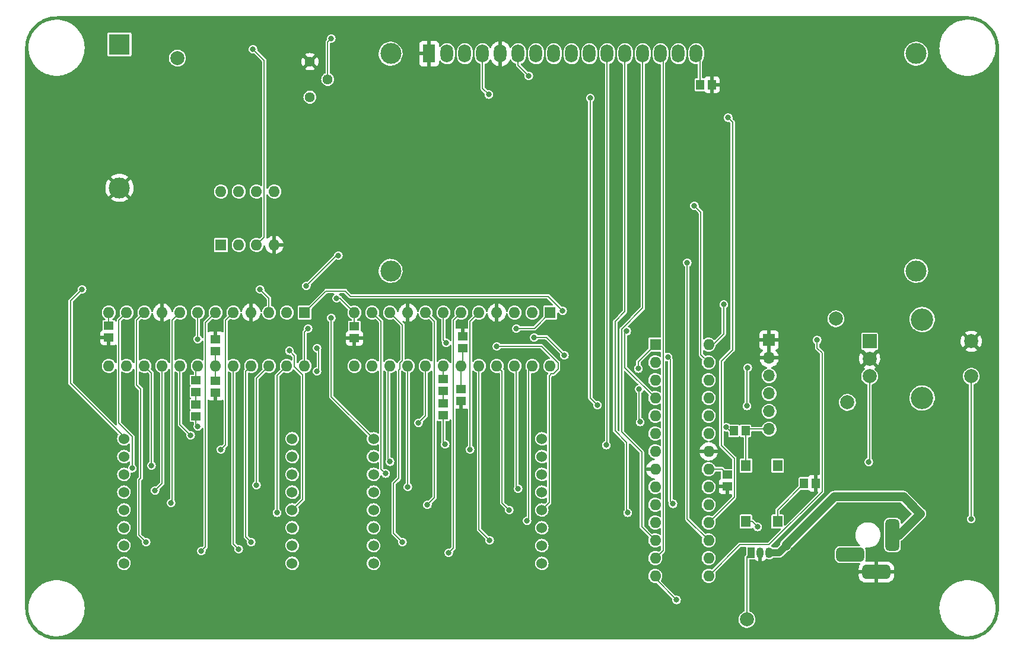
<source format=gbr>
%TF.GenerationSoftware,KiCad,Pcbnew,(6.0.5)*%
%TF.CreationDate,2022-07-13T23:51:26-04:00*%
%TF.ProjectId,Clock,436c6f63-6b2e-46b6-9963-61645f706362,rev?*%
%TF.SameCoordinates,PX4c4b400PY8a48640*%
%TF.FileFunction,Copper,L2,Bot*%
%TF.FilePolarity,Positive*%
%FSLAX46Y46*%
G04 Gerber Fmt 4.6, Leading zero omitted, Abs format (unit mm)*
G04 Created by KiCad (PCBNEW (6.0.5)) date 2022-07-13 23:51:26*
%MOMM*%
%LPD*%
G01*
G04 APERTURE LIST*
G04 Aperture macros list*
%AMRoundRect*
0 Rectangle with rounded corners*
0 $1 Rounding radius*
0 $2 $3 $4 $5 $6 $7 $8 $9 X,Y pos of 4 corners*
0 Add a 4 corners polygon primitive as box body*
4,1,4,$2,$3,$4,$5,$6,$7,$8,$9,$2,$3,0*
0 Add four circle primitives for the rounded corners*
1,1,$1+$1,$2,$3*
1,1,$1+$1,$4,$5*
1,1,$1+$1,$6,$7*
1,1,$1+$1,$8,$9*
0 Add four rect primitives between the rounded corners*
20,1,$1+$1,$2,$3,$4,$5,0*
20,1,$1+$1,$4,$5,$6,$7,0*
20,1,$1+$1,$6,$7,$8,$9,0*
20,1,$1+$1,$8,$9,$2,$3,0*%
G04 Aperture macros list end*
%TA.AperFunction,ComponentPad*%
%ADD10R,1.600000X1.600000*%
%TD*%
%TA.AperFunction,ComponentPad*%
%ADD11O,1.600000X1.600000*%
%TD*%
%TA.AperFunction,ComponentPad*%
%ADD12C,1.524000*%
%TD*%
%TA.AperFunction,ComponentPad*%
%ADD13C,2.000000*%
%TD*%
%TA.AperFunction,ComponentPad*%
%ADD14C,3.000000*%
%TD*%
%TA.AperFunction,ComponentPad*%
%ADD15R,1.800000X2.600000*%
%TD*%
%TA.AperFunction,ComponentPad*%
%ADD16O,1.800000X2.600000*%
%TD*%
%TA.AperFunction,ComponentPad*%
%ADD17R,2.000000X2.000000*%
%TD*%
%TA.AperFunction,ComponentPad*%
%ADD18C,3.200000*%
%TD*%
%TA.AperFunction,ComponentPad*%
%ADD19C,1.440000*%
%TD*%
%TA.AperFunction,ComponentPad*%
%ADD20R,1.050000X1.500000*%
%TD*%
%TA.AperFunction,ComponentPad*%
%ADD21O,1.050000X1.500000*%
%TD*%
%TA.AperFunction,SMDPad,CuDef*%
%ADD22R,1.400000X1.150000*%
%TD*%
%TA.AperFunction,SMDPad,CuDef*%
%ADD23R,1.150000X1.400000*%
%TD*%
%TA.AperFunction,ComponentPad*%
%ADD24RoundRect,0.500000X0.500000X-1.750000X0.500000X1.750000X-0.500000X1.750000X-0.500000X-1.750000X0*%
%TD*%
%TA.AperFunction,ComponentPad*%
%ADD25RoundRect,0.500000X1.500000X0.500000X-1.500000X0.500000X-1.500000X-0.500000X1.500000X-0.500000X0*%
%TD*%
%TA.AperFunction,ComponentPad*%
%ADD26R,3.000000X3.000000*%
%TD*%
%TA.AperFunction,SMDPad,CuDef*%
%ADD27R,1.400000X1.600000*%
%TD*%
%TA.AperFunction,ComponentPad*%
%ADD28R,1.700000X1.700000*%
%TD*%
%TA.AperFunction,ComponentPad*%
%ADD29O,1.700000X1.700000*%
%TD*%
%TA.AperFunction,ViaPad*%
%ADD30C,0.812800*%
%TD*%
%TA.AperFunction,Conductor*%
%ADD31C,0.203200*%
%TD*%
%TA.AperFunction,Conductor*%
%ADD32C,1.270000*%
%TD*%
%TA.AperFunction,Conductor*%
%ADD33C,1.016000*%
%TD*%
G04 APERTURE END LIST*
D10*
%TO.P,U5,1,DIN*%
%TO.N,D1OD2I*%
X75453000Y47200000D03*
D11*
%TO.P,U5,2,DIG_0*%
%TO.N,Net-(D1-Pad9)*%
X72913000Y47200000D03*
%TO.P,U5,3,DIG_4*%
%TO.N,Net-(D1-Pad1)*%
X70373000Y47200000D03*
%TO.P,U5,4,GND*%
%TO.N,GND*%
X67833000Y47200000D03*
%TO.P,U5,5,DIG_6*%
%TO.N,Net-(D1-Pad2)*%
X65293000Y47200000D03*
%TO.P,U5,6,DIG_2*%
%TO.N,Net-(D1-Pad8)*%
X62753000Y47200000D03*
%TO.P,U5,7,DIG_3*%
%TO.N,Net-(D1-Pad12)*%
X60213000Y47200000D03*
%TO.P,U5,8,DIG_7*%
%TO.N,Net-(D1-Pad5)*%
X57673000Y47200000D03*
%TO.P,U5,9,GND*%
%TO.N,GND*%
X55133000Y47200000D03*
%TO.P,U5,10,DIG_5*%
%TO.N,Net-(D1-Pad7)*%
X52593000Y47200000D03*
%TO.P,U5,11,DIG_1*%
%TO.N,Net-(D1-Pad14)*%
X50053000Y47200000D03*
%TO.P,U5,12,LOAD*%
%TO.N,DATA MAX*%
X47513000Y47200000D03*
%TO.P,U5,13,CLK*%
%TO.N,SCK*%
X47513000Y39580000D03*
%TO.P,U5,14,SEG_A*%
%TO.N,Net-(D1-Pad3)*%
X50053000Y39580000D03*
%TO.P,U5,15,SEG_F*%
%TO.N,Net-(D1-Pad15)*%
X52593000Y39580000D03*
%TO.P,U5,16,SEG_B*%
%TO.N,Net-(D1-Pad4)*%
X55133000Y39580000D03*
%TO.P,U5,17,SEG_G*%
%TO.N,Net-(D1-Pad16)*%
X57673000Y39580000D03*
%TO.P,U5,18,ISET*%
%TO.N,Net-(R7-Pad2)*%
X60213000Y39580000D03*
%TO.P,U5,19,V+*%
%TO.N,VCC*%
X62753000Y39580000D03*
%TO.P,U5,20,SEG_C*%
%TO.N,Net-(D1-Pad10)*%
X65293000Y39580000D03*
%TO.P,U5,21,SEG_E*%
%TO.N,Net-(D1-Pad11)*%
X67833000Y39580000D03*
%TO.P,U5,22,SEG_DP*%
%TO.N,Net-(D1-Pad13)*%
X70373000Y39580000D03*
%TO.P,U5,23,SEG_D*%
%TO.N,Net-(D1-Pad6)*%
X72913000Y39580000D03*
%TO.P,U5,24,DOUT*%
%TO.N,unconnected-(U5-Pad24)*%
X75453000Y39580000D03*
%TD*%
D12*
%TO.P,D2,1,R5*%
%TO.N,Net-(D2-Pad1)*%
X14618000Y29176000D03*
%TO.P,D2,2,R7*%
%TO.N,Net-(D2-Pad2)*%
X14618000Y26636000D03*
%TO.P,D2,3,C2*%
%TO.N,Net-(D2-Pad3)*%
X14618000Y24096000D03*
%TO.P,D2,4,C3*%
%TO.N,Net-(D2-Pad4)*%
X14618000Y21556000D03*
%TO.P,D2,5,R8*%
%TO.N,Net-(D2-Pad5)*%
X14618000Y19016000D03*
%TO.P,D2,6,C5*%
%TO.N,Net-(D2-Pad6)*%
X14618000Y16476000D03*
%TO.P,D2,7,R6*%
%TO.N,Net-(D2-Pad7)*%
X14618000Y13936000D03*
%TO.P,D2,8,R3*%
%TO.N,Net-(D2-Pad8)*%
X14618000Y11396000D03*
%TO.P,D2,9,R1*%
%TO.N,Net-(D2-Pad9)*%
X38618000Y11396000D03*
%TO.P,D2,10,C4*%
%TO.N,Net-(D2-Pad10)*%
X38618000Y13936000D03*
%TO.P,D2,11,C6*%
%TO.N,Net-(D2-Pad11)*%
X38618000Y16476000D03*
%TO.P,D2,12,R4*%
%TO.N,Net-(D2-Pad12)*%
X38618000Y19016000D03*
%TO.P,D2,13,C1*%
%TO.N,Net-(D2-Pad13)*%
X38618000Y21556000D03*
%TO.P,D2,14,R2*%
%TO.N,Net-(D2-Pad14)*%
X38618000Y24096000D03*
%TO.P,D2,15,C7*%
%TO.N,Net-(D2-Pad15)*%
X38618000Y26636000D03*
%TO.P,D2,16,C8*%
%TO.N,Net-(D2-Pad16)*%
X38618000Y29176000D03*
%TD*%
D13*
%TO.P,TP2,1,1*%
%TO.N,ROT ENC A OUT*%
X116215000Y46321000D03*
%TD*%
%TO.P,TP1,1,1*%
%TO.N,VCC*%
X103515000Y3395000D03*
%TD*%
D10*
%TO.P,U6,1,DIN*%
%TO.N,LOAD MAX*%
X40396000Y47210000D03*
D11*
%TO.P,U6,2,DIG_0*%
%TO.N,Net-(D2-Pad9)*%
X37856000Y47210000D03*
%TO.P,U6,3,DIG_4*%
%TO.N,Net-(D2-Pad1)*%
X35316000Y47210000D03*
%TO.P,U6,4,GND*%
%TO.N,GND*%
X32776000Y47210000D03*
%TO.P,U6,5,DIG_6*%
%TO.N,Net-(D2-Pad2)*%
X30236000Y47210000D03*
%TO.P,U6,6,DIG_2*%
%TO.N,Net-(D2-Pad8)*%
X27696000Y47210000D03*
%TO.P,U6,7,DIG_3*%
%TO.N,Net-(D2-Pad12)*%
X25156000Y47210000D03*
%TO.P,U6,8,DIG_7*%
%TO.N,Net-(D2-Pad5)*%
X22616000Y47210000D03*
%TO.P,U6,9,GND*%
%TO.N,GND*%
X20076000Y47210000D03*
%TO.P,U6,10,DIG_5*%
%TO.N,Net-(D2-Pad7)*%
X17536000Y47210000D03*
%TO.P,U6,11,DIG_1*%
%TO.N,Net-(D2-Pad14)*%
X14996000Y47210000D03*
%TO.P,U6,12,LOAD*%
%TO.N,DATA MAX*%
X12456000Y47210000D03*
%TO.P,U6,13,CLK*%
%TO.N,SCK*%
X12456000Y39590000D03*
%TO.P,U6,14,SEG_A*%
%TO.N,Net-(D2-Pad3)*%
X14996000Y39590000D03*
%TO.P,U6,15,SEG_F*%
%TO.N,Net-(D2-Pad15)*%
X17536000Y39590000D03*
%TO.P,U6,16,SEG_B*%
%TO.N,Net-(D2-Pad4)*%
X20076000Y39590000D03*
%TO.P,U6,17,SEG_G*%
%TO.N,Net-(D2-Pad16)*%
X22616000Y39590000D03*
%TO.P,U6,18,ISET*%
%TO.N,Net-(R9-Pad2)*%
X25156000Y39590000D03*
%TO.P,U6,19,V+*%
%TO.N,VCC*%
X27696000Y39590000D03*
%TO.P,U6,20,SEG_C*%
%TO.N,Net-(D2-Pad10)*%
X30236000Y39590000D03*
%TO.P,U6,21,SEG_E*%
%TO.N,Net-(D2-Pad11)*%
X32776000Y39590000D03*
%TO.P,U6,22,SEG_DP*%
%TO.N,Net-(D2-Pad13)*%
X35316000Y39590000D03*
%TO.P,U6,23,SEG_D*%
%TO.N,Net-(D2-Pad6)*%
X37856000Y39590000D03*
%TO.P,U6,24,DOUT*%
%TO.N,D1OD2I*%
X40396000Y39590000D03*
%TD*%
D13*
%TO.P,TP3,1,1*%
%TO.N,ROT ENC B OUT*%
X117866000Y34383000D03*
%TD*%
D14*
%TO.P,DS1,*%
%TO.N,*%
X127680000Y84157500D03*
X52680900Y53156800D03*
X52680900Y84157500D03*
X127679480Y53156800D03*
D15*
%TO.P,DS1,1,VSS*%
%TO.N,GND*%
X58180000Y84157500D03*
D16*
%TO.P,DS1,2,VDD*%
%TO.N,VCC*%
X60720000Y84157500D03*
%TO.P,DS1,3,VO*%
%TO.N,Net-(DS1-Pad3)*%
X63260000Y84157500D03*
%TO.P,DS1,4,RS*%
%TO.N,LCD RS*%
X65800000Y84157500D03*
%TO.P,DS1,5,R/W*%
%TO.N,GND*%
X68340000Y84157500D03*
%TO.P,DS1,6,E*%
%TO.N,LCD E*%
X70880000Y84157500D03*
%TO.P,DS1,7,D0*%
%TO.N,unconnected-(DS1-Pad7)*%
X73420000Y84157500D03*
%TO.P,DS1,8,D1*%
%TO.N,unconnected-(DS1-Pad8)*%
X75960000Y84157500D03*
%TO.P,DS1,9,D2*%
%TO.N,unconnected-(DS1-Pad9)*%
X78500000Y84157500D03*
%TO.P,DS1,10,D3*%
%TO.N,unconnected-(DS1-Pad10)*%
X81040000Y84157500D03*
%TO.P,DS1,11,D4*%
%TO.N,LCD D4*%
X83580000Y84157500D03*
%TO.P,DS1,12,D5*%
%TO.N,LCD D5*%
X86120000Y84157500D03*
%TO.P,DS1,13,D6*%
%TO.N,LCD D6*%
X88660000Y84157500D03*
%TO.P,DS1,14,D7*%
%TO.N,LCD D7*%
X91200000Y84157500D03*
%TO.P,DS1,15,LED(+)*%
%TO.N,VCC*%
X93740000Y84157500D03*
%TO.P,DS1,16,LED(-)*%
%TO.N,Net-(DS1-Pad16)*%
X96280000Y84157500D03*
%TD*%
D17*
%TO.P,SW1,A,A*%
%TO.N,ROT ENC A OUT*%
X121030000Y43106000D03*
D13*
%TO.P,SW1,B,B*%
%TO.N,ROT ENC B OUT*%
X121030000Y38106000D03*
%TO.P,SW1,C,C*%
%TO.N,GND*%
X121030000Y40606000D03*
D18*
%TO.P,SW1,MP*%
%TO.N,N/C*%
X128530000Y46206000D03*
X128530000Y35006000D03*
D13*
%TO.P,SW1,S1,S1*%
%TO.N,ROT ENC SWITCH*%
X135530000Y38106000D03*
%TO.P,SW1,S2,S2*%
%TO.N,GND*%
X135530000Y43106000D03*
%TD*%
D10*
%TO.P,U4,1,X1*%
%TO.N,Net-(U4-Pad1)*%
X28458000Y56862000D03*
D11*
%TO.P,U4,2,X2*%
%TO.N,Net-(U4-Pad2)*%
X30998000Y56862000D03*
%TO.P,U4,3,VBAT*%
%TO.N,VBAT*%
X33538000Y56862000D03*
%TO.P,U4,4,GND*%
%TO.N,GND*%
X36078000Y56862000D03*
%TO.P,U4,5,SDA*%
%TO.N,A4 SDA*%
X36078000Y64482000D03*
%TO.P,U4,6,SCL*%
%TO.N,A5 SCK*%
X33538000Y64482000D03*
%TO.P,U4,7,SQW/OUT*%
%TO.N,unconnected-(U4-Pad7)*%
X30998000Y64482000D03*
%TO.P,U4,8,VCC*%
%TO.N,VCC*%
X28458000Y64482000D03*
%TD*%
D19*
%TO.P,RV1,1,1*%
%TO.N,VCC*%
X41158000Y77944000D03*
%TO.P,RV1,2,2*%
%TO.N,Net-(DS1-Pad3)*%
X43698000Y80484000D03*
%TO.P,RV1,3,3*%
%TO.N,GND*%
X41158000Y83024000D03*
%TD*%
D13*
%TO.P,TP4,1,1*%
%TO.N,VBAT*%
X22235000Y83532000D03*
%TD*%
D10*
%TO.P,U2,1,~{RESET}/PC6*%
%TO.N,~{RST}*%
X90444000Y42628000D03*
D11*
%TO.P,U2,2,PD0*%
%TO.N,RXD*%
X90444000Y40088000D03*
%TO.P,U2,3,PD1*%
%TO.N,TXD*%
X90444000Y37548000D03*
%TO.P,U2,4,PD2*%
%TO.N,LOAD MAX*%
X90444000Y35008000D03*
%TO.P,U2,5,PD3*%
%TO.N,LCD RS*%
X90444000Y32468000D03*
%TO.P,U2,6,PD4*%
%TO.N,LCD D4*%
X90444000Y29928000D03*
%TO.P,U2,7,VCC*%
%TO.N,VCC*%
X90444000Y27388000D03*
%TO.P,U2,8,GND*%
%TO.N,GND*%
X90444000Y24848000D03*
%TO.P,U2,9,XTAL1/PB6*%
%TO.N,Net-(C5-Pad1)*%
X90444000Y22308000D03*
%TO.P,U2,10,XTAL2/PB7*%
%TO.N,Net-(C6-Pad1)*%
X90444000Y19768000D03*
%TO.P,U2,11,PD5*%
%TO.N,LCD D5*%
X90444000Y17228000D03*
%TO.P,U2,12,PD6*%
%TO.N,LCD D6*%
X90444000Y14688000D03*
%TO.P,U2,13,PD7*%
%TO.N,LCD D7*%
X90444000Y12148000D03*
%TO.P,U2,14,PB0*%
%TO.N,ROT ENC SWITCH*%
X90444000Y9608000D03*
%TO.P,U2,15,PB1*%
%TO.N,ROT ENC A OUT*%
X98064000Y9608000D03*
%TO.P,U2,16,PB2*%
%TO.N,ROT ENC B OUT*%
X98064000Y12148000D03*
%TO.P,U2,17,PB3*%
%TO.N,DATA MAX*%
X98064000Y14688000D03*
%TO.P,U2,18,PB4*%
%TO.N,LCD E*%
X98064000Y17228000D03*
%TO.P,U2,19,PB5*%
%TO.N,SCK*%
X98064000Y19768000D03*
%TO.P,U2,20,AVCC*%
%TO.N,VCC*%
X98064000Y22308000D03*
%TO.P,U2,21,AREF*%
%TO.N,Net-(C1-Pad1)*%
X98064000Y24848000D03*
%TO.P,U2,22,GND*%
%TO.N,GND*%
X98064000Y27388000D03*
%TO.P,U2,23,PC0*%
%TO.N,unconnected-(U2-Pad23)*%
X98064000Y29928000D03*
%TO.P,U2,24,PC1*%
%TO.N,unconnected-(U2-Pad24)*%
X98064000Y32468000D03*
%TO.P,U2,25,PC2*%
%TO.N,unconnected-(U2-Pad25)*%
X98064000Y35008000D03*
%TO.P,U2,26,PC3*%
%TO.N,unconnected-(U2-Pad26)*%
X98064000Y37548000D03*
%TO.P,U2,27,PC4*%
%TO.N,A4 SDA*%
X98064000Y40088000D03*
%TO.P,U2,28,PC5*%
%TO.N,A5 SCK*%
X98064000Y42628000D03*
%TD*%
D20*
%TO.P,U3,1,VO*%
%TO.N,VCC*%
X104150000Y12920000D03*
D21*
%TO.P,U3,2,GND*%
%TO.N,GND*%
X105420000Y12920000D03*
%TO.P,U3,3,VI*%
%TO.N,Net-(C2-Pad1)*%
X106690000Y12920000D03*
%TD*%
D12*
%TO.P,D1,1,R5*%
%TO.N,Net-(D1-Pad1)*%
X50240000Y29176000D03*
%TO.P,D1,2,R7*%
%TO.N,Net-(D1-Pad2)*%
X50240000Y26636000D03*
%TO.P,D1,3,C2*%
%TO.N,Net-(D1-Pad3)*%
X50240000Y24096000D03*
%TO.P,D1,4,C3*%
%TO.N,Net-(D1-Pad4)*%
X50240000Y21556000D03*
%TO.P,D1,5,R8*%
%TO.N,Net-(D1-Pad5)*%
X50240000Y19016000D03*
%TO.P,D1,6,C5*%
%TO.N,Net-(D1-Pad6)*%
X50240000Y16476000D03*
%TO.P,D1,7,R6*%
%TO.N,Net-(D1-Pad7)*%
X50240000Y13936000D03*
%TO.P,D1,8,R3*%
%TO.N,Net-(D1-Pad8)*%
X50240000Y11396000D03*
%TO.P,D1,9,R1*%
%TO.N,Net-(D1-Pad9)*%
X74240000Y11396000D03*
%TO.P,D1,10,C4*%
%TO.N,Net-(D1-Pad10)*%
X74240000Y13936000D03*
%TO.P,D1,11,C6*%
%TO.N,Net-(D1-Pad11)*%
X74240000Y16476000D03*
%TO.P,D1,12,R4*%
%TO.N,Net-(D1-Pad12)*%
X74240000Y19016000D03*
%TO.P,D1,13,C1*%
%TO.N,Net-(D1-Pad13)*%
X74240000Y21556000D03*
%TO.P,D1,14,R2*%
%TO.N,Net-(D1-Pad14)*%
X74240000Y24096000D03*
%TO.P,D1,15,C7*%
%TO.N,Net-(D1-Pad15)*%
X74240000Y26636000D03*
%TO.P,D1,16,C8*%
%TO.N,Net-(D1-Pad16)*%
X74240000Y29176000D03*
%TD*%
D22*
%TO.P,C7,1*%
%TO.N,VCC*%
X62748000Y36288000D03*
%TO.P,C7,2*%
%TO.N,GND*%
X62748000Y34588000D03*
%TD*%
%TO.P,C8,1*%
%TO.N,VCC*%
X27696000Y37480000D03*
%TO.P,C8,2*%
%TO.N,GND*%
X27696000Y35780000D03*
%TD*%
%TO.P,R9,1*%
%TO.N,Net-(R8-Pad2)*%
X24902000Y35858000D03*
%TO.P,R9,2*%
%TO.N,Net-(R9-Pad2)*%
X24902000Y37558000D03*
%TD*%
%TO.P,C1,1*%
%TO.N,Net-(C1-Pad1)*%
X100721000Y24096000D03*
%TO.P,C1,2*%
%TO.N,GND*%
X100721000Y22396000D03*
%TD*%
%TO.P,R6,1*%
%TO.N,VCC*%
X60208000Y32517000D03*
%TO.P,R6,2*%
%TO.N,Net-(R6-Pad2)*%
X60208000Y34217000D03*
%TD*%
D23*
%TO.P,C11,1*%
%TO.N,~{RST}*%
X101649000Y30319000D03*
%TO.P,C11,2*%
%TO.N,~{RESET BTN}*%
X103349000Y30319000D03*
%TD*%
D22*
%TO.P,C10,1*%
%TO.N,VCC*%
X27696000Y41700000D03*
%TO.P,C10,2*%
%TO.N,GND*%
X27696000Y43400000D03*
%TD*%
%TO.P,C9,1*%
%TO.N,VCC*%
X63002000Y42130000D03*
%TO.P,C9,2*%
%TO.N,GND*%
X63002000Y43830000D03*
%TD*%
D24*
%TO.P,J1,1,POLE*%
%TO.N,Net-(C2-Pad1)*%
X124287000Y15460000D03*
D25*
%TO.P,J1,2,OUT*%
%TO.N,GND*%
X121987000Y10160000D03*
%TO.P,J1,3,OUT*%
%TO.N,unconnected-(J1-Pad3)*%
X118287000Y12660000D03*
%TD*%
D23*
%TO.P,R11,1*%
%TO.N,Net-(DS1-Pad16)*%
X96823000Y79722000D03*
%TO.P,R11,2*%
%TO.N,GND*%
X98523000Y79722000D03*
%TD*%
D22*
%TO.P,R4,1*%
%TO.N,DATA MAX*%
X47508000Y45266000D03*
%TO.P,R4,2*%
%TO.N,GND*%
X47508000Y43566000D03*
%TD*%
D26*
%TO.P,BT1,1,+*%
%TO.N,VBAT*%
X13980017Y85493686D03*
D14*
%TO.P,BT1,2,-*%
%TO.N,GND*%
X13980017Y65003686D03*
%TD*%
D22*
%TO.P,R5,1*%
%TO.N,DATA MAX*%
X12456000Y45354000D03*
%TO.P,R5,2*%
%TO.N,GND*%
X12456000Y43654000D03*
%TD*%
%TO.P,R8,1*%
%TO.N,VCC*%
X24902000Y32390000D03*
%TO.P,R8,2*%
%TO.N,Net-(R8-Pad2)*%
X24902000Y34090000D03*
%TD*%
D27*
%TO.P,SW2,1,A*%
%TO.N,~{RESET BTN}*%
X103388000Y25366000D03*
%TO.P,SW2,2,A*%
%TO.N,VCC*%
X103388000Y17366000D03*
%TO.P,SW2,3,B*%
%TO.N,unconnected-(SW2-Pad3)*%
X107888000Y25366000D03*
%TO.P,SW2,4,B*%
%TO.N,Net-(R10-Pad2)*%
X107888000Y17366000D03*
%TD*%
D23*
%TO.P,R10,1*%
%TO.N,GND*%
X113382000Y22826000D03*
%TO.P,R10,2*%
%TO.N,Net-(R10-Pad2)*%
X111682000Y22826000D03*
%TD*%
D28*
%TO.P,J2,1,Pin_1*%
%TO.N,GND*%
X106690000Y43273000D03*
D29*
%TO.P,J2,2,Pin_2*%
X106690000Y40733000D03*
%TO.P,J2,3,Pin_3*%
%TO.N,unconnected-(J2-Pad3)*%
X106690000Y38193000D03*
%TO.P,J2,4,Pin_4*%
%TO.N,TXD*%
X106690000Y35653000D03*
%TO.P,J2,5,Pin_5*%
%TO.N,RXD*%
X106690000Y33113000D03*
%TO.P,J2,6,Pin_6*%
%TO.N,~{RESET BTN}*%
X106690000Y30573000D03*
%TD*%
D22*
%TO.P,R7,1*%
%TO.N,Net-(R6-Pad2)*%
X60208000Y36034000D03*
%TO.P,R7,2*%
%TO.N,Net-(R7-Pad2)*%
X60208000Y37734000D03*
%TD*%
D30*
%TO.N,LCD D5*%
X86497000Y18635000D03*
%TO.N,LCD D4*%
X83449000Y28287000D03*
%TO.N,LCD E*%
X100848000Y75023000D03*
X72400000Y80992000D03*
%TO.N,GND*%
X81290000Y31843000D03*
X95895000Y3903000D03*
X82052000Y8983000D03*
%TO.N,LCD RS*%
X66685000Y78325000D03*
X82179000Y34002000D03*
X81163000Y77817000D03*
%TO.N,VCC*%
X60462000Y28414000D03*
X25156000Y30954000D03*
X105039000Y16603000D03*
%TO.N,ROT ENC SWITCH*%
X93482000Y6189000D03*
X135519000Y17746000D03*
%TO.N,DATA MAX*%
X95006000Y54322000D03*
X45222000Y55338000D03*
X44968000Y49242000D03*
X40650000Y51020000D03*
%TO.N,~{RST}*%
X88021000Y39209000D03*
X88275000Y31589000D03*
X88148000Y36288000D03*
X100594000Y30827000D03*
%TO.N,RXD*%
X103515000Y33875000D03*
X103642000Y39336000D03*
%TO.N,Net-(D2-Pad1)*%
X8646000Y50512000D03*
X34046000Y50512000D03*
%TO.N,Net-(D2-Pad2)*%
X28458000Y27652000D03*
%TO.N,Net-(D2-Pad4)*%
X19060000Y21810000D03*
%TO.N,Net-(D2-Pad5)*%
X21346000Y20032000D03*
%TO.N,Net-(D2-Pad6)*%
X36459000Y18635000D03*
%TO.N,Net-(D2-Pad7)*%
X17790000Y14444000D03*
%TO.N,Net-(D2-Pad8)*%
X25664000Y13174000D03*
%TO.N,Net-(D2-Pad9)*%
X42174000Y42130000D03*
X42174000Y38828000D03*
%TO.N,Net-(D2-Pad10)*%
X30998000Y13428000D03*
%TO.N,Net-(D2-Pad11)*%
X32776000Y14444000D03*
%TO.N,Net-(D2-Pad12)*%
X25156000Y43400000D03*
X38237000Y41749000D03*
%TO.N,Net-(D2-Pad13)*%
X33538000Y22572000D03*
%TO.N,Net-(D2-Pad14)*%
X15809300Y24985966D03*
%TO.N,Net-(D2-Pad15)*%
X18552000Y25366000D03*
%TO.N,Net-(D2-Pad16)*%
X24140000Y29684000D03*
%TO.N,A4 SDA*%
X96022000Y62450000D03*
%TO.N,A5 SCK*%
X100213000Y48353000D03*
%TO.N,VBAT*%
X33030000Y84802000D03*
%TO.N,ROT ENC A OUT*%
X113548000Y43273000D03*
%TO.N,ROT ENC B OUT*%
X120914000Y25874000D03*
%TO.N,LOAD MAX*%
X86370000Y44543000D03*
X77226000Y47464000D03*
%TO.N,SCK*%
X92974000Y19905000D03*
X77480000Y41114000D03*
X73162000Y43654000D03*
X92259011Y40860000D03*
%TO.N,D1OD2I*%
X40904000Y44924000D03*
X70622000Y44924000D03*
%TO.N,Net-(D1-Pad1)*%
X44206000Y46448000D03*
%TO.N,Net-(D1-Pad2)*%
X64018000Y27652000D03*
%TO.N,Net-(D1-Pad4)*%
X55128000Y22318000D03*
%TO.N,Net-(D1-Pad5)*%
X57922000Y19778000D03*
%TO.N,Net-(D1-Pad6)*%
X72146000Y17492000D03*
%TO.N,Net-(D1-Pad7)*%
X54366000Y14444000D03*
%TO.N,Net-(D1-Pad8)*%
X60970000Y12920000D03*
%TO.N,Net-(D1-Pad10)*%
X66812000Y14698000D03*
%TO.N,Net-(D1-Pad11)*%
X69606000Y19016000D03*
%TO.N,Net-(D1-Pad12)*%
X67828000Y42384000D03*
X60589000Y42892000D03*
%TO.N,Net-(D1-Pad13)*%
X70876000Y22064000D03*
%TO.N,Net-(D1-Pad14)*%
X51953000Y24223000D03*
%TO.N,Net-(D1-Pad15)*%
X52588000Y25925300D03*
%TO.N,Net-(D1-Pad16)*%
X56652000Y31462000D03*
%TO.N,Net-(DS1-Pad3)*%
X44206000Y86326000D03*
%TD*%
D31*
%TO.N,LCD D7*%
X91548311Y83809189D02*
X91548311Y13252311D01*
X91548311Y13252311D02*
X90444000Y12148000D01*
X91200000Y84157500D02*
X91548311Y83809189D01*
%TO.N,LCD D6*%
X88660000Y47838098D02*
X85659289Y44837387D01*
X88529000Y16603000D02*
X90444000Y14688000D01*
X88660000Y84157500D02*
X88660000Y47838098D01*
X85659289Y30140711D02*
X88529000Y27271000D01*
X85659289Y44837387D02*
X85659289Y30140711D01*
X88529000Y27271000D02*
X88529000Y16603000D01*
%TO.N,LCD D5*%
X86370000Y18762000D02*
X86370000Y28668000D01*
X84719000Y30319000D02*
X84719000Y45940000D01*
X86116000Y47337000D02*
X86116000Y84153500D01*
X86497000Y18635000D02*
X86370000Y18762000D01*
X86370000Y28668000D02*
X84719000Y30319000D01*
X86116000Y84153500D02*
X86120000Y84157500D01*
X84719000Y45940000D02*
X86116000Y47337000D01*
%TO.N,LCD D4*%
X83580000Y28418000D02*
X83449000Y28287000D01*
X83580000Y84157500D02*
X83580000Y28418000D01*
%TO.N,LCD E*%
X101483000Y41876000D02*
X99883289Y40276289D01*
X70880000Y84157500D02*
X70880000Y82512000D01*
X101725311Y20889311D02*
X98064000Y17228000D01*
X101725311Y26393689D02*
X101725311Y20889311D01*
X70880000Y82512000D02*
X72400000Y80992000D01*
X99898168Y28220832D02*
X101725311Y26393689D01*
X101483000Y74388000D02*
X101483000Y41876000D01*
X100848000Y75023000D02*
X101483000Y74388000D01*
X99883289Y40276289D02*
X99883289Y28256753D01*
X99898189Y28220853D02*
G75*
G02*
X99883289Y28256753I35911J35947D01*
G01*
%TO.N,LCD RS*%
X81163000Y35018000D02*
X82179000Y34002000D01*
X65800000Y79210000D02*
X66685000Y78325000D01*
X81163000Y77817000D02*
X81163000Y35018000D01*
X65800000Y84157500D02*
X65800000Y79210000D01*
%TO.N,VCC*%
X103388000Y17366000D02*
X104276000Y17366000D01*
X62748000Y37304000D02*
X62753000Y37309000D01*
X62753000Y37309000D02*
X62753000Y39580000D01*
X24902000Y31208000D02*
X24902000Y32390000D01*
X103515000Y3395000D02*
X103515000Y12285000D01*
X62748000Y36288000D02*
X62748000Y37304000D01*
X63002000Y39829000D02*
X62753000Y39580000D01*
X60208000Y28668000D02*
X60208000Y32517000D01*
X60462000Y28414000D02*
X60208000Y28668000D01*
X103515000Y12285000D02*
X104150000Y12920000D01*
X25156000Y30954000D02*
X24902000Y31208000D01*
X63002000Y42130000D02*
X63002000Y39829000D01*
X27696000Y39590000D02*
X27696000Y41700000D01*
X104276000Y17366000D02*
X105039000Y16603000D01*
X27696000Y37480000D02*
X27696000Y39590000D01*
%TO.N,Net-(R10-Pad2)*%
X107888000Y19032000D02*
X111682000Y22826000D01*
X107888000Y17366000D02*
X107888000Y19032000D01*
%TO.N,ROT ENC SWITCH*%
X93482000Y6189000D02*
X90444000Y9227000D01*
X135519000Y17746000D02*
X135530000Y17757000D01*
X90444000Y9227000D02*
X90444000Y9608000D01*
X135530000Y17757000D02*
X135530000Y38106000D01*
%TO.N,Net-(R7-Pad2)*%
X60208000Y39575000D02*
X60213000Y39580000D01*
X60208000Y37734000D02*
X60208000Y39575000D01*
%TO.N,Net-(R8-Pad2)*%
X24902000Y34090000D02*
X24902000Y35858000D01*
%TO.N,DATA MAX*%
X40650000Y51020000D02*
X44968000Y55338000D01*
X44968000Y55338000D02*
X45222000Y55338000D01*
X47508000Y47195000D02*
X47513000Y47200000D01*
X12456000Y45354000D02*
X12456000Y47210000D01*
X45471000Y49242000D02*
X47513000Y47200000D01*
X95006000Y54322000D02*
X95006000Y17746000D01*
X47508000Y45266000D02*
X47508000Y47195000D01*
X95006000Y17746000D02*
X98064000Y14688000D01*
X44968000Y49242000D02*
X45471000Y49242000D01*
%TO.N,~{RST}*%
X101649000Y30319000D02*
X101102000Y30319000D01*
X88148000Y31716000D02*
X88275000Y31589000D01*
X88021000Y40205000D02*
X90444000Y42628000D01*
X88021000Y39209000D02*
X88021000Y40205000D01*
X101102000Y30319000D02*
X100594000Y30827000D01*
X88148000Y36288000D02*
X88148000Y31716000D01*
%TO.N,RXD*%
X103515000Y39209000D02*
X103642000Y39336000D01*
X103515000Y33875000D02*
X103515000Y39209000D01*
%TO.N,Net-(D2-Pad1)*%
X35316000Y49242000D02*
X35316000Y47210000D01*
X34046000Y50512000D02*
X35316000Y49242000D01*
X6995000Y37115000D02*
X6995000Y48861000D01*
X6995000Y48861000D02*
X8646000Y50512000D01*
X14680000Y29430000D02*
X6995000Y37115000D01*
%TO.N,Net-(D2-Pad2)*%
X28458000Y27652000D02*
X29131689Y28325689D01*
X29131689Y28325689D02*
X29131689Y46105689D01*
X29131689Y46105689D02*
X30236000Y47210000D01*
%TO.N,Net-(D2-Pad4)*%
X19060000Y21810000D02*
X20076000Y22826000D01*
X20076000Y22826000D02*
X20076000Y39590000D01*
%TO.N,Net-(D2-Pad5)*%
X21511689Y46105689D02*
X22616000Y47210000D01*
X21346000Y20032000D02*
X21511689Y20197689D01*
X21511689Y20197689D02*
X21511689Y46105689D01*
%TO.N,Net-(D2-Pad6)*%
X36459000Y38193000D02*
X37856000Y39590000D01*
X36459000Y18635000D02*
X36459000Y38193000D01*
%TO.N,Net-(D2-Pad7)*%
X16774000Y15460000D02*
X16774000Y23334000D01*
X17028000Y23588000D02*
X17028000Y36288000D01*
X17028000Y36288000D02*
X16431689Y36884311D01*
X17790000Y14444000D02*
X16774000Y15460000D01*
X16431689Y36884311D02*
X16431689Y46105689D01*
X16431689Y46105689D02*
X17536000Y47210000D01*
X16774000Y23334000D02*
X17028000Y23588000D01*
%TO.N,Net-(D2-Pad8)*%
X25664000Y13174000D02*
X26260311Y13770311D01*
X26260311Y13770311D02*
X26260311Y45774311D01*
X26260311Y45774311D02*
X27696000Y47210000D01*
%TO.N,Net-(D2-Pad9)*%
X42428000Y41876000D02*
X42428000Y39082000D01*
X42428000Y39082000D02*
X42174000Y38828000D01*
X42174000Y42130000D02*
X42428000Y41876000D01*
%TO.N,Net-(D2-Pad10)*%
X30998000Y13428000D02*
X30236000Y14190000D01*
X30236000Y14190000D02*
X30236000Y39590000D01*
%TO.N,Net-(D2-Pad11)*%
X32776000Y14444000D02*
X32014000Y15206000D01*
X32014000Y38828000D02*
X32776000Y39590000D01*
X32014000Y15206000D02*
X32014000Y38828000D01*
%TO.N,Net-(D2-Pad12)*%
X38960311Y41025689D02*
X38960311Y39463956D01*
X40142000Y38282267D02*
X40142000Y20540000D01*
X40142000Y20540000D02*
X38618000Y19016000D01*
X38237000Y41749000D02*
X38960311Y41025689D01*
X25156000Y43400000D02*
X25156000Y47210000D01*
X38960311Y39463956D02*
X40142000Y38282267D01*
%TO.N,Net-(D2-Pad13)*%
X33538000Y37812000D02*
X35316000Y39590000D01*
X33538000Y22572000D02*
X33538000Y37812000D01*
%TO.N,Net-(D2-Pad14)*%
X15809300Y24985966D02*
X15809300Y29492693D01*
X13891689Y46105689D02*
X14996000Y47210000D01*
X15809300Y29492693D02*
X13891689Y31410304D01*
X13891689Y31410304D02*
X13891689Y46105689D01*
%TO.N,Net-(D2-Pad15)*%
X18552000Y38574000D02*
X17536000Y39590000D01*
X18552000Y25366000D02*
X18552000Y38574000D01*
%TO.N,Net-(D2-Pad16)*%
X22616000Y31208000D02*
X22616000Y39590000D01*
X24140000Y29684000D02*
X22616000Y31208000D01*
%TO.N,A4 SDA*%
X96959689Y41192311D02*
X98064000Y40088000D01*
X96022000Y62450000D02*
X96959689Y61512311D01*
X96959689Y61512311D02*
X96959689Y41192311D01*
%TO.N,A5 SCK*%
X98679000Y42628000D02*
X98064000Y42628000D01*
X100213000Y44162000D02*
X98679000Y42628000D01*
X100213000Y48353000D02*
X100213000Y44162000D01*
%TO.N,VBAT*%
X34642311Y83189689D02*
X33030000Y84802000D01*
X34642311Y57966311D02*
X34642311Y83189689D01*
X33538000Y56862000D02*
X34642311Y57966311D01*
%TO.N,ROT ENC A OUT*%
X102519000Y14063000D02*
X98064000Y9608000D01*
X106693622Y14063000D02*
X102519000Y14063000D01*
X114261311Y41416689D02*
X114261311Y21630689D01*
X113548000Y42130000D02*
X114261311Y41416689D01*
X113548000Y43273000D02*
X113548000Y42130000D01*
X114261311Y21630689D02*
X106693622Y14063000D01*
%TO.N,ROT ENC B OUT*%
X121030000Y25990000D02*
X120914000Y25874000D01*
X121030000Y38106000D02*
X121030000Y25990000D01*
%TO.N,LOAD MAX*%
X86370000Y44543000D02*
X86116000Y44289000D01*
X43444000Y50258000D02*
X46238000Y50258000D01*
X75194000Y49496000D02*
X77226000Y47464000D01*
X86116000Y39336000D02*
X90444000Y35008000D01*
X47000000Y49496000D02*
X75194000Y49496000D01*
X86116000Y44289000D02*
X86116000Y39336000D01*
X46238000Y50258000D02*
X47000000Y49496000D01*
X40396000Y47210000D02*
X43444000Y50258000D01*
%TO.N,SCK*%
X92259011Y40860000D02*
X92593000Y40526011D01*
X74940000Y43654000D02*
X77480000Y41114000D01*
X73162000Y43654000D02*
X74940000Y43654000D01*
X92593000Y40526011D02*
X92593000Y20286000D01*
X92593000Y20286000D02*
X92974000Y19905000D01*
%TO.N,Net-(C1-Pad1)*%
X98064000Y24848000D02*
X99969000Y24848000D01*
X99969000Y24848000D02*
X100721000Y24096000D01*
%TO.N,D1OD2I*%
X40396000Y44416000D02*
X40904000Y44924000D01*
X73177000Y44924000D02*
X75453000Y47200000D01*
X70622000Y44924000D02*
X73177000Y44924000D01*
X40396000Y39590000D02*
X40396000Y44416000D01*
D32*
%TO.N,Net-(C2-Pad1)*%
X125867000Y20921000D02*
X128280000Y18508000D01*
X128280000Y18508000D02*
X125232000Y15460000D01*
X125232000Y15460000D02*
X124287000Y15460000D01*
D33*
X106690000Y12920000D02*
X108087000Y12920000D01*
D32*
X115961000Y20921000D02*
X125867000Y20921000D01*
X109103000Y13936000D02*
X109103000Y14063000D01*
X109103000Y14063000D02*
X115961000Y20921000D01*
D33*
X108087000Y12920000D02*
X109103000Y13936000D01*
D31*
%TO.N,~{RESET BTN}*%
X106690000Y30573000D02*
X103603000Y30573000D01*
X103603000Y30573000D02*
X103349000Y30319000D01*
X103388000Y30280000D02*
X103349000Y30319000D01*
X103388000Y25366000D02*
X103388000Y30280000D01*
%TO.N,Net-(D1-Pad1)*%
X44206000Y35210000D02*
X50240000Y29176000D01*
X44206000Y46448000D02*
X44206000Y35210000D01*
%TO.N,Net-(D1-Pad2)*%
X64018000Y45925000D02*
X65293000Y47200000D01*
X64018000Y27652000D02*
X64018000Y45925000D01*
%TO.N,Net-(D1-Pad4)*%
X55128000Y22318000D02*
X55133000Y22323000D01*
X55133000Y22323000D02*
X55133000Y39580000D01*
%TO.N,Net-(D1-Pad5)*%
X57922000Y19778000D02*
X58938000Y20794000D01*
X58938000Y45935000D02*
X57673000Y47200000D01*
X58938000Y20794000D02*
X58938000Y45935000D01*
%TO.N,Net-(D1-Pad6)*%
X72400000Y17746000D02*
X72400000Y39067000D01*
X72146000Y17492000D02*
X72400000Y17746000D01*
X72400000Y39067000D02*
X72913000Y39580000D01*
%TO.N,Net-(D1-Pad7)*%
X54366000Y45427000D02*
X52593000Y47200000D01*
X54028689Y40037422D02*
X54366000Y40374733D01*
X53096000Y22826000D02*
X53858000Y23588000D01*
X53858000Y23588000D02*
X53858000Y38951889D01*
X53096000Y15714000D02*
X53096000Y22826000D01*
X54366000Y14444000D02*
X53096000Y15714000D01*
X54366000Y40374733D02*
X54366000Y45427000D01*
X53858000Y38951889D02*
X54028689Y39122578D01*
X54028689Y39122578D02*
X54028689Y40037422D01*
%TO.N,Net-(D1-Pad8)*%
X61648689Y13598689D02*
X61648689Y46095689D01*
X61648689Y46095689D02*
X62753000Y47200000D01*
X60970000Y12920000D02*
X61648689Y13598689D01*
%TO.N,Net-(D1-Pad10)*%
X65293000Y16217000D02*
X65293000Y39580000D01*
X66812000Y14698000D02*
X65293000Y16217000D01*
%TO.N,Net-(D1-Pad11)*%
X69606000Y19016000D02*
X68590000Y20032000D01*
X68590000Y20032000D02*
X68590000Y38823000D01*
X68590000Y38823000D02*
X67833000Y39580000D01*
%TO.N,Net-(D1-Pad12)*%
X76557311Y40037422D02*
X76557311Y39122578D01*
X67828000Y42384000D02*
X74210733Y42384000D01*
X75910422Y38475689D02*
X75603689Y38475689D01*
X76557311Y39122578D02*
X75910422Y38475689D01*
X75306311Y20082311D02*
X74240000Y19016000D01*
X60589000Y42892000D02*
X60213000Y43268000D01*
X75306311Y38178311D02*
X75306311Y20082311D01*
X74210733Y42384000D02*
X76557311Y40037422D01*
X75603689Y38475689D02*
X75306311Y38178311D01*
X60213000Y43268000D02*
X60213000Y47200000D01*
%TO.N,Net-(D1-Pad13)*%
X70876000Y22064000D02*
X70622000Y22318000D01*
X70622000Y22318000D02*
X70622000Y39331000D01*
X70622000Y39331000D02*
X70373000Y39580000D01*
%TO.N,Net-(D1-Pad14)*%
X51318000Y45935000D02*
X50053000Y47200000D01*
X51953000Y24223000D02*
X51318000Y24858000D01*
X51318000Y24858000D02*
X51318000Y45935000D01*
%TO.N,Net-(D1-Pad15)*%
X52334000Y39321000D02*
X52593000Y39580000D01*
X52334000Y26179300D02*
X52334000Y39321000D01*
X52588000Y25925300D02*
X52334000Y26179300D01*
%TO.N,Net-(D1-Pad16)*%
X56652000Y31462000D02*
X57673000Y32483000D01*
X57673000Y32483000D02*
X57673000Y39580000D01*
%TO.N,Net-(R6-Pad2)*%
X60208000Y34217000D02*
X60208000Y36034000D01*
%TO.N,Net-(R9-Pad2)*%
X24902000Y39336000D02*
X25156000Y39590000D01*
X24902000Y37558000D02*
X24902000Y39336000D01*
%TO.N,Net-(DS1-Pad16)*%
X96823000Y83614500D02*
X96280000Y84157500D01*
X96823000Y79722000D02*
X96823000Y83614500D01*
%TO.N,Net-(DS1-Pad3)*%
X43698000Y85818000D02*
X44206000Y86326000D01*
X43698000Y80484000D02*
X43698000Y85818000D01*
%TD*%
%TA.AperFunction,Conductor*%
%TO.N,GND*%
G36*
X134970018Y89490000D02*
G01*
X134984851Y89487690D01*
X134984855Y89487690D01*
X134993724Y89486309D01*
X135014183Y89488984D01*
X135036007Y89489928D01*
X135385965Y89474648D01*
X135396913Y89473690D01*
X135774498Y89423981D01*
X135785307Y89422074D01*
X136157114Y89339647D01*
X136167731Y89336802D01*
X136530939Y89222282D01*
X136541254Y89218529D01*
X136893123Y89072780D01*
X136903067Y89068142D01*
X137111825Y88959470D01*
X137240867Y88892295D01*
X137250387Y88886799D01*
X137571574Y88682180D01*
X137580578Y88675876D01*
X137882716Y88444038D01*
X137891137Y88436972D01*
X138171914Y88179686D01*
X138179686Y88171914D01*
X138436972Y87891137D01*
X138444038Y87882716D01*
X138675876Y87580578D01*
X138682180Y87571574D01*
X138886799Y87250387D01*
X138892294Y87240868D01*
X139049515Y86938851D01*
X139068138Y86903076D01*
X139072780Y86893123D01*
X139202203Y86580668D01*
X139218526Y86541261D01*
X139222282Y86530939D01*
X139278257Y86353413D01*
X139336802Y86167732D01*
X139339647Y86157115D01*
X139421053Y85789918D01*
X139422073Y85785315D01*
X139423981Y85774498D01*
X139471246Y85415480D01*
X139473690Y85396914D01*
X139474648Y85385965D01*
X139489014Y85056946D01*
X139489603Y85043448D01*
X139488223Y85018571D01*
X139486309Y85006276D01*
X139487473Y84997374D01*
X139487473Y84997372D01*
X139490436Y84974717D01*
X139491500Y84958379D01*
X139491500Y5049367D01*
X139490000Y5029982D01*
X139487690Y5015149D01*
X139487690Y5015145D01*
X139486309Y5006276D01*
X139488984Y4985817D01*
X139489928Y4963989D01*
X139474648Y4614036D01*
X139473690Y4603087D01*
X139442896Y4369176D01*
X139423982Y4225510D01*
X139422074Y4214693D01*
X139344044Y3862719D01*
X139339647Y3842886D01*
X139336802Y3832269D01*
X139278178Y3646336D01*
X139222285Y3469068D01*
X139218529Y3458746D01*
X139075233Y3112798D01*
X139072784Y3106886D01*
X139068142Y3096933D01*
X138970197Y2908782D01*
X138892295Y2759133D01*
X138886800Y2749615D01*
X138869958Y2723178D01*
X138682180Y2428426D01*
X138675876Y2419422D01*
X138444038Y2117284D01*
X138436972Y2108863D01*
X138179686Y1828086D01*
X138171914Y1820314D01*
X137891137Y1563028D01*
X137882716Y1555962D01*
X137580578Y1324124D01*
X137571574Y1317820D01*
X137466609Y1250950D01*
X137274727Y1128707D01*
X137250387Y1113201D01*
X137240868Y1107706D01*
X136903067Y931858D01*
X136893123Y927220D01*
X136541254Y781471D01*
X136530939Y777718D01*
X136167732Y663198D01*
X136157115Y660353D01*
X135785307Y577926D01*
X135774498Y576019D01*
X135396914Y526310D01*
X135385965Y525352D01*
X135043446Y510397D01*
X135018571Y511777D01*
X135006276Y513691D01*
X134997374Y512527D01*
X134997372Y512527D01*
X134982323Y510559D01*
X134974714Y509564D01*
X134958379Y508500D01*
X5049367Y508500D01*
X5029982Y510000D01*
X5015149Y512310D01*
X5015145Y512310D01*
X5006276Y513691D01*
X4985817Y511016D01*
X4963993Y510072D01*
X4614035Y525352D01*
X4603086Y526310D01*
X4225502Y576019D01*
X4214693Y577926D01*
X3842885Y660353D01*
X3832268Y663198D01*
X3469061Y777718D01*
X3458746Y781471D01*
X3106877Y927220D01*
X3096933Y931858D01*
X2759132Y1107706D01*
X2749613Y1113201D01*
X2725274Y1128707D01*
X2533391Y1250950D01*
X2428426Y1317820D01*
X2419422Y1324124D01*
X2117284Y1555962D01*
X2108863Y1563028D01*
X1828086Y1820314D01*
X1820314Y1828086D01*
X1563028Y2108863D01*
X1555962Y2117284D01*
X1324124Y2419422D01*
X1317820Y2428426D01*
X1130042Y2723178D01*
X1113200Y2749615D01*
X1107705Y2759133D01*
X1029803Y2908782D01*
X931858Y3096933D01*
X927216Y3106886D01*
X924768Y3112798D01*
X781471Y3458746D01*
X777715Y3469068D01*
X721823Y3646336D01*
X663198Y3832269D01*
X660353Y3842886D01*
X655956Y3862719D01*
X577926Y4214693D01*
X576018Y4225510D01*
X557105Y4369176D01*
X526310Y4603087D01*
X525352Y4614036D01*
X510561Y4952792D01*
X512188Y4979195D01*
X512769Y4982648D01*
X512770Y4982655D01*
X513576Y4987448D01*
X513729Y5000000D01*
X511727Y5013981D01*
X994883Y5013981D01*
X995033Y5010800D01*
X1011894Y4653278D01*
X1013974Y4609167D01*
X1014445Y4606014D01*
X1014446Y4606006D01*
X1025048Y4535066D01*
X1073876Y4208354D01*
X1074662Y4205272D01*
X1074662Y4205270D01*
X1084345Y4167284D01*
X1173975Y3815648D01*
X1313248Y3435067D01*
X1331953Y3396546D01*
X1477442Y3096924D01*
X1490268Y3070509D01*
X1491940Y3067802D01*
X1491941Y3067800D01*
X1688458Y2749613D01*
X1703223Y2725706D01*
X1705155Y2723188D01*
X1705162Y2723178D01*
X1947991Y2406717D01*
X1949932Y2404188D01*
X1952114Y2401872D01*
X1952123Y2401862D01*
X2056921Y2290654D01*
X2227869Y2109249D01*
X2534189Y1843906D01*
X2536799Y1842071D01*
X2536805Y1842067D01*
X2736373Y1701808D01*
X2865755Y1610877D01*
X3219173Y1412548D01*
X3222087Y1411281D01*
X3222091Y1411279D01*
X3375386Y1344625D01*
X3590825Y1250950D01*
X3774813Y1192232D01*
X3973860Y1128707D01*
X3973869Y1128705D01*
X3976904Y1127736D01*
X4192469Y1082309D01*
X4370339Y1044826D01*
X4370344Y1044825D01*
X4373458Y1044169D01*
X4776427Y1001104D01*
X4779614Y1001087D01*
X4779620Y1001087D01*
X4963626Y1000124D01*
X5181685Y998982D01*
X5334498Y1013696D01*
X5581918Y1037520D01*
X5581923Y1037521D01*
X5585083Y1037825D01*
X5588202Y1038448D01*
X5588207Y1038449D01*
X5784157Y1077604D01*
X5982491Y1117235D01*
X6251745Y1200068D01*
X6366794Y1235462D01*
X6366798Y1235464D01*
X6369839Y1236399D01*
X6372775Y1237639D01*
X6372780Y1237641D01*
X6577514Y1324124D01*
X6743162Y1394096D01*
X7098637Y1588714D01*
X7432626Y1818257D01*
X7462870Y1843906D01*
X7739278Y2078317D01*
X7739280Y2078319D01*
X7741708Y2080378D01*
X8022718Y2372391D01*
X8091079Y2459575D01*
X8270818Y2688803D01*
X8270822Y2688808D01*
X8272781Y2691307D01*
X8284786Y2710296D01*
X8487625Y3031158D01*
X8489334Y3033861D01*
X8490754Y3036710D01*
X8490759Y3036718D01*
X8668742Y3393698D01*
X8670162Y3396546D01*
X8813412Y3775647D01*
X8824056Y3815648D01*
X8916798Y4164199D01*
X8917619Y4167284D01*
X8923482Y4203883D01*
X8976528Y4535066D01*
X8981715Y4567447D01*
X8984085Y4608540D01*
X9004945Y4970344D01*
X9005043Y4972039D01*
X9005141Y5000000D01*
X9003622Y5029982D01*
X8984799Y5401572D01*
X8984798Y5401577D01*
X8984638Y5404745D01*
X8931214Y5753871D01*
X8923821Y5802185D01*
X8923819Y5802194D01*
X8923337Y5805345D01*
X8826235Y6180812D01*
X8822664Y6194621D01*
X8822661Y6194629D01*
X8821867Y6197701D01*
X8816935Y6211034D01*
X8682376Y6574796D01*
X8682373Y6574802D01*
X8681267Y6577793D01*
X8502975Y6941731D01*
X8288818Y7285788D01*
X8040989Y7606442D01*
X7762024Y7900410D01*
X7454779Y8164682D01*
X7122401Y8396552D01*
X6768293Y8593646D01*
X6765373Y8594904D01*
X6765368Y8594906D01*
X6399014Y8752684D01*
X6399004Y8752688D01*
X6396080Y8753947D01*
X6009573Y8875812D01*
X5701880Y8939532D01*
X5615855Y8957347D01*
X5615852Y8957347D01*
X5612730Y8957994D01*
X5301937Y8990111D01*
X5212769Y8999326D01*
X5212766Y8999326D01*
X5209613Y8999652D01*
X5206447Y8999658D01*
X5206438Y8999658D01*
X5006225Y9000007D01*
X4804350Y9000359D01*
X4604617Y8980423D01*
X4404274Y8960427D01*
X4404270Y8960426D01*
X4401090Y8960109D01*
X4397950Y8959470D01*
X4397949Y8959470D01*
X4007096Y8879950D01*
X4007089Y8879948D01*
X4003962Y8879312D01*
X3617032Y8758797D01*
X3614092Y8757543D01*
X3247199Y8601050D01*
X3247195Y8601048D01*
X3244262Y8599797D01*
X3241475Y8598258D01*
X3241474Y8598258D01*
X3235402Y8594906D01*
X2889468Y8403940D01*
X2886847Y8402125D01*
X2886842Y8402122D01*
X2577119Y8187659D01*
X2556283Y8173232D01*
X2553855Y8171158D01*
X2553852Y8171156D01*
X2546272Y8164682D01*
X2248118Y7910034D01*
X2245918Y7907732D01*
X2245915Y7907729D01*
X2238921Y7900410D01*
X1968128Y7617042D01*
X1719181Y7297255D01*
X1717485Y7294551D01*
X1717482Y7294547D01*
X1710288Y7283079D01*
X1503824Y6953947D01*
X1324263Y6590633D01*
X1182337Y6211034D01*
X1181529Y6207955D01*
X1181527Y6207948D01*
X1178704Y6197187D01*
X1079498Y5819036D01*
X1016800Y5418651D01*
X994883Y5013981D01*
X511727Y5013981D01*
X509773Y5027624D01*
X508500Y5045486D01*
X508500Y9622082D01*
X89435542Y9622082D01*
X89436058Y9615938D01*
X89447909Y9474814D01*
X89452013Y9425936D01*
X89453712Y9420011D01*
X89494412Y9278074D01*
X89506268Y9236726D01*
X89509087Y9231241D01*
X89593424Y9067139D01*
X89593427Y9067134D01*
X89596242Y9061657D01*
X89718506Y8907398D01*
X89723200Y8903403D01*
X89831564Y8811178D01*
X89868403Y8779825D01*
X89873781Y8776819D01*
X89873783Y8776818D01*
X89915202Y8753670D01*
X90040226Y8683797D01*
X90046085Y8681893D01*
X90046088Y8681892D01*
X90096390Y8665548D01*
X90227427Y8622971D01*
X90233537Y8622242D01*
X90233539Y8622242D01*
X90300203Y8614293D01*
X90422878Y8599665D01*
X90429013Y8600137D01*
X90429015Y8600137D01*
X90470883Y8603359D01*
X90566313Y8610702D01*
X90635766Y8595985D01*
X90665073Y8574168D01*
X92844058Y6395182D01*
X92878084Y6332870D01*
X92879885Y6289643D01*
X92866635Y6189000D01*
X92887603Y6029732D01*
X92949078Y5881318D01*
X92954105Y5874767D01*
X93009799Y5802185D01*
X93046871Y5753871D01*
X93174317Y5656078D01*
X93248525Y5625340D01*
X93315102Y5597763D01*
X93315105Y5597762D01*
X93322732Y5594603D01*
X93482000Y5573635D01*
X93490188Y5574713D01*
X93633080Y5593525D01*
X93641268Y5594603D01*
X93648895Y5597762D01*
X93648898Y5597763D01*
X93715475Y5625340D01*
X93789683Y5656078D01*
X93917129Y5753871D01*
X93954202Y5802185D01*
X94009895Y5874767D01*
X94014922Y5881318D01*
X94076397Y6029732D01*
X94097365Y6189000D01*
X94076397Y6348268D01*
X94014922Y6496682D01*
X93950478Y6580668D01*
X93922156Y6617578D01*
X93922155Y6617579D01*
X93917129Y6624129D01*
X93789683Y6721922D01*
X93715475Y6752660D01*
X93648898Y6780237D01*
X93648895Y6780238D01*
X93641268Y6783397D01*
X93482000Y6804365D01*
X93381358Y6791115D01*
X93311211Y6802054D01*
X93275818Y6826942D01*
X91261973Y8840787D01*
X91227947Y8903099D01*
X91233012Y8973914D01*
X91255685Y9012211D01*
X91264112Y9021974D01*
X91268136Y9026636D01*
X91308285Y9097310D01*
X91362316Y9192420D01*
X91362318Y9192425D01*
X91365362Y9197783D01*
X91427493Y9384556D01*
X91440378Y9486550D01*
X91451721Y9576336D01*
X91451722Y9576345D01*
X91452163Y9579839D01*
X91452556Y9608000D01*
X91451175Y9622082D01*
X97055542Y9622082D01*
X97056058Y9615938D01*
X97067909Y9474814D01*
X97072013Y9425936D01*
X97073712Y9420011D01*
X97114412Y9278074D01*
X97126268Y9236726D01*
X97129087Y9231241D01*
X97213424Y9067139D01*
X97213427Y9067134D01*
X97216242Y9061657D01*
X97338506Y8907398D01*
X97343200Y8903403D01*
X97451564Y8811178D01*
X97488403Y8779825D01*
X97493781Y8776819D01*
X97493783Y8776818D01*
X97535202Y8753670D01*
X97660226Y8683797D01*
X97666085Y8681893D01*
X97666088Y8681892D01*
X97716390Y8665548D01*
X97847427Y8622971D01*
X97853537Y8622242D01*
X97853539Y8622242D01*
X97920203Y8614293D01*
X98042878Y8599665D01*
X98049013Y8600137D01*
X98049015Y8600137D01*
X98232992Y8614293D01*
X98232996Y8614294D01*
X98239134Y8614766D01*
X98428719Y8667699D01*
X98604411Y8756448D01*
X98634333Y8779825D01*
X98754659Y8873834D01*
X98754660Y8873835D01*
X98759520Y8877632D01*
X98888136Y9026636D01*
X98891180Y9031994D01*
X98982316Y9192420D01*
X98982318Y9192425D01*
X98985362Y9197783D01*
X99047493Y9384556D01*
X99060378Y9486550D01*
X99071721Y9576336D01*
X99071722Y9576345D01*
X99072163Y9579839D01*
X99072556Y9608000D01*
X99053348Y9803896D01*
X99051031Y9811572D01*
X98998237Y9986431D01*
X98996456Y9992331D01*
X98994018Y9996917D01*
X98986587Y10067186D01*
X99021451Y10133692D01*
X102608554Y13720795D01*
X102670866Y13754821D01*
X102697649Y13757700D01*
X103295300Y13757700D01*
X103363421Y13737698D01*
X103409914Y13684042D01*
X103421300Y13631700D01*
X103421300Y12675250D01*
X103401298Y12607129D01*
X103384395Y12586155D01*
X103336800Y12538560D01*
X103334655Y12536709D01*
X103329820Y12534345D01*
X103321908Y12525816D01*
X103321907Y12525815D01*
X103295978Y12497863D01*
X103292698Y12494458D01*
X103279043Y12480803D01*
X103276286Y12476784D01*
X103273834Y12473992D01*
X103260384Y12459493D01*
X103260382Y12459490D01*
X103252472Y12450963D01*
X103248162Y12440161D01*
X103245932Y12436633D01*
X103239316Y12424240D01*
X103237627Y12420428D01*
X103231044Y12410832D01*
X103228358Y12399513D01*
X103225226Y12386317D01*
X103219663Y12368730D01*
X103210327Y12345327D01*
X103209700Y12338932D01*
X103209700Y12335636D01*
X103209682Y12335483D01*
X103209550Y12332780D01*
X103209367Y12332789D01*
X103207897Y12320232D01*
X103207470Y12311493D01*
X103204783Y12300172D01*
X103206352Y12288643D01*
X103206352Y12288642D01*
X103208549Y12272500D01*
X103209700Y12255509D01*
X103209700Y4653278D01*
X103189698Y4585157D01*
X103136042Y4538664D01*
X103127311Y4535066D01*
X102994574Y4486097D01*
X102974643Y4474239D01*
X102809420Y4375942D01*
X102809417Y4375940D01*
X102804452Y4372986D01*
X102638126Y4227122D01*
X102634551Y4222587D01*
X102634550Y4222586D01*
X102532042Y4092555D01*
X102501167Y4053391D01*
X102398162Y3857610D01*
X102396449Y3852093D01*
X102372712Y3775647D01*
X102332559Y3646336D01*
X102306557Y3426644D01*
X102321026Y3205893D01*
X102375481Y2991475D01*
X102468099Y2790572D01*
X102595778Y2609910D01*
X102754242Y2455542D01*
X102938183Y2332636D01*
X102943486Y2330358D01*
X102943489Y2330356D01*
X103029335Y2293474D01*
X103141443Y2245309D01*
X103247105Y2221400D01*
X103351576Y2197760D01*
X103351579Y2197760D01*
X103357212Y2196485D01*
X103362983Y2196258D01*
X103362985Y2196258D01*
X103431461Y2193568D01*
X103578267Y2187800D01*
X103687735Y2203672D01*
X103791488Y2218715D01*
X103791493Y2218716D01*
X103797202Y2219544D01*
X103802666Y2221399D01*
X103802671Y2221400D01*
X104001218Y2288798D01*
X104006686Y2290654D01*
X104199704Y2398749D01*
X104209285Y2406717D01*
X104365353Y2536518D01*
X104369791Y2540209D01*
X104511251Y2710296D01*
X104619346Y2903314D01*
X104649273Y2991475D01*
X104688600Y3107329D01*
X104688601Y3107334D01*
X104690456Y3112798D01*
X104691284Y3118507D01*
X104691285Y3118512D01*
X104721667Y3328059D01*
X104722200Y3331733D01*
X104723857Y3395000D01*
X104703615Y3615297D01*
X104643565Y3828216D01*
X104631791Y3852093D01*
X104548275Y4021445D01*
X104545720Y4026626D01*
X104413356Y4203883D01*
X104250906Y4354051D01*
X104166848Y4407087D01*
X104068694Y4469018D01*
X104068689Y4469020D01*
X104063810Y4472099D01*
X103899609Y4537609D01*
X103843751Y4581429D01*
X103820300Y4654638D01*
X103820300Y5013981D01*
X130994883Y5013981D01*
X130995033Y5010800D01*
X131011894Y4653278D01*
X131013974Y4609167D01*
X131014445Y4606014D01*
X131014446Y4606006D01*
X131025048Y4535066D01*
X131073876Y4208354D01*
X131074662Y4205272D01*
X131074662Y4205270D01*
X131084345Y4167284D01*
X131173975Y3815648D01*
X131313248Y3435067D01*
X131331953Y3396546D01*
X131477442Y3096924D01*
X131490268Y3070509D01*
X131491940Y3067802D01*
X131491941Y3067800D01*
X131688458Y2749613D01*
X131703223Y2725706D01*
X131705155Y2723188D01*
X131705162Y2723178D01*
X131947991Y2406717D01*
X131949932Y2404188D01*
X131952114Y2401872D01*
X131952123Y2401862D01*
X132056921Y2290654D01*
X132227869Y2109249D01*
X132534189Y1843906D01*
X132536799Y1842071D01*
X132536805Y1842067D01*
X132736373Y1701808D01*
X132865755Y1610877D01*
X133219173Y1412548D01*
X133222087Y1411281D01*
X133222091Y1411279D01*
X133375386Y1344625D01*
X133590825Y1250950D01*
X133774813Y1192232D01*
X133973860Y1128707D01*
X133973869Y1128705D01*
X133976904Y1127736D01*
X134192469Y1082309D01*
X134370339Y1044826D01*
X134370344Y1044825D01*
X134373458Y1044169D01*
X134776427Y1001104D01*
X134779614Y1001087D01*
X134779620Y1001087D01*
X134963626Y1000124D01*
X135181685Y998982D01*
X135334498Y1013696D01*
X135581918Y1037520D01*
X135581923Y1037521D01*
X135585083Y1037825D01*
X135588202Y1038448D01*
X135588207Y1038449D01*
X135784157Y1077604D01*
X135982491Y1117235D01*
X136251745Y1200068D01*
X136366794Y1235462D01*
X136366798Y1235464D01*
X136369839Y1236399D01*
X136372775Y1237639D01*
X136372780Y1237641D01*
X136577514Y1324124D01*
X136743162Y1394096D01*
X137098637Y1588714D01*
X137432626Y1818257D01*
X137462870Y1843906D01*
X137739278Y2078317D01*
X137739280Y2078319D01*
X137741708Y2080378D01*
X138022718Y2372391D01*
X138091079Y2459575D01*
X138270818Y2688803D01*
X138270822Y2688808D01*
X138272781Y2691307D01*
X138284786Y2710296D01*
X138487625Y3031158D01*
X138489334Y3033861D01*
X138490754Y3036710D01*
X138490759Y3036718D01*
X138668742Y3393698D01*
X138670162Y3396546D01*
X138813412Y3775647D01*
X138824056Y3815648D01*
X138916798Y4164199D01*
X138917619Y4167284D01*
X138923482Y4203883D01*
X138976528Y4535066D01*
X138981715Y4567447D01*
X138984085Y4608540D01*
X139004945Y4970344D01*
X139005043Y4972039D01*
X139005141Y5000000D01*
X139003622Y5029982D01*
X138984799Y5401572D01*
X138984798Y5401577D01*
X138984638Y5404745D01*
X138931214Y5753871D01*
X138923821Y5802185D01*
X138923819Y5802194D01*
X138923337Y5805345D01*
X138826235Y6180812D01*
X138822664Y6194621D01*
X138822661Y6194629D01*
X138821867Y6197701D01*
X138816935Y6211034D01*
X138682376Y6574796D01*
X138682373Y6574802D01*
X138681267Y6577793D01*
X138502975Y6941731D01*
X138288818Y7285788D01*
X138040989Y7606442D01*
X137762024Y7900410D01*
X137454779Y8164682D01*
X137122401Y8396552D01*
X136768293Y8593646D01*
X136765373Y8594904D01*
X136765368Y8594906D01*
X136399014Y8752684D01*
X136399004Y8752688D01*
X136396080Y8753947D01*
X136009573Y8875812D01*
X135701880Y8939532D01*
X135615855Y8957347D01*
X135615852Y8957347D01*
X135612730Y8957994D01*
X135301937Y8990111D01*
X135212769Y8999326D01*
X135212766Y8999326D01*
X135209613Y8999652D01*
X135206447Y8999658D01*
X135206438Y8999658D01*
X135006225Y9000007D01*
X134804350Y9000359D01*
X134604617Y8980423D01*
X134404274Y8960427D01*
X134404270Y8960426D01*
X134401090Y8960109D01*
X134397950Y8959470D01*
X134397949Y8959470D01*
X134007096Y8879950D01*
X134007089Y8879948D01*
X134003962Y8879312D01*
X133617032Y8758797D01*
X133614092Y8757543D01*
X133247199Y8601050D01*
X133247195Y8601048D01*
X133244262Y8599797D01*
X133241475Y8598258D01*
X133241474Y8598258D01*
X133235402Y8594906D01*
X132889468Y8403940D01*
X132886847Y8402125D01*
X132886842Y8402122D01*
X132577119Y8187659D01*
X132556283Y8173232D01*
X132553855Y8171158D01*
X132553852Y8171156D01*
X132546272Y8164682D01*
X132248118Y7910034D01*
X132245918Y7907732D01*
X132245915Y7907729D01*
X132238921Y7900410D01*
X131968128Y7617042D01*
X131719181Y7297255D01*
X131717485Y7294551D01*
X131717482Y7294547D01*
X131710288Y7283079D01*
X131503824Y6953947D01*
X131324263Y6590633D01*
X131182337Y6211034D01*
X131181529Y6207955D01*
X131181527Y6207948D01*
X131178704Y6197187D01*
X131079498Y5819036D01*
X131016800Y5418651D01*
X130994883Y5013981D01*
X103820300Y5013981D01*
X103820300Y9604560D01*
X119479000Y9604560D01*
X119479249Y9598965D01*
X119489282Y9486550D01*
X119491468Y9474814D01*
X119544500Y9289869D01*
X119549218Y9278074D01*
X119638178Y9107908D01*
X119645166Y9097310D01*
X119766532Y8948501D01*
X119775501Y8939532D01*
X119924310Y8818166D01*
X119934908Y8811178D01*
X120105074Y8722218D01*
X120116869Y8717500D01*
X120301814Y8664468D01*
X120313550Y8662282D01*
X120425965Y8652249D01*
X120431560Y8652000D01*
X121714885Y8652000D01*
X121730124Y8656475D01*
X121731329Y8657865D01*
X121733000Y8665548D01*
X121733000Y8670115D01*
X122241000Y8670115D01*
X122245475Y8654876D01*
X122246865Y8653671D01*
X122254548Y8652000D01*
X123542440Y8652000D01*
X123548035Y8652249D01*
X123660450Y8662282D01*
X123672186Y8664468D01*
X123857131Y8717500D01*
X123868926Y8722218D01*
X124039092Y8811178D01*
X124049690Y8818166D01*
X124198499Y8939532D01*
X124207468Y8948501D01*
X124328834Y9097310D01*
X124335822Y9107908D01*
X124424782Y9278074D01*
X124429500Y9289869D01*
X124482532Y9474814D01*
X124484718Y9486550D01*
X124494751Y9598965D01*
X124495000Y9604560D01*
X124495000Y9887885D01*
X124490525Y9903124D01*
X124489135Y9904329D01*
X124481452Y9906000D01*
X122259115Y9906000D01*
X122243876Y9901525D01*
X122242671Y9900135D01*
X122241000Y9892452D01*
X122241000Y8670115D01*
X121733000Y8670115D01*
X121733000Y9887885D01*
X121728525Y9903124D01*
X121727135Y9904329D01*
X121719452Y9906000D01*
X119497115Y9906000D01*
X119481876Y9901525D01*
X119480671Y9900135D01*
X119479000Y9892452D01*
X119479000Y9604560D01*
X103820300Y9604560D01*
X103820300Y11840300D01*
X103840302Y11908421D01*
X103893958Y11954914D01*
X103946300Y11966300D01*
X104634830Y11966300D01*
X104702951Y11946298D01*
X104715145Y11937385D01*
X104834809Y11838390D01*
X104844980Y11831530D01*
X105012342Y11741038D01*
X105023647Y11736286D01*
X105148692Y11697578D01*
X105162795Y11697372D01*
X105166000Y11704127D01*
X105166000Y13048000D01*
X105186002Y13116121D01*
X105239658Y13162614D01*
X105292000Y13174000D01*
X105548000Y13174000D01*
X105616121Y13153998D01*
X105662614Y13100342D01*
X105674000Y13048000D01*
X105674000Y11711014D01*
X105677973Y11697483D01*
X105685768Y11696363D01*
X105802932Y11730846D01*
X105814300Y11735439D01*
X105982911Y11823586D01*
X105993173Y11830302D01*
X106141444Y11949516D01*
X106150209Y11958098D01*
X106199241Y12016533D01*
X106258351Y12055860D01*
X106329338Y12056986D01*
X106359049Y12044496D01*
X106397453Y12022189D01*
X106404457Y12020068D01*
X106404461Y12020066D01*
X106542960Y11978119D01*
X106560080Y11972934D01*
X106567390Y11972481D01*
X106567393Y11972480D01*
X106632717Y11968428D01*
X106729676Y11962413D01*
X106736892Y11963653D01*
X106736894Y11963653D01*
X106889928Y11989949D01*
X106889930Y11989950D01*
X106897143Y11991189D01*
X107053499Y12057719D01*
X107190356Y12158434D01*
X107195099Y12164017D01*
X107200448Y12169005D01*
X107201337Y12168052D01*
X107254332Y12202844D01*
X107291007Y12208300D01*
X108057970Y12208300D01*
X108066540Y12208008D01*
X108116946Y12204571D01*
X108116950Y12204571D01*
X108124521Y12204055D01*
X108131997Y12205360D01*
X108132000Y12205360D01*
X108187783Y12215096D01*
X108194308Y12216059D01*
X108250467Y12222855D01*
X108250468Y12222855D01*
X108258011Y12223768D01*
X108265119Y12226454D01*
X108267419Y12227019D01*
X108284480Y12231686D01*
X108286734Y12232366D01*
X108294215Y12233672D01*
X108353005Y12259479D01*
X108359102Y12261967D01*
X108412047Y12281973D01*
X108412050Y12281974D01*
X108419149Y12284657D01*
X108425404Y12288956D01*
X108427495Y12290049D01*
X108442957Y12298655D01*
X108444991Y12299858D01*
X108451946Y12302911D01*
X108457971Y12307534D01*
X108457976Y12307537D01*
X108502874Y12341988D01*
X108508209Y12345864D01*
X108554847Y12377918D01*
X108554853Y12377923D01*
X108561112Y12382225D01*
X108602763Y12428972D01*
X108607743Y12434247D01*
X109267920Y13094424D01*
X109323554Y13126805D01*
X109368738Y13139251D01*
X109413566Y13151599D01*
X109419597Y13154779D01*
X109419600Y13154780D01*
X109504297Y13199436D01*
X109536174Y13216243D01*
X116083300Y13216243D01*
X116083301Y12103758D01*
X116083564Y12100900D01*
X116083564Y12100891D01*
X116086822Y12065438D01*
X116090002Y12030819D01*
X116092001Y12024440D01*
X116125137Y11918704D01*
X116140935Y11868291D01*
X116144869Y11861796D01*
X116144869Y11861795D01*
X116146398Y11859271D01*
X116229167Y11722603D01*
X116349603Y11602167D01*
X116495291Y11513935D01*
X116502538Y11511664D01*
X116502540Y11511663D01*
X116533905Y11501834D01*
X116657819Y11463002D01*
X116730757Y11456300D01*
X116763462Y11456300D01*
X119570339Y11456301D01*
X119638460Y11436299D01*
X119684953Y11382643D01*
X119695057Y11312369D01*
X119667982Y11250665D01*
X119645166Y11222690D01*
X119638178Y11212092D01*
X119549218Y11041926D01*
X119544500Y11030131D01*
X119491468Y10845186D01*
X119489282Y10833450D01*
X119479249Y10721035D01*
X119479000Y10715440D01*
X119479000Y10432115D01*
X119483475Y10416876D01*
X119484865Y10415671D01*
X119492548Y10414000D01*
X121714885Y10414000D01*
X121730124Y10418475D01*
X121731329Y10419865D01*
X121733000Y10427548D01*
X121733000Y10432115D01*
X122241000Y10432115D01*
X122245475Y10416876D01*
X122246865Y10415671D01*
X122254548Y10414000D01*
X124476885Y10414000D01*
X124492124Y10418475D01*
X124493329Y10419865D01*
X124495000Y10427548D01*
X124495000Y10715440D01*
X124494751Y10721035D01*
X124484718Y10833450D01*
X124482532Y10845186D01*
X124429500Y11030131D01*
X124424782Y11041926D01*
X124335822Y11212092D01*
X124328834Y11222690D01*
X124207468Y11371499D01*
X124198499Y11380468D01*
X124049690Y11501834D01*
X124039092Y11508822D01*
X123868926Y11597782D01*
X123857131Y11602500D01*
X123672186Y11655532D01*
X123660450Y11657718D01*
X123548035Y11667751D01*
X123542440Y11668000D01*
X122259115Y11668000D01*
X122243876Y11663525D01*
X122242671Y11662135D01*
X122241000Y11654452D01*
X122241000Y10432115D01*
X121733000Y10432115D01*
X121733000Y11649885D01*
X121728525Y11665124D01*
X121727135Y11666329D01*
X121719452Y11668000D01*
X120535379Y11668000D01*
X120467258Y11688002D01*
X120420765Y11741658D01*
X120410661Y11811932D01*
X120426024Y11854858D01*
X120426003Y11854867D01*
X120426118Y11855122D01*
X120427603Y11859271D01*
X120429129Y11861791D01*
X120429131Y11861795D01*
X120433065Y11868291D01*
X120448864Y11918704D01*
X120462703Y11962867D01*
X120483998Y12030819D01*
X120490700Y12103757D01*
X120490699Y13216242D01*
X120490434Y13219134D01*
X120486237Y13264811D01*
X120483998Y13289181D01*
X120465002Y13349799D01*
X120435337Y13444460D01*
X120435336Y13444462D01*
X120433065Y13451709D01*
X120412063Y13486388D01*
X120393884Y13555017D01*
X120415694Y13622580D01*
X120470569Y13667627D01*
X120533556Y13676910D01*
X120650327Y13664122D01*
X120724005Y13656053D01*
X120728668Y13656236D01*
X120728673Y13656236D01*
X120864379Y13661568D01*
X120991337Y13666556D01*
X120995923Y13667427D01*
X120995926Y13667427D01*
X121249588Y13715586D01*
X121254181Y13716458D01*
X121263832Y13719828D01*
X121351593Y13750476D01*
X121506761Y13804663D01*
X121627443Y13868157D01*
X121739390Y13927055D01*
X121739394Y13927057D01*
X121743529Y13929233D01*
X121784537Y13959301D01*
X121955519Y14084670D01*
X121955522Y14084673D01*
X121959284Y14087431D01*
X121962601Y14090719D01*
X122145972Y14272497D01*
X122145977Y14272503D01*
X122149286Y14275783D01*
X122152073Y14279515D01*
X122152078Y14279521D01*
X122306564Y14486403D01*
X122306566Y14486406D01*
X122309361Y14490149D01*
X122324075Y14517532D01*
X122433776Y14721697D01*
X122435992Y14725821D01*
X122526398Y14977622D01*
X122578592Y15240020D01*
X122587795Y15431607D01*
X122591204Y15502580D01*
X122591204Y15502585D01*
X122591428Y15507251D01*
X122564624Y15773443D01*
X122526895Y15922004D01*
X122499921Y16028215D01*
X122499920Y16028218D01*
X122498769Y16032750D01*
X122496327Y16038575D01*
X122397119Y16275158D01*
X122397118Y16275160D01*
X122395309Y16279474D01*
X122256517Y16508196D01*
X122085442Y16713891D01*
X122067999Y16729460D01*
X121931554Y16851241D01*
X121885843Y16892040D01*
X121881935Y16894602D01*
X121881930Y16894606D01*
X121677027Y17028946D01*
X121662104Y17038730D01*
X121456572Y17133481D01*
X121423395Y17148776D01*
X121423394Y17148776D01*
X121419141Y17150737D01*
X121205258Y17213078D01*
X121166778Y17224294D01*
X121166776Y17224294D01*
X121162290Y17225602D01*
X120897195Y17261680D01*
X120892521Y17261619D01*
X120892518Y17261619D01*
X120759586Y17259879D01*
X120629680Y17258178D01*
X120625068Y17257427D01*
X120625069Y17257427D01*
X120370230Y17215924D01*
X120370227Y17215923D01*
X120365620Y17215173D01*
X120300216Y17194237D01*
X120118040Y17135922D01*
X120110817Y17133610D01*
X120106632Y17131546D01*
X120106629Y17131545D01*
X119875926Y17017775D01*
X119870869Y17015281D01*
X119651047Y16862785D01*
X119647649Y16859588D01*
X119647646Y16859586D01*
X119592738Y16807933D01*
X119456180Y16679472D01*
X119290548Y16469369D01*
X119230043Y16363507D01*
X119161151Y16242971D01*
X119157791Y16237093D01*
X119156099Y16232742D01*
X119156098Y16232740D01*
X119078326Y16032750D01*
X119060825Y15987745D01*
X119001780Y15726803D01*
X119001435Y15722155D01*
X119001434Y15722151D01*
X118985325Y15505372D01*
X118981953Y15460000D01*
X118984427Y15365531D01*
X118984825Y15362405D01*
X118984825Y15362401D01*
X119001149Y15234082D01*
X119018190Y15100132D01*
X119019459Y15095631D01*
X119019460Y15095628D01*
X119039117Y15025930D01*
X119090811Y14842638D01*
X119200694Y14598706D01*
X119203217Y14594783D01*
X119203219Y14594780D01*
X119334733Y14390318D01*
X119345425Y14373696D01*
X119348504Y14370186D01*
X119348507Y14370181D01*
X119466732Y14235372D01*
X119521826Y14172549D01*
X119525391Y14169531D01*
X119525392Y14169530D01*
X119552123Y14146901D01*
X119622372Y14087431D01*
X119624219Y14085867D01*
X119663287Y14026587D01*
X119664103Y13955595D01*
X119626409Y13895431D01*
X119562172Y13865197D01*
X119542807Y13863700D01*
X116760342Y13863699D01*
X116730758Y13863699D01*
X116727900Y13863436D01*
X116727891Y13863436D01*
X116692438Y13860178D01*
X116657819Y13856998D01*
X116651440Y13854999D01*
X116502540Y13808337D01*
X116502538Y13808336D01*
X116495291Y13806065D01*
X116488796Y13802131D01*
X116488795Y13802131D01*
X116470858Y13791268D01*
X116349603Y13717833D01*
X116229167Y13597397D01*
X116207035Y13560853D01*
X116176987Y13511237D01*
X116140935Y13451709D01*
X116138664Y13444462D01*
X116138663Y13444460D01*
X116126151Y13404534D01*
X116090002Y13289181D01*
X116083300Y13216243D01*
X109536174Y13216243D01*
X109574760Y13236587D01*
X109610456Y13266752D01*
X109708730Y13349799D01*
X109708734Y13349803D01*
X109713944Y13354206D01*
X109720545Y13362840D01*
X109820480Y13493548D01*
X109820483Y13493552D01*
X109824624Y13498969D01*
X109901636Y13664122D01*
X109903572Y13663219D01*
X109927081Y13700980D01*
X116271496Y20045395D01*
X116333808Y20079421D01*
X116360591Y20082300D01*
X125467409Y20082300D01*
X125535530Y20062298D01*
X125556504Y20045395D01*
X127004804Y18597095D01*
X127038830Y18534783D01*
X127033765Y18463968D01*
X127004804Y18418905D01*
X125705794Y17119895D01*
X125643482Y17085869D01*
X125572667Y17090934D01*
X125515831Y17133481D01*
X125491020Y17200001D01*
X125490699Y17208990D01*
X125490699Y17266242D01*
X125490434Y17269134D01*
X125484609Y17332527D01*
X125483998Y17339181D01*
X125481997Y17345565D01*
X125435337Y17494460D01*
X125435336Y17494462D01*
X125433065Y17501709D01*
X125344833Y17647397D01*
X125224397Y17767833D01*
X125078709Y17856065D01*
X125071462Y17858336D01*
X125071460Y17858337D01*
X124947829Y17897080D01*
X124916181Y17906998D01*
X124843243Y17913700D01*
X124840345Y17913700D01*
X124285557Y17913699D01*
X123730758Y17913699D01*
X123727900Y17913436D01*
X123727891Y17913436D01*
X123692438Y17910178D01*
X123657819Y17906998D01*
X123651440Y17904999D01*
X123502540Y17858337D01*
X123502538Y17858336D01*
X123495291Y17856065D01*
X123349603Y17767833D01*
X123229167Y17647397D01*
X123140935Y17501709D01*
X123138664Y17494462D01*
X123138663Y17494460D01*
X123120873Y17437691D01*
X123090002Y17339181D01*
X123083300Y17266243D01*
X123083300Y17263345D01*
X123083301Y15456840D01*
X123083301Y13653758D01*
X123083564Y13650900D01*
X123083564Y13650891D01*
X123084153Y13644479D01*
X123090002Y13580819D01*
X123092001Y13574440D01*
X123135327Y13436187D01*
X123140935Y13418291D01*
X123144869Y13411796D01*
X123144869Y13411795D01*
X123158526Y13389245D01*
X123229167Y13272603D01*
X123349603Y13152167D01*
X123495291Y13063935D01*
X123502538Y13061664D01*
X123502540Y13061663D01*
X123569079Y13040811D01*
X123657819Y13013002D01*
X123730757Y13006300D01*
X123733655Y13006300D01*
X124288443Y13006301D01*
X124843242Y13006301D01*
X124846100Y13006564D01*
X124846109Y13006564D01*
X124881562Y13009822D01*
X124916181Y13013002D01*
X124940557Y13020641D01*
X125071460Y13061663D01*
X125071462Y13061664D01*
X125078709Y13063935D01*
X125224397Y13152167D01*
X125344833Y13272603D01*
X125415474Y13389245D01*
X125429131Y13411795D01*
X125429131Y13411796D01*
X125433065Y13418291D01*
X125438674Y13436187D01*
X125463359Y13514960D01*
X125483998Y13580819D01*
X125490700Y13653757D01*
X125490700Y14571590D01*
X125510702Y14639711D01*
X125564358Y14686204D01*
X125576515Y14691010D01*
X125579401Y14691981D01*
X125579403Y14691982D01*
X125585869Y14694158D01*
X125591720Y14697674D01*
X125594229Y14698833D01*
X125594713Y14699033D01*
X125595127Y14699230D01*
X125595571Y14699472D01*
X125598064Y14700699D01*
X125604474Y14703032D01*
X125671456Y14745541D01*
X125674076Y14747159D01*
X125736219Y14784498D01*
X125736220Y14784499D01*
X125742067Y14788012D01*
X125747024Y14792699D01*
X125749234Y14794377D01*
X125750094Y14794975D01*
X125753970Y14797906D01*
X125758333Y14800675D01*
X125762513Y14804412D01*
X125815239Y14857138D01*
X125817761Y14859592D01*
X125844345Y14884731D01*
X125874468Y14913217D01*
X125878306Y14918865D01*
X125882691Y14924017D01*
X125889552Y14931451D01*
X128816920Y17858819D01*
X128832667Y17872173D01*
X128842317Y17879082D01*
X128858523Y17897080D01*
X128884844Y17926313D01*
X128886523Y17928178D01*
X128891064Y17932963D01*
X128905238Y17947137D01*
X128916764Y17961473D01*
X128921305Y17966808D01*
X128964250Y18014503D01*
X128967619Y18020434D01*
X128967622Y18020438D01*
X128970915Y18026235D01*
X128982274Y18042950D01*
X128986455Y18048150D01*
X128990731Y18053468D01*
X129019269Y18110957D01*
X129022572Y18117168D01*
X129050884Y18167008D01*
X129050885Y18167010D01*
X129054258Y18172948D01*
X129058247Y18185834D01*
X129065749Y18204592D01*
X129068722Y18210581D01*
X129068722Y18210582D01*
X129071755Y18216691D01*
X129073405Y18223311D01*
X129073407Y18223315D01*
X129087283Y18278968D01*
X129089175Y18285745D01*
X129106124Y18340499D01*
X129106124Y18340501D01*
X129108144Y18347025D01*
X129109273Y18360476D01*
X129112574Y18380411D01*
X129114188Y18386885D01*
X129115839Y18393505D01*
X129117631Y18457648D01*
X129118024Y18464672D01*
X129122822Y18521813D01*
X129123393Y18528612D01*
X129121608Y18541991D01*
X129120550Y18562173D01*
X129120736Y18568841D01*
X129120927Y18575660D01*
X129108905Y18638680D01*
X129107780Y18645627D01*
X129105234Y18664708D01*
X129099293Y18709238D01*
X129096960Y18715647D01*
X129096959Y18715652D01*
X129094676Y18721923D01*
X129089310Y18741402D01*
X129086781Y18754658D01*
X129069805Y18794268D01*
X129061510Y18813621D01*
X129058920Y18820161D01*
X129039301Y18874062D01*
X129039300Y18874063D01*
X129036967Y18880474D01*
X129029732Y18891875D01*
X129020310Y18909746D01*
X129018629Y18913670D01*
X129014995Y18922148D01*
X129002340Y18939825D01*
X128977635Y18974334D01*
X128973703Y18980165D01*
X128942099Y19029964D01*
X128942091Y19029975D01*
X128939325Y19034333D01*
X128935588Y19038513D01*
X128929181Y19044920D01*
X128915824Y19060670D01*
X128908918Y19070317D01*
X128903845Y19074885D01*
X128903843Y19074887D01*
X128859822Y19114523D01*
X128855037Y19119064D01*
X126488734Y21485367D01*
X126481591Y21493135D01*
X126453204Y21526726D01*
X126453202Y21526728D01*
X126448794Y21531944D01*
X126443349Y21536107D01*
X126385761Y21580137D01*
X126383365Y21582016D01*
X126321532Y21631731D01*
X126315419Y21634766D01*
X126313081Y21636261D01*
X126312657Y21636558D01*
X126312280Y21636793D01*
X126311826Y21637042D01*
X126309452Y21638480D01*
X126304031Y21642624D01*
X126297848Y21645507D01*
X126297845Y21645509D01*
X126232122Y21676157D01*
X126229350Y21677491D01*
X126164420Y21709722D01*
X126164416Y21709723D01*
X126158309Y21712755D01*
X126151692Y21714405D01*
X126149080Y21715366D01*
X126148609Y21715562D01*
X126148189Y21715711D01*
X126147682Y21715860D01*
X126145067Y21716750D01*
X126138878Y21719636D01*
X126061431Y21736947D01*
X126058435Y21737656D01*
X126009859Y21749767D01*
X125981495Y21756839D01*
X125974674Y21757029D01*
X125971926Y21757406D01*
X125970876Y21757595D01*
X125966077Y21758261D01*
X125961040Y21759387D01*
X125955442Y21759700D01*
X125880833Y21759700D01*
X125877315Y21759749D01*
X125806160Y21761737D01*
X125806155Y21761737D01*
X125799340Y21761927D01*
X125792639Y21760649D01*
X125785897Y21760106D01*
X125775791Y21759700D01*
X116001555Y21759700D01*
X115991012Y21760142D01*
X115972970Y21761657D01*
X115940388Y21764393D01*
X115861748Y21753901D01*
X115858735Y21753536D01*
X115779840Y21744965D01*
X115773371Y21742788D01*
X115770676Y21742195D01*
X115770171Y21742106D01*
X115769693Y21741995D01*
X115769205Y21741853D01*
X115766526Y21741195D01*
X115759763Y21740293D01*
X115685187Y21713150D01*
X115682335Y21712151D01*
X115613595Y21689018D01*
X115613590Y21689016D01*
X115607131Y21686842D01*
X115601289Y21683332D01*
X115598754Y21682161D01*
X115598278Y21681965D01*
X115597890Y21681780D01*
X115597429Y21681528D01*
X115594938Y21680302D01*
X115588526Y21677968D01*
X115545609Y21650732D01*
X115521548Y21635463D01*
X115518931Y21633847D01*
X115456785Y21596505D01*
X115456780Y21596502D01*
X115450933Y21592988D01*
X115445976Y21588301D01*
X115443771Y21586627D01*
X115442888Y21586013D01*
X115439030Y21583095D01*
X115434667Y21580326D01*
X115430488Y21576589D01*
X115377761Y21523862D01*
X115375239Y21521408D01*
X115318532Y21467783D01*
X115314694Y21462135D01*
X115310309Y21456983D01*
X115303448Y21449549D01*
X108538633Y14684734D01*
X108530865Y14677591D01*
X108497274Y14649204D01*
X108497272Y14649202D01*
X108492056Y14644794D01*
X108487913Y14639375D01*
X108487911Y14639373D01*
X108443863Y14581761D01*
X108441984Y14579365D01*
X108392269Y14517532D01*
X108389234Y14511419D01*
X108387739Y14509081D01*
X108387442Y14508657D01*
X108387207Y14508280D01*
X108386958Y14507826D01*
X108385520Y14505452D01*
X108381376Y14500031D01*
X108378493Y14493848D01*
X108378491Y14493845D01*
X108347843Y14428122D01*
X108346509Y14425350D01*
X108314307Y14360478D01*
X108311245Y14354309D01*
X108309595Y14347692D01*
X108308634Y14345080D01*
X108308438Y14344609D01*
X108308289Y14344189D01*
X108308140Y14343682D01*
X108307250Y14341067D01*
X108304364Y14334878D01*
X108291998Y14279555D01*
X108287053Y14257431D01*
X108286344Y14254435D01*
X108283012Y14241069D01*
X108267161Y14177495D01*
X108266971Y14170674D01*
X108266594Y14167926D01*
X108266405Y14166876D01*
X108265739Y14162078D01*
X108264613Y14157040D01*
X108264300Y14151442D01*
X108264263Y14151444D01*
X108263612Y14146751D01*
X108262535Y14146901D01*
X108242482Y14085059D01*
X108227525Y14067020D01*
X107829108Y13668604D01*
X107766796Y13634579D01*
X107740013Y13631700D01*
X107286055Y13631700D01*
X107217934Y13651702D01*
X107199403Y13666227D01*
X107186986Y13677990D01*
X107129480Y13732465D01*
X107123154Y13736139D01*
X107123148Y13736144D01*
X107059407Y13773167D01*
X107010548Y13824678D01*
X106997294Y13894426D01*
X107023853Y13960268D01*
X107033597Y13971216D01*
X114439507Y21377126D01*
X114441654Y21378980D01*
X114446491Y21381344D01*
X114480346Y21417840D01*
X114483626Y21421245D01*
X114497267Y21434886D01*
X114500022Y21438902D01*
X114502477Y21441698D01*
X114515926Y21456196D01*
X114523839Y21464726D01*
X114528150Y21475532D01*
X114530385Y21479067D01*
X114536992Y21491440D01*
X114538687Y21495265D01*
X114545267Y21504857D01*
X114551083Y21529364D01*
X114556648Y21546960D01*
X114562689Y21562102D01*
X114562690Y21562105D01*
X114565984Y21570362D01*
X114566611Y21576757D01*
X114566611Y21580051D01*
X114566629Y21580202D01*
X114566761Y21582909D01*
X114566944Y21582900D01*
X114568414Y21595455D01*
X114568841Y21604196D01*
X114571528Y21615516D01*
X114567762Y21643186D01*
X114566611Y21660178D01*
X114566611Y34414644D01*
X116657557Y34414644D01*
X116672026Y34193893D01*
X116726481Y33979475D01*
X116819099Y33778572D01*
X116822432Y33773856D01*
X116925621Y33627847D01*
X116946778Y33597910D01*
X116950920Y33593875D01*
X117072039Y33475887D01*
X117105242Y33443542D01*
X117289183Y33320636D01*
X117294486Y33318358D01*
X117294489Y33318356D01*
X117487136Y33235589D01*
X117492443Y33233309D01*
X117596602Y33209740D01*
X117702576Y33185760D01*
X117702579Y33185760D01*
X117708212Y33184485D01*
X117713983Y33184258D01*
X117713985Y33184258D01*
X117782461Y33181568D01*
X117929267Y33175800D01*
X118044066Y33192445D01*
X118142488Y33206715D01*
X118142493Y33206716D01*
X118148202Y33207544D01*
X118153666Y33209399D01*
X118153671Y33209400D01*
X118352218Y33276798D01*
X118357686Y33278654D01*
X118550704Y33386749D01*
X118563933Y33397751D01*
X118716353Y33524518D01*
X118720791Y33528209D01*
X118862251Y33698296D01*
X118970346Y33891314D01*
X119000273Y33979475D01*
X119039600Y34095329D01*
X119039601Y34095334D01*
X119041456Y34100798D01*
X119042284Y34106507D01*
X119042285Y34106512D01*
X119066545Y34273834D01*
X119073200Y34319733D01*
X119074857Y34383000D01*
X119060607Y34538082D01*
X119055144Y34597543D01*
X119055143Y34597546D01*
X119054615Y34603297D01*
X119051299Y34615054D01*
X118996133Y34810657D01*
X118996132Y34810659D01*
X118994565Y34816216D01*
X118989864Y34825750D01*
X118899275Y35009445D01*
X118896720Y35014626D01*
X118885185Y35030074D01*
X118856215Y35068869D01*
X118764356Y35191883D01*
X118601906Y35342051D01*
X118448352Y35438936D01*
X118419694Y35457018D01*
X118419689Y35457020D01*
X118414810Y35460099D01*
X118209334Y35542076D01*
X118203674Y35543202D01*
X118203670Y35543203D01*
X117998027Y35584108D01*
X117998024Y35584108D01*
X117992360Y35585235D01*
X117986585Y35585311D01*
X117986581Y35585311D01*
X117875855Y35586760D01*
X117771154Y35588130D01*
X117765457Y35587151D01*
X117765456Y35587151D01*
X117558815Y35551644D01*
X117558812Y35551643D01*
X117553125Y35550666D01*
X117345574Y35474097D01*
X117322046Y35460099D01*
X117160420Y35363942D01*
X117160417Y35363940D01*
X117155452Y35360986D01*
X116989126Y35215122D01*
X116985551Y35210587D01*
X116985550Y35210586D01*
X116868378Y35061954D01*
X116852167Y35041391D01*
X116849479Y35036282D01*
X116814141Y34969115D01*
X116749162Y34845610D01*
X116747449Y34840093D01*
X116685300Y34639942D01*
X116683559Y34634336D01*
X116657557Y34414644D01*
X114566611Y34414644D01*
X114566611Y38137644D01*
X119821557Y38137644D01*
X119836026Y37916893D01*
X119890481Y37702475D01*
X119983099Y37501572D01*
X119986432Y37496856D01*
X120085363Y37356872D01*
X120110778Y37320910D01*
X120269242Y37166542D01*
X120274046Y37163332D01*
X120291088Y37151945D01*
X120453183Y37043636D01*
X120458486Y37041358D01*
X120458489Y37041356D01*
X120648438Y36959748D01*
X120703131Y36914480D01*
X120724700Y36843980D01*
X120724700Y26540148D01*
X120704698Y26472027D01*
X120646918Y26423739D01*
X120606318Y26406922D01*
X120542406Y26357881D01*
X120492700Y26319740D01*
X120478871Y26309129D01*
X120381078Y26181682D01*
X120354043Y26116414D01*
X120325827Y26048293D01*
X120319603Y26033268D01*
X120298635Y25874000D01*
X120319603Y25714732D01*
X120322762Y25707105D01*
X120322763Y25707102D01*
X120336606Y25673682D01*
X120381078Y25566318D01*
X120478871Y25438871D01*
X120606317Y25341078D01*
X120678901Y25311013D01*
X120747102Y25282763D01*
X120747105Y25282762D01*
X120754732Y25279603D01*
X120914000Y25258635D01*
X120922188Y25259713D01*
X121065080Y25278525D01*
X121073268Y25279603D01*
X121080895Y25282762D01*
X121080898Y25282763D01*
X121149099Y25311013D01*
X121221683Y25341078D01*
X121349129Y25438871D01*
X121446922Y25566318D01*
X121491394Y25673682D01*
X121505237Y25707102D01*
X121505238Y25707105D01*
X121508397Y25714732D01*
X121529365Y25874000D01*
X121508397Y26033268D01*
X121502174Y26048293D01*
X121473957Y26116414D01*
X121446922Y26181682D01*
X121361337Y26293219D01*
X121335737Y26359440D01*
X121335300Y26369923D01*
X121335300Y35053348D01*
X126721862Y35053348D01*
X126722086Y35048681D01*
X126722086Y35048676D01*
X126728155Y34922328D01*
X126734724Y34785568D01*
X126787026Y34522630D01*
X126877617Y34270312D01*
X127004509Y34034155D01*
X127007304Y34030411D01*
X127007306Y34030409D01*
X127141337Y33850920D01*
X127164913Y33819348D01*
X127168220Y33816070D01*
X127168225Y33816064D01*
X127336552Y33649201D01*
X127355306Y33630610D01*
X127359073Y33627848D01*
X127359074Y33627847D01*
X127542144Y33493614D01*
X127571504Y33472086D01*
X127575647Y33469906D01*
X127575649Y33469905D01*
X127804609Y33349443D01*
X127804614Y33349441D01*
X127808759Y33347260D01*
X127813182Y33345715D01*
X127813183Y33345715D01*
X128052235Y33262235D01*
X128061859Y33258874D01*
X128066452Y33258002D01*
X128320654Y33209740D01*
X128320657Y33209740D01*
X128325243Y33208869D01*
X128452581Y33203866D01*
X128588457Y33198527D01*
X128588462Y33198527D01*
X128593125Y33198344D01*
X128689228Y33208869D01*
X128854967Y33227020D01*
X128854972Y33227021D01*
X128859620Y33227530D01*
X128864144Y33228721D01*
X129114351Y33294595D01*
X129114353Y33294596D01*
X129118874Y33295786D01*
X129123171Y33297632D01*
X129360897Y33399767D01*
X129360899Y33399768D01*
X129365191Y33401612D01*
X129525999Y33501123D01*
X129589188Y33540225D01*
X129589192Y33540228D01*
X129593161Y33542684D01*
X129771297Y33693488D01*
X129794209Y33712884D01*
X129794210Y33712885D01*
X129797775Y33715903D01*
X129848599Y33773856D01*
X129971456Y33913947D01*
X129971460Y33913952D01*
X129974538Y33917462D01*
X130019173Y33986854D01*
X130086090Y34090889D01*
X130119567Y34142935D01*
X130229677Y34387368D01*
X130302447Y34645392D01*
X130320279Y34785568D01*
X130335881Y34908207D01*
X130335881Y34908211D01*
X130336279Y34911337D01*
X130336441Y34917497D01*
X130338242Y34986302D01*
X130338758Y35006000D01*
X130335450Y35050513D01*
X130319236Y35268699D01*
X130319235Y35268703D01*
X130318890Y35273351D01*
X130265501Y35509300D01*
X130260756Y35530270D01*
X130260755Y35530272D01*
X130259724Y35534830D01*
X130162558Y35784690D01*
X130086675Y35917458D01*
X130031847Y36013388D01*
X130031845Y36013390D01*
X130029528Y36017445D01*
X129863556Y36227979D01*
X129668288Y36411669D01*
X129502250Y36526854D01*
X129451856Y36561814D01*
X129451853Y36561816D01*
X129448014Y36564479D01*
X129443824Y36566545D01*
X129443821Y36566547D01*
X129211761Y36680986D01*
X129211758Y36680987D01*
X129207573Y36683051D01*
X129192594Y36687846D01*
X129079909Y36723917D01*
X128952246Y36764782D01*
X128728311Y36801252D01*
X128692256Y36807124D01*
X128692255Y36807124D01*
X128687644Y36807875D01*
X128553611Y36809629D01*
X128424255Y36811323D01*
X128424252Y36811323D01*
X128419578Y36811384D01*
X128153938Y36775232D01*
X128149448Y36773923D01*
X128149442Y36773922D01*
X128052087Y36745545D01*
X127896560Y36700213D01*
X127892313Y36698255D01*
X127892310Y36698254D01*
X127854853Y36680986D01*
X127653097Y36587975D01*
X127613848Y36562242D01*
X127432811Y36443550D01*
X127432806Y36443546D01*
X127428898Y36440984D01*
X127228888Y36262469D01*
X127057462Y36056351D01*
X126918385Y35827159D01*
X126916576Y35822845D01*
X126916575Y35822843D01*
X126816938Y35585235D01*
X126814712Y35579927D01*
X126813561Y35575395D01*
X126813560Y35575392D01*
X126786288Y35468006D01*
X126748721Y35320088D01*
X126721862Y35053348D01*
X121335300Y35053348D01*
X121335300Y36848095D01*
X121355302Y36916216D01*
X121408958Y36962709D01*
X121420795Y36967406D01*
X121521686Y37001654D01*
X121714704Y37109749D01*
X121775572Y37160372D01*
X121850581Y37222757D01*
X121884791Y37251209D01*
X122026251Y37421296D01*
X122134346Y37614314D01*
X122164273Y37702475D01*
X122203600Y37818329D01*
X122203601Y37818334D01*
X122205456Y37823798D01*
X122206284Y37829507D01*
X122206285Y37829512D01*
X122231275Y38001867D01*
X122237200Y38042733D01*
X122238857Y38106000D01*
X122235949Y38137644D01*
X134321557Y38137644D01*
X134336026Y37916893D01*
X134390481Y37702475D01*
X134483099Y37501572D01*
X134486432Y37496856D01*
X134585363Y37356872D01*
X134610778Y37320910D01*
X134769242Y37166542D01*
X134774046Y37163332D01*
X134791088Y37151945D01*
X134953183Y37043636D01*
X134958486Y37041358D01*
X134958489Y37041356D01*
X135148438Y36959748D01*
X135203131Y36914480D01*
X135224700Y36843980D01*
X135224700Y18351327D01*
X135204698Y18283206D01*
X135175403Y18251364D01*
X135090420Y18186155D01*
X135090417Y18186152D01*
X135083871Y18181129D01*
X135078848Y18174583D01*
X135063684Y18154821D01*
X134986078Y18053682D01*
X134967750Y18009434D01*
X134928096Y17913700D01*
X134924603Y17905268D01*
X134903635Y17746000D01*
X134924603Y17586732D01*
X134927762Y17579105D01*
X134927763Y17579102D01*
X134947964Y17530334D01*
X134986078Y17438318D01*
X135001851Y17417762D01*
X135067097Y17332732D01*
X135083871Y17310871D01*
X135211317Y17213078D01*
X135256804Y17194237D01*
X135352102Y17154763D01*
X135352105Y17154762D01*
X135359732Y17151603D01*
X135519000Y17130635D01*
X135527188Y17131713D01*
X135540618Y17133481D01*
X135678268Y17151603D01*
X135685895Y17154762D01*
X135685898Y17154763D01*
X135781196Y17194237D01*
X135826683Y17213078D01*
X135954129Y17310871D01*
X135970904Y17332732D01*
X136036149Y17417762D01*
X136051922Y17438318D01*
X136090036Y17530334D01*
X136110237Y17579102D01*
X136110238Y17579105D01*
X136113397Y17586732D01*
X136134365Y17746000D01*
X136113397Y17905268D01*
X136109905Y17913700D01*
X136070250Y18009434D01*
X136051922Y18053682D01*
X135987639Y18137458D01*
X135959156Y18174578D01*
X135959155Y18174579D01*
X135954129Y18181129D01*
X135947579Y18186155D01*
X135947576Y18186158D01*
X135884596Y18234484D01*
X135842729Y18291822D01*
X135835300Y18334446D01*
X135835300Y36848095D01*
X135855302Y36916216D01*
X135908958Y36962709D01*
X135920795Y36967406D01*
X136021686Y37001654D01*
X136214704Y37109749D01*
X136275572Y37160372D01*
X136350581Y37222757D01*
X136384791Y37251209D01*
X136526251Y37421296D01*
X136634346Y37614314D01*
X136664273Y37702475D01*
X136703600Y37818329D01*
X136703601Y37818334D01*
X136705456Y37823798D01*
X136706284Y37829507D01*
X136706285Y37829512D01*
X136731275Y38001867D01*
X136737200Y38042733D01*
X136738857Y38106000D01*
X136722375Y38285381D01*
X136719144Y38320543D01*
X136719143Y38320546D01*
X136718615Y38326297D01*
X136716798Y38332740D01*
X136660133Y38533657D01*
X136660132Y38533659D01*
X136658565Y38539216D01*
X136650027Y38556531D01*
X136563275Y38732445D01*
X136560720Y38737626D01*
X136539346Y38766250D01*
X136508884Y38807043D01*
X136428356Y38914883D01*
X136265906Y39065051D01*
X136166055Y39128052D01*
X136083694Y39180018D01*
X136083689Y39180020D01*
X136078810Y39183099D01*
X135873334Y39265076D01*
X135867674Y39266202D01*
X135867670Y39266203D01*
X135662027Y39307108D01*
X135662024Y39307108D01*
X135656360Y39308235D01*
X135650585Y39308311D01*
X135650581Y39308311D01*
X135539855Y39309760D01*
X135435154Y39311130D01*
X135429457Y39310151D01*
X135429456Y39310151D01*
X135222815Y39274644D01*
X135222812Y39274643D01*
X135217125Y39273666D01*
X135009574Y39197097D01*
X134919545Y39143535D01*
X134824420Y39086942D01*
X134824417Y39086940D01*
X134819452Y39083986D01*
X134653126Y38938122D01*
X134626188Y38903951D01*
X134523339Y38773488D01*
X134516167Y38764391D01*
X134513479Y38759282D01*
X134493107Y38720561D01*
X134413162Y38568610D01*
X134404357Y38540255D01*
X134351981Y38371576D01*
X134347559Y38357336D01*
X134321557Y38137644D01*
X122235949Y38137644D01*
X122222375Y38285381D01*
X122219144Y38320543D01*
X122219143Y38320546D01*
X122218615Y38326297D01*
X122216798Y38332740D01*
X122160133Y38533657D01*
X122160132Y38533659D01*
X122158565Y38539216D01*
X122150027Y38556531D01*
X122063275Y38732445D01*
X122060720Y38737626D01*
X122039346Y38766250D01*
X122008884Y38807043D01*
X121928356Y38914883D01*
X121765906Y39065051D01*
X121761020Y39068134D01*
X121761015Y39068138D01*
X121758583Y39069672D01*
X121757680Y39070696D01*
X121756435Y39071652D01*
X121756623Y39071897D01*
X121711644Y39122938D01*
X121700954Y39193125D01*
X121729908Y39257949D01*
X121770385Y39289386D01*
X121800169Y39303977D01*
X121809014Y39309250D01*
X121886794Y39364730D01*
X121895195Y39375430D01*
X121888207Y39388583D01*
X121042812Y40233978D01*
X121028868Y40241592D01*
X121027035Y40241461D01*
X121020420Y40237210D01*
X120168126Y39384916D01*
X120160867Y39371623D01*
X120166190Y39364126D01*
X120166546Y39363876D01*
X120298862Y39286558D01*
X120347586Y39234920D01*
X120360657Y39165137D01*
X120333926Y39099365D01*
X120318370Y39083038D01*
X120164487Y38948085D01*
X120153126Y38938122D01*
X120126188Y38903951D01*
X120023339Y38773488D01*
X120016167Y38764391D01*
X120013479Y38759282D01*
X119993107Y38720561D01*
X119913162Y38568610D01*
X119904357Y38540255D01*
X119851981Y38371576D01*
X119847559Y38357336D01*
X119821557Y38137644D01*
X114566611Y38137644D01*
X114566611Y40637814D01*
X119517581Y40637814D01*
X119531260Y40400576D01*
X119532696Y40390356D01*
X119584937Y40158547D01*
X119588018Y40148713D01*
X119677423Y39928537D01*
X119682072Y39919335D01*
X119787374Y39747495D01*
X119797830Y39738034D01*
X119806608Y39741818D01*
X120657978Y40593188D01*
X120664356Y40604868D01*
X121394408Y40604868D01*
X121394539Y40603035D01*
X121398790Y40596420D01*
X122247958Y39747252D01*
X122259969Y39740693D01*
X122271707Y39749661D01*
X122324017Y39822457D01*
X122329332Y39831303D01*
X122434614Y40044324D01*
X122438412Y40053917D01*
X122507492Y40281286D01*
X122509669Y40291356D01*
X122540924Y40528760D01*
X122541443Y40535435D01*
X122543086Y40602636D01*
X122542892Y40609353D01*
X122523273Y40847979D01*
X122521588Y40858159D01*
X122463698Y41088630D01*
X122460378Y41098381D01*
X122365620Y41316312D01*
X122360753Y41325387D01*
X122271545Y41463282D01*
X122260859Y41472486D01*
X122251292Y41468082D01*
X121402022Y40618812D01*
X121394408Y40604868D01*
X120664356Y40604868D01*
X120665592Y40607132D01*
X120665461Y40608965D01*
X120661210Y40615580D01*
X119811901Y41464889D01*
X119800365Y41471189D01*
X119788082Y41461565D01*
X119717225Y41357693D01*
X119712132Y41348729D01*
X119612077Y41133179D01*
X119608520Y41123511D01*
X119545016Y40894522D01*
X119543085Y40884403D01*
X119517833Y40648103D01*
X119517581Y40637814D01*
X114566611Y40637814D01*
X114566611Y41363400D01*
X114566818Y41366225D01*
X114568567Y41371318D01*
X114566700Y41421047D01*
X114566611Y41425773D01*
X114566611Y41445082D01*
X114565719Y41449869D01*
X114565478Y41453588D01*
X114565407Y41455475D01*
X114564300Y41484971D01*
X114559706Y41495663D01*
X114558786Y41499748D01*
X114554710Y41513164D01*
X114553205Y41517063D01*
X114551075Y41528500D01*
X114537858Y41549942D01*
X114529350Y41566321D01*
X114522918Y41581293D01*
X114522915Y41581297D01*
X114519405Y41589468D01*
X114515326Y41594433D01*
X114513000Y41596759D01*
X114512909Y41596874D01*
X114511088Y41598882D01*
X114511224Y41599005D01*
X114503371Y41608939D01*
X114497501Y41615412D01*
X114491396Y41625317D01*
X114469166Y41642221D01*
X114456337Y41653422D01*
X114023824Y42085936D01*
X119826300Y42085936D01*
X119838119Y42026520D01*
X119883140Y41959140D01*
X119950520Y41914119D01*
X120009936Y41902300D01*
X120053510Y41902300D01*
X120121631Y41882298D01*
X120164054Y41836766D01*
X120170828Y41824382D01*
X121017188Y40978022D01*
X121031132Y40970408D01*
X121032965Y40970539D01*
X121039580Y40974790D01*
X121890192Y41825402D01*
X121896355Y41836688D01*
X121931292Y41871623D01*
X134660867Y41871623D01*
X134666190Y41864126D01*
X134666546Y41863876D01*
X134871721Y41743983D01*
X134881008Y41739533D01*
X135103009Y41654759D01*
X135112907Y41651883D01*
X135345774Y41604506D01*
X135356001Y41603287D01*
X135593478Y41594579D01*
X135603764Y41595046D01*
X135839474Y41625241D01*
X135849559Y41627384D01*
X136077177Y41695673D01*
X136086754Y41699426D01*
X136300169Y41803977D01*
X136309014Y41809250D01*
X136386794Y41864730D01*
X136395195Y41875430D01*
X136388207Y41888583D01*
X135542812Y42733978D01*
X135528868Y42741592D01*
X135527035Y42741461D01*
X135520420Y42737210D01*
X134668126Y41884916D01*
X134660867Y41871623D01*
X121931292Y41871623D01*
X121946559Y41886889D01*
X122006941Y41902300D01*
X122050064Y41902300D01*
X122109480Y41914119D01*
X122176860Y41959140D01*
X122221881Y42026520D01*
X122233700Y42085936D01*
X122233700Y43137814D01*
X134017581Y43137814D01*
X134031260Y42900576D01*
X134032696Y42890356D01*
X134084937Y42658547D01*
X134088018Y42648713D01*
X134177423Y42428537D01*
X134182072Y42419335D01*
X134287374Y42247495D01*
X134297830Y42238034D01*
X134306608Y42241818D01*
X135157978Y43093188D01*
X135164356Y43104868D01*
X135894408Y43104868D01*
X135894539Y43103035D01*
X135898790Y43096420D01*
X136747958Y42247252D01*
X136759969Y42240693D01*
X136771707Y42249661D01*
X136824017Y42322457D01*
X136829332Y42331303D01*
X136934614Y42544324D01*
X136938412Y42553917D01*
X137007492Y42781286D01*
X137009669Y42791356D01*
X137040924Y43028760D01*
X137041443Y43035435D01*
X137043086Y43102636D01*
X137042892Y43109353D01*
X137023273Y43347979D01*
X137021588Y43358159D01*
X136963698Y43588630D01*
X136960378Y43598381D01*
X136865620Y43816312D01*
X136860753Y43825387D01*
X136771545Y43963282D01*
X136760859Y43972486D01*
X136751292Y43968082D01*
X135902022Y43118812D01*
X135894408Y43104868D01*
X135164356Y43104868D01*
X135165592Y43107132D01*
X135165461Y43108965D01*
X135161210Y43115580D01*
X134311901Y43964889D01*
X134300365Y43971189D01*
X134288082Y43961565D01*
X134217225Y43857693D01*
X134212132Y43848729D01*
X134112077Y43633179D01*
X134108520Y43623511D01*
X134045016Y43394522D01*
X134043085Y43384403D01*
X134017833Y43148103D01*
X134017581Y43137814D01*
X122233700Y43137814D01*
X122233700Y44126064D01*
X122221881Y44185480D01*
X122176860Y44252860D01*
X122109480Y44297881D01*
X122050064Y44309700D01*
X120009936Y44309700D01*
X119950520Y44297881D01*
X119883140Y44252860D01*
X119838119Y44185480D01*
X119826300Y44126064D01*
X119826300Y42085936D01*
X114023824Y42085936D01*
X113890204Y42219556D01*
X113856179Y42281868D01*
X113853300Y42308651D01*
X113853300Y42676114D01*
X113873302Y42744235D01*
X113902592Y42776073D01*
X113983129Y42837871D01*
X114003116Y42863918D01*
X114061122Y42939514D01*
X114080922Y42965318D01*
X114119530Y43058525D01*
X114139237Y43106102D01*
X114139238Y43106105D01*
X114142397Y43113732D01*
X114163365Y43273000D01*
X114142397Y43432268D01*
X114130827Y43460202D01*
X114103158Y43527000D01*
X114080922Y43580682D01*
X113997363Y43689579D01*
X113988156Y43701578D01*
X113988155Y43701579D01*
X113983129Y43708129D01*
X113855683Y43805922D01*
X113777962Y43838115D01*
X113714898Y43864237D01*
X113714895Y43864238D01*
X113707268Y43867397D01*
X113548000Y43888365D01*
X113388732Y43867397D01*
X113381105Y43864238D01*
X113381102Y43864237D01*
X113337483Y43846169D01*
X113240318Y43805922D01*
X113112871Y43708129D01*
X113015078Y43580682D01*
X112992842Y43527000D01*
X112965174Y43460202D01*
X112953603Y43432268D01*
X112932635Y43273000D01*
X112953603Y43113732D01*
X112956762Y43106105D01*
X112956763Y43106102D01*
X112976470Y43058525D01*
X113015078Y42965318D01*
X113034878Y42939514D01*
X113092885Y42863918D01*
X113112871Y42837871D01*
X113193406Y42776074D01*
X113235271Y42718739D01*
X113242700Y42676114D01*
X113242700Y42183290D01*
X113242493Y42180465D01*
X113240744Y42175372D01*
X113242611Y42125644D01*
X113242700Y42120917D01*
X113242700Y42101607D01*
X113243592Y42096820D01*
X113243833Y42093102D01*
X113245011Y42061718D01*
X113249605Y42051026D01*
X113250525Y42046941D01*
X113254601Y42033525D01*
X113256106Y42029626D01*
X113258236Y42018189D01*
X113267932Y42002459D01*
X113271453Y41996747D01*
X113279961Y41980368D01*
X113286393Y41965396D01*
X113286396Y41965392D01*
X113289906Y41957221D01*
X113293985Y41952256D01*
X113296311Y41949930D01*
X113296402Y41949815D01*
X113298223Y41947807D01*
X113298087Y41947684D01*
X113305940Y41937750D01*
X113311810Y41931277D01*
X113317915Y41921372D01*
X113330637Y41911698D01*
X113340145Y41904468D01*
X113352974Y41893267D01*
X113919107Y41327133D01*
X113953132Y41264821D01*
X113956011Y41238038D01*
X113956011Y24160000D01*
X113936009Y24091879D01*
X113882353Y24045386D01*
X113830011Y24034000D01*
X113654115Y24034000D01*
X113638876Y24029525D01*
X113637671Y24028135D01*
X113636000Y24020452D01*
X113636000Y21636116D01*
X113642799Y21612962D01*
X113672623Y21566555D01*
X113672625Y21495559D01*
X113640823Y21441960D01*
X111323183Y19124321D01*
X109006795Y16807933D01*
X108944483Y16773907D01*
X108873668Y16778972D01*
X108816832Y16821519D01*
X108792021Y16888039D01*
X108791700Y16897028D01*
X108791700Y18186064D01*
X108779881Y18245480D01*
X108734860Y18312860D01*
X108684136Y18346752D01*
X108677798Y18350987D01*
X108677797Y18350987D01*
X108667480Y18357881D01*
X108608064Y18369700D01*
X108319300Y18369700D01*
X108251179Y18389702D01*
X108204686Y18443358D01*
X108193300Y18495700D01*
X108193300Y18853351D01*
X108213302Y18921472D01*
X108230205Y18942446D01*
X111173154Y21885395D01*
X111235466Y21919421D01*
X111262249Y21922300D01*
X112261753Y21922300D01*
X112329874Y21902298D01*
X112362580Y21871865D01*
X112438719Y21770272D01*
X112451276Y21757715D01*
X112553351Y21681214D01*
X112568946Y21672676D01*
X112689394Y21627522D01*
X112704649Y21623895D01*
X112755514Y21618369D01*
X112762328Y21618000D01*
X113109885Y21618000D01*
X113125124Y21622475D01*
X113126329Y21623865D01*
X113128000Y21631548D01*
X113128000Y24015884D01*
X113123525Y24031123D01*
X113122135Y24032328D01*
X113114452Y24033999D01*
X112762331Y24033999D01*
X112755510Y24033629D01*
X112704648Y24028105D01*
X112689396Y24024479D01*
X112568946Y23979324D01*
X112553351Y23970786D01*
X112451276Y23894285D01*
X112438719Y23881728D01*
X112362580Y23780135D01*
X112305720Y23737620D01*
X112261753Y23729700D01*
X111086936Y23729700D01*
X111027520Y23717881D01*
X110960140Y23672860D01*
X110915119Y23605480D01*
X110903300Y23546064D01*
X110903300Y22531249D01*
X110883298Y22463128D01*
X110866395Y22442154D01*
X109282189Y20857949D01*
X107709800Y19285560D01*
X107707655Y19283709D01*
X107702820Y19281345D01*
X107694908Y19272816D01*
X107694907Y19272815D01*
X107668978Y19244863D01*
X107665698Y19241458D01*
X107652043Y19227803D01*
X107649286Y19223784D01*
X107646834Y19220992D01*
X107633384Y19206493D01*
X107633382Y19206490D01*
X107625472Y19197963D01*
X107621162Y19187161D01*
X107618932Y19183633D01*
X107612316Y19171240D01*
X107610627Y19167428D01*
X107604044Y19157832D01*
X107601358Y19146513D01*
X107598226Y19133317D01*
X107592663Y19115730D01*
X107583327Y19092327D01*
X107582700Y19085932D01*
X107582700Y19082636D01*
X107582682Y19082483D01*
X107582550Y19079780D01*
X107582367Y19079789D01*
X107580897Y19067232D01*
X107580470Y19058493D01*
X107577783Y19047172D01*
X107579352Y19035643D01*
X107579352Y19035642D01*
X107581549Y19019500D01*
X107582700Y19002509D01*
X107582700Y18495700D01*
X107562698Y18427579D01*
X107509042Y18381086D01*
X107456700Y18369700D01*
X107167936Y18369700D01*
X107108520Y18357881D01*
X107098203Y18350987D01*
X107098202Y18350987D01*
X107091864Y18346752D01*
X107041140Y18312860D01*
X106996119Y18245480D01*
X106984300Y18186064D01*
X106984300Y16545936D01*
X106996119Y16486520D01*
X107041140Y16419140D01*
X107108520Y16374119D01*
X107167936Y16362300D01*
X108256972Y16362300D01*
X108325093Y16342298D01*
X108371586Y16288642D01*
X108381690Y16218368D01*
X108352196Y16153788D01*
X108346067Y16147205D01*
X106604067Y14405205D01*
X106541755Y14371179D01*
X106514972Y14368300D01*
X102572281Y14368300D01*
X102569462Y14368507D01*
X102564371Y14370255D01*
X102552748Y14369819D01*
X102552746Y14369819D01*
X102514658Y14368389D01*
X102509932Y14368300D01*
X102490607Y14368300D01*
X102485821Y14367409D01*
X102482092Y14367167D01*
X102474335Y14366876D01*
X102450718Y14365989D01*
X102440029Y14361397D01*
X102435952Y14360478D01*
X102422525Y14356399D01*
X102418626Y14354894D01*
X102407189Y14352764D01*
X102389511Y14341867D01*
X102385747Y14339547D01*
X102369368Y14331039D01*
X102354396Y14324607D01*
X102354392Y14324604D01*
X102346221Y14321094D01*
X102341256Y14317015D01*
X102338930Y14314689D01*
X102338815Y14314598D01*
X102336807Y14312777D01*
X102336684Y14312913D01*
X102326750Y14305060D01*
X102320277Y14299190D01*
X102310372Y14293085D01*
X102293458Y14270842D01*
X102282264Y14258023D01*
X98589687Y10565447D01*
X98527375Y10531421D01*
X98454938Y10538096D01*
X98454831Y10537751D01*
X98453201Y10538256D01*
X98453199Y10538256D01*
X98431878Y10544856D01*
X98272685Y10594134D01*
X98272682Y10594135D01*
X98266798Y10595956D01*
X98260673Y10596600D01*
X98260672Y10596600D01*
X98077169Y10615887D01*
X98077168Y10615887D01*
X98071041Y10616531D01*
X97998275Y10609909D01*
X97881153Y10599251D01*
X97881149Y10599250D01*
X97875015Y10598692D01*
X97686188Y10543117D01*
X97511752Y10451924D01*
X97358350Y10328586D01*
X97231827Y10177801D01*
X97137001Y10005312D01*
X97077483Y9817691D01*
X97055542Y9622082D01*
X91451175Y9622082D01*
X91433348Y9803896D01*
X91431031Y9811572D01*
X91378237Y9986431D01*
X91376456Y9992331D01*
X91284048Y10166126D01*
X91214182Y10251790D01*
X91163537Y10313888D01*
X91163534Y10313891D01*
X91159642Y10318663D01*
X91154893Y10322592D01*
X91012727Y10440202D01*
X91012723Y10440204D01*
X91007977Y10444131D01*
X90834831Y10537751D01*
X90740814Y10566854D01*
X90652685Y10594134D01*
X90652682Y10594135D01*
X90646798Y10595956D01*
X90640673Y10596600D01*
X90640672Y10596600D01*
X90457169Y10615887D01*
X90457168Y10615887D01*
X90451041Y10616531D01*
X90378275Y10609909D01*
X90261153Y10599251D01*
X90261149Y10599250D01*
X90255015Y10598692D01*
X90066188Y10543117D01*
X89891752Y10451924D01*
X89738350Y10328586D01*
X89611827Y10177801D01*
X89517001Y10005312D01*
X89457483Y9817691D01*
X89435542Y9622082D01*
X508500Y9622082D01*
X508500Y11409549D01*
X13647722Y11409549D01*
X13648238Y11403405D01*
X13661064Y11250665D01*
X13663569Y11220829D01*
X13715770Y11038782D01*
X13718588Y11033300D01*
X13718589Y11033296D01*
X13799516Y10875829D01*
X13799519Y10875825D01*
X13802337Y10870341D01*
X13806168Y10865508D01*
X13916143Y10726752D01*
X13916147Y10726747D01*
X13919972Y10721922D01*
X14064195Y10599179D01*
X14229512Y10506786D01*
X14409627Y10448264D01*
X14597678Y10425840D01*
X14603813Y10426312D01*
X14603815Y10426312D01*
X14780362Y10439896D01*
X14780366Y10439897D01*
X14786504Y10440369D01*
X14792436Y10442025D01*
X14792440Y10442026D01*
X14877707Y10465833D01*
X14968911Y10491298D01*
X15137952Y10576687D01*
X15162616Y10595956D01*
X15282327Y10689485D01*
X15282328Y10689486D01*
X15287188Y10693283D01*
X15410935Y10836646D01*
X15415787Y10845186D01*
X15501433Y10995951D01*
X15504480Y11001314D01*
X15564259Y11181015D01*
X15570044Y11226805D01*
X15587553Y11365403D01*
X15587554Y11365412D01*
X15587995Y11368906D01*
X15588373Y11396000D01*
X15587044Y11409549D01*
X37647722Y11409549D01*
X37648238Y11403405D01*
X37661064Y11250665D01*
X37663569Y11220829D01*
X37715770Y11038782D01*
X37718588Y11033300D01*
X37718589Y11033296D01*
X37799516Y10875829D01*
X37799519Y10875825D01*
X37802337Y10870341D01*
X37806168Y10865508D01*
X37916143Y10726752D01*
X37916147Y10726747D01*
X37919972Y10721922D01*
X38064195Y10599179D01*
X38229512Y10506786D01*
X38409627Y10448264D01*
X38597678Y10425840D01*
X38603813Y10426312D01*
X38603815Y10426312D01*
X38780362Y10439896D01*
X38780366Y10439897D01*
X38786504Y10440369D01*
X38792436Y10442025D01*
X38792440Y10442026D01*
X38877707Y10465833D01*
X38968911Y10491298D01*
X39137952Y10576687D01*
X39162616Y10595956D01*
X39282327Y10689485D01*
X39282328Y10689486D01*
X39287188Y10693283D01*
X39410935Y10836646D01*
X39415787Y10845186D01*
X39501433Y10995951D01*
X39504480Y11001314D01*
X39564259Y11181015D01*
X39570044Y11226805D01*
X39587553Y11365403D01*
X39587554Y11365412D01*
X39587995Y11368906D01*
X39588373Y11396000D01*
X39587044Y11409549D01*
X49269722Y11409549D01*
X49270238Y11403405D01*
X49283064Y11250665D01*
X49285569Y11220829D01*
X49337770Y11038782D01*
X49340588Y11033300D01*
X49340589Y11033296D01*
X49421516Y10875829D01*
X49421519Y10875825D01*
X49424337Y10870341D01*
X49428168Y10865508D01*
X49538143Y10726752D01*
X49538147Y10726747D01*
X49541972Y10721922D01*
X49686195Y10599179D01*
X49851512Y10506786D01*
X50031627Y10448264D01*
X50219678Y10425840D01*
X50225813Y10426312D01*
X50225815Y10426312D01*
X50402362Y10439896D01*
X50402366Y10439897D01*
X50408504Y10440369D01*
X50414436Y10442025D01*
X50414440Y10442026D01*
X50499707Y10465833D01*
X50590911Y10491298D01*
X50759952Y10576687D01*
X50784616Y10595956D01*
X50904327Y10689485D01*
X50904328Y10689486D01*
X50909188Y10693283D01*
X51032935Y10836646D01*
X51037787Y10845186D01*
X51123433Y10995951D01*
X51126480Y11001314D01*
X51186259Y11181015D01*
X51192044Y11226805D01*
X51209553Y11365403D01*
X51209554Y11365412D01*
X51209995Y11368906D01*
X51210373Y11396000D01*
X51209044Y11409549D01*
X73269722Y11409549D01*
X73270238Y11403405D01*
X73283064Y11250665D01*
X73285569Y11220829D01*
X73337770Y11038782D01*
X73340588Y11033300D01*
X73340589Y11033296D01*
X73421516Y10875829D01*
X73421519Y10875825D01*
X73424337Y10870341D01*
X73428168Y10865508D01*
X73538143Y10726752D01*
X73538147Y10726747D01*
X73541972Y10721922D01*
X73686195Y10599179D01*
X73851512Y10506786D01*
X74031627Y10448264D01*
X74219678Y10425840D01*
X74225813Y10426312D01*
X74225815Y10426312D01*
X74402362Y10439896D01*
X74402366Y10439897D01*
X74408504Y10440369D01*
X74414436Y10442025D01*
X74414440Y10442026D01*
X74499707Y10465833D01*
X74590911Y10491298D01*
X74759952Y10576687D01*
X74784616Y10595956D01*
X74904327Y10689485D01*
X74904328Y10689486D01*
X74909188Y10693283D01*
X75032935Y10836646D01*
X75037787Y10845186D01*
X75123433Y10995951D01*
X75126480Y11001314D01*
X75186259Y11181015D01*
X75192044Y11226805D01*
X75209553Y11365403D01*
X75209554Y11365412D01*
X75209995Y11368906D01*
X75210373Y11396000D01*
X75191892Y11584480D01*
X75189733Y11591633D01*
X75150191Y11722603D01*
X75137155Y11765780D01*
X75061311Y11908421D01*
X75051140Y11927550D01*
X75051139Y11927552D01*
X75048244Y11932996D01*
X74975500Y12022189D01*
X74932443Y12074983D01*
X74932440Y12074986D01*
X74928548Y12079758D01*
X74899539Y12103757D01*
X74787374Y12196548D01*
X74787375Y12196548D01*
X74782626Y12200476D01*
X74777209Y12203405D01*
X74777206Y12203407D01*
X74621455Y12287621D01*
X74621450Y12287623D01*
X74616035Y12290551D01*
X74589855Y12298655D01*
X74441008Y12344731D01*
X74441005Y12344732D01*
X74435121Y12346553D01*
X74428996Y12347197D01*
X74428995Y12347197D01*
X74252902Y12365705D01*
X74252901Y12365705D01*
X74246774Y12366349D01*
X74167232Y12359110D01*
X74064309Y12349744D01*
X74064306Y12349743D01*
X74058170Y12349185D01*
X74052264Y12347447D01*
X74052260Y12347446D01*
X73920832Y12308764D01*
X73876492Y12295714D01*
X73708659Y12207973D01*
X73561066Y12089305D01*
X73557107Y12084587D01*
X73557106Y12084586D01*
X73448298Y11954914D01*
X73439332Y11944229D01*
X73436369Y11938840D01*
X73436366Y11938835D01*
X73377375Y11831530D01*
X73348096Y11778271D01*
X73346235Y11772404D01*
X73346234Y11772402D01*
X73293937Y11607540D01*
X73290832Y11597752D01*
X73269722Y11409549D01*
X51209044Y11409549D01*
X51191892Y11584480D01*
X51189733Y11591633D01*
X51150191Y11722603D01*
X51137155Y11765780D01*
X51061311Y11908421D01*
X51051140Y11927550D01*
X51051139Y11927552D01*
X51048244Y11932996D01*
X50975500Y12022189D01*
X50932443Y12074983D01*
X50932440Y12074986D01*
X50928548Y12079758D01*
X50899539Y12103757D01*
X50787374Y12196548D01*
X50787375Y12196548D01*
X50782626Y12200476D01*
X50777209Y12203405D01*
X50777206Y12203407D01*
X50621455Y12287621D01*
X50621450Y12287623D01*
X50616035Y12290551D01*
X50589855Y12298655D01*
X50441008Y12344731D01*
X50441005Y12344732D01*
X50435121Y12346553D01*
X50428996Y12347197D01*
X50428995Y12347197D01*
X50252902Y12365705D01*
X50252901Y12365705D01*
X50246774Y12366349D01*
X50167232Y12359110D01*
X50064309Y12349744D01*
X50064306Y12349743D01*
X50058170Y12349185D01*
X50052264Y12347447D01*
X50052260Y12347446D01*
X49920832Y12308764D01*
X49876492Y12295714D01*
X49708659Y12207973D01*
X49561066Y12089305D01*
X49557107Y12084587D01*
X49557106Y12084586D01*
X49448298Y11954914D01*
X49439332Y11944229D01*
X49436369Y11938840D01*
X49436366Y11938835D01*
X49377375Y11831530D01*
X49348096Y11778271D01*
X49346235Y11772404D01*
X49346234Y11772402D01*
X49293937Y11607540D01*
X49290832Y11597752D01*
X49269722Y11409549D01*
X39587044Y11409549D01*
X39569892Y11584480D01*
X39567733Y11591633D01*
X39528191Y11722603D01*
X39515155Y11765780D01*
X39439311Y11908421D01*
X39429140Y11927550D01*
X39429139Y11927552D01*
X39426244Y11932996D01*
X39353500Y12022189D01*
X39310443Y12074983D01*
X39310440Y12074986D01*
X39306548Y12079758D01*
X39277539Y12103757D01*
X39165374Y12196548D01*
X39165375Y12196548D01*
X39160626Y12200476D01*
X39155209Y12203405D01*
X39155206Y12203407D01*
X38999455Y12287621D01*
X38999450Y12287623D01*
X38994035Y12290551D01*
X38967855Y12298655D01*
X38819008Y12344731D01*
X38819005Y12344732D01*
X38813121Y12346553D01*
X38806996Y12347197D01*
X38806995Y12347197D01*
X38630902Y12365705D01*
X38630901Y12365705D01*
X38624774Y12366349D01*
X38545232Y12359110D01*
X38442309Y12349744D01*
X38442306Y12349743D01*
X38436170Y12349185D01*
X38430264Y12347447D01*
X38430260Y12347446D01*
X38298832Y12308764D01*
X38254492Y12295714D01*
X38086659Y12207973D01*
X37939066Y12089305D01*
X37935107Y12084587D01*
X37935106Y12084586D01*
X37826298Y11954914D01*
X37817332Y11944229D01*
X37814369Y11938840D01*
X37814366Y11938835D01*
X37755375Y11831530D01*
X37726096Y11778271D01*
X37724235Y11772404D01*
X37724234Y11772402D01*
X37671937Y11607540D01*
X37668832Y11597752D01*
X37647722Y11409549D01*
X15587044Y11409549D01*
X15569892Y11584480D01*
X15567733Y11591633D01*
X15528191Y11722603D01*
X15515155Y11765780D01*
X15439311Y11908421D01*
X15429140Y11927550D01*
X15429139Y11927552D01*
X15426244Y11932996D01*
X15353500Y12022189D01*
X15310443Y12074983D01*
X15310440Y12074986D01*
X15306548Y12079758D01*
X15277539Y12103757D01*
X15165374Y12196548D01*
X15165375Y12196548D01*
X15160626Y12200476D01*
X15155209Y12203405D01*
X15155206Y12203407D01*
X14999455Y12287621D01*
X14999450Y12287623D01*
X14994035Y12290551D01*
X14967855Y12298655D01*
X14819008Y12344731D01*
X14819005Y12344732D01*
X14813121Y12346553D01*
X14806996Y12347197D01*
X14806995Y12347197D01*
X14630902Y12365705D01*
X14630901Y12365705D01*
X14624774Y12366349D01*
X14545232Y12359110D01*
X14442309Y12349744D01*
X14442306Y12349743D01*
X14436170Y12349185D01*
X14430264Y12347447D01*
X14430260Y12347446D01*
X14298832Y12308764D01*
X14254492Y12295714D01*
X14086659Y12207973D01*
X13939066Y12089305D01*
X13935107Y12084587D01*
X13935106Y12084586D01*
X13826298Y11954914D01*
X13817332Y11944229D01*
X13814369Y11938840D01*
X13814366Y11938835D01*
X13755375Y11831530D01*
X13726096Y11778271D01*
X13724235Y11772404D01*
X13724234Y11772402D01*
X13671937Y11607540D01*
X13668832Y11597752D01*
X13647722Y11409549D01*
X508500Y11409549D01*
X508500Y13949549D01*
X13647722Y13949549D01*
X13648238Y13943405D01*
X13662934Y13768397D01*
X13663569Y13760829D01*
X13715770Y13578782D01*
X13718588Y13573300D01*
X13718589Y13573296D01*
X13799516Y13415829D01*
X13799519Y13415825D01*
X13802337Y13410341D01*
X13821756Y13385840D01*
X13916143Y13266752D01*
X13916147Y13266747D01*
X13919972Y13261922D01*
X13924665Y13257928D01*
X13924666Y13257927D01*
X14053557Y13148233D01*
X14064195Y13139179D01*
X14229512Y13046786D01*
X14409627Y12988264D01*
X14597678Y12965840D01*
X14603813Y12966312D01*
X14603815Y12966312D01*
X14780362Y12979896D01*
X14780366Y12979897D01*
X14786504Y12980369D01*
X14792436Y12982025D01*
X14792440Y12982026D01*
X14901190Y13012390D01*
X14968911Y13031298D01*
X15137952Y13116687D01*
X15150107Y13126183D01*
X15282327Y13229485D01*
X15282328Y13229486D01*
X15287188Y13233283D01*
X15410935Y13376646D01*
X15425842Y13402886D01*
X15473277Y13486387D01*
X15504480Y13541314D01*
X15564259Y13721015D01*
X15569846Y13765237D01*
X15587553Y13905403D01*
X15587554Y13905412D01*
X15587995Y13908906D01*
X15588373Y13936000D01*
X15569892Y14124480D01*
X15567733Y14131633D01*
X15529628Y14257843D01*
X15515155Y14305780D01*
X15505645Y14323666D01*
X15429140Y14467550D01*
X15429139Y14467552D01*
X15426244Y14472996D01*
X15339513Y14579339D01*
X15310443Y14614983D01*
X15310440Y14614986D01*
X15306548Y14619758D01*
X15236641Y14677591D01*
X15165374Y14736548D01*
X15165375Y14736548D01*
X15160626Y14740476D01*
X15155209Y14743405D01*
X15155206Y14743407D01*
X14999455Y14827621D01*
X14999450Y14827623D01*
X14994035Y14830551D01*
X14940448Y14847139D01*
X14819008Y14884731D01*
X14819005Y14884732D01*
X14813121Y14886553D01*
X14806996Y14887197D01*
X14806995Y14887197D01*
X14630902Y14905705D01*
X14630901Y14905705D01*
X14624774Y14906349D01*
X14545232Y14899110D01*
X14442309Y14889744D01*
X14442306Y14889743D01*
X14436170Y14889185D01*
X14430264Y14887447D01*
X14430260Y14887446D01*
X14327726Y14857268D01*
X14254492Y14835714D01*
X14086659Y14747973D01*
X14081859Y14744113D01*
X14081858Y14744113D01*
X14053978Y14721697D01*
X13939066Y14629305D01*
X13935107Y14624587D01*
X13935106Y14624586D01*
X13821290Y14488946D01*
X13817332Y14484229D01*
X13814369Y14478840D01*
X13814366Y14478835D01*
X13740066Y14343682D01*
X13726096Y14318271D01*
X13724235Y14312404D01*
X13724234Y14312402D01*
X13674664Y14156137D01*
X13668832Y14137752D01*
X13647722Y13949549D01*
X508500Y13949549D01*
X508500Y16489549D01*
X13647722Y16489549D01*
X13648238Y16483405D01*
X13661947Y16320151D01*
X13663569Y16300829D01*
X13715770Y16118782D01*
X13718588Y16113300D01*
X13718589Y16113296D01*
X13799516Y15955829D01*
X13799519Y15955825D01*
X13802337Y15950341D01*
X13806168Y15945508D01*
X13916143Y15806752D01*
X13916147Y15806747D01*
X13919972Y15801922D01*
X13924665Y15797928D01*
X13924666Y15797927D01*
X14031185Y15707273D01*
X14064195Y15679179D01*
X14229512Y15586786D01*
X14409627Y15528264D01*
X14597678Y15505840D01*
X14603813Y15506312D01*
X14603815Y15506312D01*
X14780362Y15519896D01*
X14780366Y15519897D01*
X14786504Y15520369D01*
X14792436Y15522025D01*
X14792440Y15522026D01*
X14891040Y15549556D01*
X14968911Y15571298D01*
X15137952Y15656687D01*
X15162616Y15675956D01*
X15282327Y15769485D01*
X15282328Y15769486D01*
X15287188Y15773283D01*
X15410935Y15916646D01*
X15504480Y16081314D01*
X15564259Y16261015D01*
X15568540Y16294905D01*
X15587553Y16445403D01*
X15587554Y16445412D01*
X15587995Y16448906D01*
X15588373Y16476000D01*
X15569892Y16664480D01*
X15567733Y16671633D01*
X15534517Y16781650D01*
X15515155Y16845780D01*
X15480646Y16910682D01*
X15429140Y17007550D01*
X15429139Y17007552D01*
X15426244Y17012996D01*
X15366810Y17085869D01*
X15310443Y17154983D01*
X15310440Y17154986D01*
X15306548Y17159758D01*
X15264871Y17194237D01*
X15165374Y17276548D01*
X15165375Y17276548D01*
X15160626Y17280476D01*
X15155209Y17283405D01*
X15155206Y17283407D01*
X14999455Y17367621D01*
X14999450Y17367623D01*
X14994035Y17370551D01*
X14971738Y17377453D01*
X14819008Y17424731D01*
X14819005Y17424732D01*
X14813121Y17426553D01*
X14806996Y17427197D01*
X14806995Y17427197D01*
X14630902Y17445705D01*
X14630901Y17445705D01*
X14624774Y17446349D01*
X14545232Y17439110D01*
X14442309Y17429744D01*
X14442306Y17429743D01*
X14436170Y17429185D01*
X14430264Y17427447D01*
X14430260Y17427446D01*
X14298832Y17388764D01*
X14254492Y17375714D01*
X14086659Y17287973D01*
X13939066Y17169305D01*
X13935107Y17164587D01*
X13935106Y17164586D01*
X13827349Y17036167D01*
X13817332Y17024229D01*
X13814369Y17018840D01*
X13814366Y17018835D01*
X13749456Y16900763D01*
X13726096Y16858271D01*
X13724235Y16852404D01*
X13724234Y16852402D01*
X13713252Y16817783D01*
X13668832Y16677752D01*
X13647722Y16489549D01*
X508500Y16489549D01*
X508500Y19029549D01*
X13647722Y19029549D01*
X13648238Y19023405D01*
X13662518Y18853351D01*
X13663569Y18840829D01*
X13715770Y18658782D01*
X13718588Y18653300D01*
X13718589Y18653296D01*
X13799516Y18495829D01*
X13799519Y18495825D01*
X13802337Y18490341D01*
X13822682Y18464672D01*
X13916143Y18346752D01*
X13916147Y18346747D01*
X13919972Y18341922D01*
X13924665Y18337928D01*
X13924666Y18337927D01*
X14046212Y18234484D01*
X14064195Y18219179D01*
X14229512Y18126786D01*
X14409627Y18068264D01*
X14597678Y18045840D01*
X14603813Y18046312D01*
X14603815Y18046312D01*
X14780362Y18059896D01*
X14780366Y18059897D01*
X14786504Y18060369D01*
X14792436Y18062025D01*
X14792440Y18062026D01*
X14889718Y18089187D01*
X14968911Y18111298D01*
X15137952Y18196687D01*
X15150413Y18206422D01*
X15282327Y18309485D01*
X15282328Y18309486D01*
X15287188Y18313283D01*
X15410935Y18456646D01*
X15415095Y18463968D01*
X15481505Y18580871D01*
X15504480Y18621314D01*
X15564259Y18801015D01*
X15565221Y18808630D01*
X15587553Y18985403D01*
X15587554Y18985412D01*
X15587995Y18988906D01*
X15588373Y19016000D01*
X15569892Y19204480D01*
X15567733Y19211633D01*
X15525227Y19352420D01*
X15515155Y19385780D01*
X15470205Y19470318D01*
X15429140Y19547550D01*
X15429139Y19547552D01*
X15426244Y19552996D01*
X15343915Y19653942D01*
X15310443Y19694983D01*
X15310440Y19694986D01*
X15306548Y19699758D01*
X15260199Y19738102D01*
X15165374Y19816548D01*
X15165375Y19816548D01*
X15160626Y19820476D01*
X15155209Y19823405D01*
X15155206Y19823407D01*
X14999455Y19907621D01*
X14999450Y19907623D01*
X14994035Y19910551D01*
X14962900Y19920189D01*
X14819008Y19964731D01*
X14819005Y19964732D01*
X14813121Y19966553D01*
X14806996Y19967197D01*
X14806995Y19967197D01*
X14630902Y19985705D01*
X14630901Y19985705D01*
X14624774Y19986349D01*
X14545232Y19979110D01*
X14442309Y19969744D01*
X14442306Y19969743D01*
X14436170Y19969185D01*
X14430264Y19967447D01*
X14430260Y19967446D01*
X14305372Y19930689D01*
X14254492Y19915714D01*
X14086659Y19827973D01*
X14081859Y19824113D01*
X14081858Y19824113D01*
X14077335Y19820476D01*
X13939066Y19709305D01*
X13935107Y19704587D01*
X13935106Y19704586D01*
X13850219Y19603422D01*
X13817332Y19564229D01*
X13814369Y19558840D01*
X13814366Y19558835D01*
X13757919Y19456157D01*
X13726096Y19398271D01*
X13724235Y19392404D01*
X13724234Y19392402D01*
X13672020Y19227803D01*
X13668832Y19217752D01*
X13647722Y19029549D01*
X508500Y19029549D01*
X508500Y21569549D01*
X13647722Y21569549D01*
X13648238Y21563405D01*
X13661947Y21400151D01*
X13663569Y21380829D01*
X13715770Y21198782D01*
X13718588Y21193300D01*
X13718589Y21193296D01*
X13799516Y21035829D01*
X13799519Y21035825D01*
X13802337Y21030341D01*
X13806168Y21025508D01*
X13916143Y20886752D01*
X13916147Y20886747D01*
X13919972Y20881922D01*
X13924665Y20877928D01*
X13924666Y20877927D01*
X14059143Y20763479D01*
X14064195Y20759179D01*
X14229512Y20666786D01*
X14409627Y20608264D01*
X14597678Y20585840D01*
X14603813Y20586312D01*
X14603815Y20586312D01*
X14780362Y20599896D01*
X14780366Y20599897D01*
X14786504Y20600369D01*
X14792436Y20602025D01*
X14792440Y20602026D01*
X14879726Y20626397D01*
X14968911Y20651298D01*
X15137952Y20736687D01*
X15143638Y20741129D01*
X15282327Y20849485D01*
X15282328Y20849486D01*
X15287188Y20853283D01*
X15410935Y20996646D01*
X15504480Y21161314D01*
X15564259Y21341015D01*
X15570044Y21386805D01*
X15587553Y21525403D01*
X15587554Y21525412D01*
X15587995Y21528906D01*
X15588373Y21556000D01*
X15569892Y21744480D01*
X15567733Y21751633D01*
X15523813Y21897102D01*
X15515155Y21925780D01*
X15437308Y22072188D01*
X15429140Y22087550D01*
X15429139Y22087552D01*
X15426244Y22092996D01*
X15319997Y22223268D01*
X15310443Y22234983D01*
X15310440Y22234986D01*
X15306548Y22239758D01*
X15160626Y22360476D01*
X15155209Y22363405D01*
X15155206Y22363407D01*
X14999455Y22447621D01*
X14999450Y22447623D01*
X14994035Y22450551D01*
X14953405Y22463128D01*
X14819008Y22504731D01*
X14819005Y22504732D01*
X14813121Y22506553D01*
X14806996Y22507197D01*
X14806995Y22507197D01*
X14630902Y22525705D01*
X14630901Y22525705D01*
X14624774Y22526349D01*
X14545232Y22519110D01*
X14442309Y22509744D01*
X14442306Y22509743D01*
X14436170Y22509185D01*
X14430264Y22507447D01*
X14430260Y22507446D01*
X14353650Y22484898D01*
X14254492Y22455714D01*
X14086659Y22367973D01*
X14081859Y22364113D01*
X14081858Y22364113D01*
X14059432Y22346082D01*
X13939066Y22249305D01*
X13935107Y22244587D01*
X13935106Y22244586D01*
X13845271Y22137525D01*
X13817332Y22104229D01*
X13814369Y22098840D01*
X13814366Y22098835D01*
X13749470Y21980789D01*
X13726096Y21938271D01*
X13724235Y21932404D01*
X13724234Y21932402D01*
X13670694Y21763622D01*
X13668832Y21757752D01*
X13647722Y21569549D01*
X508500Y21569549D01*
X508500Y48876172D01*
X6684783Y48876172D01*
X6686352Y48864643D01*
X6686352Y48864642D01*
X6688549Y48848500D01*
X6689700Y48831509D01*
X6689700Y37168290D01*
X6689493Y37165465D01*
X6687744Y37160372D01*
X6689088Y37124579D01*
X6689611Y37110644D01*
X6689700Y37105917D01*
X6689700Y37086607D01*
X6690592Y37081820D01*
X6690833Y37078102D01*
X6692011Y37046718D01*
X6696605Y37036026D01*
X6697525Y37031941D01*
X6701601Y37018525D01*
X6703106Y37014626D01*
X6705236Y37003189D01*
X6714127Y36988765D01*
X6718453Y36981747D01*
X6726961Y36965368D01*
X6733393Y36950396D01*
X6733396Y36950392D01*
X6736906Y36942221D01*
X6740985Y36937256D01*
X6743311Y36934930D01*
X6743402Y36934815D01*
X6745223Y36932807D01*
X6745087Y36932684D01*
X6752940Y36922750D01*
X6758810Y36916277D01*
X6764915Y36906372D01*
X6787158Y36889458D01*
X6799977Y36878264D01*
X13799346Y29878895D01*
X13833372Y29816583D01*
X13828307Y29745768D01*
X13817175Y29724315D01*
X13817332Y29724229D01*
X13726096Y29558271D01*
X13724235Y29552404D01*
X13724234Y29552402D01*
X13694231Y29457819D01*
X13668832Y29377752D01*
X13647722Y29189549D01*
X13648238Y29183405D01*
X13662934Y29008397D01*
X13663569Y29000829D01*
X13715770Y28818782D01*
X13718588Y28813300D01*
X13718589Y28813296D01*
X13799516Y28655829D01*
X13799519Y28655825D01*
X13802337Y28650341D01*
X13829043Y28616646D01*
X13916143Y28506752D01*
X13916147Y28506747D01*
X13919972Y28501922D01*
X13924665Y28497928D01*
X13924666Y28497927D01*
X14056210Y28385975D01*
X14064195Y28379179D01*
X14229512Y28286786D01*
X14409627Y28228264D01*
X14597678Y28205840D01*
X14603813Y28206312D01*
X14603815Y28206312D01*
X14780362Y28219896D01*
X14780366Y28219897D01*
X14786504Y28220369D01*
X14792436Y28222025D01*
X14792440Y28222026D01*
X14909578Y28254732D01*
X14968911Y28271298D01*
X15137952Y28356687D01*
X15144972Y28362171D01*
X15282333Y28469490D01*
X15287188Y28473283D01*
X15291144Y28477866D01*
X15354239Y28510339D01*
X15424910Y28503542D01*
X15480687Y28459617D01*
X15504000Y28386600D01*
X15504000Y27424175D01*
X15483998Y27356054D01*
X15430342Y27309561D01*
X15360068Y27299457D01*
X15297684Y27327091D01*
X15248868Y27367475D01*
X15160626Y27440476D01*
X15155209Y27443405D01*
X15155206Y27443407D01*
X14999455Y27527621D01*
X14999450Y27527623D01*
X14994035Y27530551D01*
X14971738Y27537453D01*
X14819008Y27584731D01*
X14819005Y27584732D01*
X14813121Y27586553D01*
X14806996Y27587197D01*
X14806995Y27587197D01*
X14630902Y27605705D01*
X14630901Y27605705D01*
X14624774Y27606349D01*
X14545232Y27599110D01*
X14442309Y27589744D01*
X14442306Y27589743D01*
X14436170Y27589185D01*
X14430264Y27587447D01*
X14430260Y27587446D01*
X14298832Y27548764D01*
X14254492Y27535714D01*
X14086659Y27447973D01*
X14081859Y27444113D01*
X14081858Y27444113D01*
X14057060Y27424175D01*
X13939066Y27329305D01*
X13935107Y27324587D01*
X13935106Y27324586D01*
X13860879Y27236126D01*
X13817332Y27184229D01*
X13814369Y27178840D01*
X13814366Y27178835D01*
X13766822Y27092351D01*
X13726096Y27018271D01*
X13724235Y27012404D01*
X13724234Y27012402D01*
X13699347Y26933947D01*
X13668832Y26837752D01*
X13647722Y26649549D01*
X13648238Y26643405D01*
X13662629Y26472027D01*
X13663569Y26460829D01*
X13715770Y26278782D01*
X13718588Y26273300D01*
X13718589Y26273296D01*
X13799516Y26115829D01*
X13799519Y26115825D01*
X13802337Y26110341D01*
X13823820Y26083236D01*
X13916143Y25966752D01*
X13916147Y25966747D01*
X13919972Y25961922D01*
X13924665Y25957928D01*
X13924666Y25957927D01*
X14056210Y25845975D01*
X14064195Y25839179D01*
X14229512Y25746786D01*
X14409627Y25688264D01*
X14597678Y25665840D01*
X14603813Y25666312D01*
X14603815Y25666312D01*
X14780362Y25679896D01*
X14780366Y25679897D01*
X14786504Y25680369D01*
X14792436Y25682025D01*
X14792440Y25682026D01*
X14909578Y25714732D01*
X14968911Y25731298D01*
X15137952Y25816687D01*
X15163440Y25836600D01*
X15233743Y25891527D01*
X15287188Y25933283D01*
X15291144Y25937866D01*
X15354239Y25970339D01*
X15424910Y25963542D01*
X15480687Y25919617D01*
X15504000Y25846600D01*
X15504000Y25582853D01*
X15483998Y25514732D01*
X15454704Y25482890D01*
X15380718Y25426119D01*
X15374171Y25421095D01*
X15276378Y25293648D01*
X15270114Y25278525D01*
X15218721Y25154451D01*
X15214903Y25145234D01*
X15213825Y25137046D01*
X15205099Y25070766D01*
X15176376Y25005839D01*
X15117111Y24966748D01*
X15046119Y24965903D01*
X15020248Y24976378D01*
X14999458Y24987619D01*
X14999456Y24987620D01*
X14994035Y24990551D01*
X14931635Y25009867D01*
X14819008Y25044731D01*
X14819005Y25044732D01*
X14813121Y25046553D01*
X14806996Y25047197D01*
X14806995Y25047197D01*
X14630902Y25065705D01*
X14630901Y25065705D01*
X14624774Y25066349D01*
X14545232Y25059110D01*
X14442309Y25049744D01*
X14442306Y25049743D01*
X14436170Y25049185D01*
X14430264Y25047447D01*
X14430260Y25047446D01*
X14298832Y25008764D01*
X14254492Y24995714D01*
X14086659Y24907973D01*
X14081859Y24904113D01*
X14081858Y24904113D01*
X14059437Y24886086D01*
X13939066Y24789305D01*
X13935107Y24784587D01*
X13935106Y24784586D01*
X13821290Y24648946D01*
X13817332Y24644229D01*
X13814369Y24638840D01*
X13814366Y24638835D01*
X13750520Y24522698D01*
X13726096Y24478271D01*
X13724235Y24472404D01*
X13724234Y24472402D01*
X13698062Y24389898D01*
X13668832Y24297752D01*
X13647722Y24109549D01*
X13648238Y24103405D01*
X13662656Y23931705D01*
X13663569Y23920829D01*
X13715770Y23738782D01*
X13718588Y23733300D01*
X13718589Y23733296D01*
X13799516Y23575829D01*
X13799519Y23575825D01*
X13802337Y23570341D01*
X13838439Y23524791D01*
X13916143Y23426752D01*
X13916147Y23426747D01*
X13919972Y23421922D01*
X13924665Y23417928D01*
X13924666Y23417927D01*
X14056210Y23305975D01*
X14064195Y23299179D01*
X14229512Y23206786D01*
X14409627Y23148264D01*
X14597678Y23125840D01*
X14603813Y23126312D01*
X14603815Y23126312D01*
X14780362Y23139896D01*
X14780366Y23139897D01*
X14786504Y23140369D01*
X14792436Y23142025D01*
X14792440Y23142026D01*
X14888644Y23168887D01*
X14968911Y23191298D01*
X15137952Y23276687D01*
X15162616Y23295956D01*
X15282327Y23389485D01*
X15282328Y23389486D01*
X15287188Y23393283D01*
X15410935Y23536646D01*
X15420093Y23552766D01*
X15482456Y23662545D01*
X15504480Y23701314D01*
X15564259Y23881015D01*
X15568540Y23914905D01*
X15587553Y24065403D01*
X15587554Y24065412D01*
X15587995Y24068906D01*
X15588373Y24096000D01*
X15575920Y24223000D01*
X15573692Y24245727D01*
X15586951Y24315475D01*
X15635814Y24366982D01*
X15704767Y24383895D01*
X15715537Y24382945D01*
X15782578Y24374119D01*
X15800968Y24371698D01*
X15801112Y24371679D01*
X15809300Y24370601D01*
X15817488Y24371679D01*
X15817633Y24371698D01*
X15910278Y24383895D01*
X15960380Y24390491D01*
X15968568Y24391569D01*
X15976195Y24394728D01*
X15976198Y24394729D01*
X16042776Y24422307D01*
X16116983Y24453044D01*
X16244429Y24550837D01*
X16342222Y24678284D01*
X16379669Y24768690D01*
X16400537Y24819068D01*
X16400538Y24819071D01*
X16403697Y24826698D01*
X16424665Y24985966D01*
X16403697Y25145234D01*
X16399880Y25154451D01*
X16348486Y25278525D01*
X16342222Y25293648D01*
X16266464Y25392378D01*
X16249456Y25414544D01*
X16249455Y25414545D01*
X16244429Y25421095D01*
X16163894Y25482892D01*
X16122029Y25540227D01*
X16114600Y25582852D01*
X16114600Y29439412D01*
X16114807Y29442231D01*
X16116555Y29447322D01*
X16115624Y29472140D01*
X16114689Y29497035D01*
X16114600Y29501761D01*
X16114600Y29521086D01*
X16113709Y29525872D01*
X16113467Y29529601D01*
X16112725Y29549351D01*
X16112289Y29560975D01*
X16107697Y29571664D01*
X16106778Y29575741D01*
X16102699Y29589168D01*
X16101194Y29593067D01*
X16099064Y29604504D01*
X16085847Y29625946D01*
X16077339Y29642325D01*
X16070907Y29657297D01*
X16070904Y29657301D01*
X16067394Y29665472D01*
X16063315Y29670437D01*
X16060989Y29672763D01*
X16060898Y29672878D01*
X16059077Y29674886D01*
X16059213Y29675009D01*
X16051360Y29684943D01*
X16045490Y29691416D01*
X16039385Y29701321D01*
X16017142Y29718235D01*
X16004323Y29729429D01*
X14233894Y31499859D01*
X14199868Y31562171D01*
X14196989Y31588954D01*
X14196989Y38679276D01*
X14216991Y38747397D01*
X14270647Y38793890D01*
X14340921Y38803994D01*
X14404652Y38775230D01*
X14412157Y38768843D01*
X14420403Y38761825D01*
X14425781Y38758819D01*
X14425783Y38758818D01*
X14483957Y38726306D01*
X14592226Y38665797D01*
X14598085Y38663893D01*
X14598088Y38663892D01*
X14656004Y38645074D01*
X14779427Y38604971D01*
X14785537Y38604242D01*
X14785539Y38604242D01*
X14872163Y38593913D01*
X14974878Y38581665D01*
X14981013Y38582137D01*
X14981015Y38582137D01*
X15164992Y38596293D01*
X15164996Y38596294D01*
X15171134Y38596766D01*
X15360719Y38649699D01*
X15536411Y38738448D01*
X15541282Y38742253D01*
X15686659Y38855834D01*
X15686660Y38855835D01*
X15691520Y38859632D01*
X15813324Y39000744D01*
X15816112Y39003974D01*
X15816112Y39003975D01*
X15820136Y39008636D01*
X15826144Y39019211D01*
X15890833Y39133084D01*
X15941872Y39182435D01*
X16011491Y39196357D01*
X16077584Y39170431D01*
X16119169Y39112887D01*
X16126389Y39070847D01*
X16126389Y36937601D01*
X16126182Y36934776D01*
X16124433Y36929683D01*
X16125803Y36893202D01*
X16126300Y36879955D01*
X16126389Y36875228D01*
X16126389Y36855918D01*
X16127281Y36851131D01*
X16127522Y36847413D01*
X16128700Y36816029D01*
X16133294Y36805337D01*
X16134214Y36801252D01*
X16138290Y36787836D01*
X16139795Y36783937D01*
X16141925Y36772500D01*
X16150685Y36758289D01*
X16155142Y36751058D01*
X16163650Y36734679D01*
X16170082Y36719707D01*
X16170085Y36719703D01*
X16173595Y36711532D01*
X16177674Y36706567D01*
X16180000Y36704241D01*
X16180091Y36704126D01*
X16181912Y36702118D01*
X16181776Y36701995D01*
X16189629Y36692061D01*
X16195499Y36685588D01*
X16201604Y36675683D01*
X16222757Y36659598D01*
X16223834Y36658779D01*
X16236663Y36647578D01*
X16685796Y36198444D01*
X16719821Y36136132D01*
X16722700Y36109349D01*
X16722700Y23766650D01*
X16702698Y23698529D01*
X16685795Y23677554D01*
X16595796Y23587556D01*
X16593656Y23585709D01*
X16588820Y23583345D01*
X16580908Y23574816D01*
X16580907Y23574815D01*
X16554978Y23546863D01*
X16551698Y23543458D01*
X16538043Y23529803D01*
X16535286Y23525784D01*
X16532834Y23522992D01*
X16519384Y23508493D01*
X16519382Y23508490D01*
X16511472Y23499963D01*
X16507162Y23489161D01*
X16504932Y23485633D01*
X16498316Y23473240D01*
X16496627Y23469428D01*
X16490044Y23459832D01*
X16486119Y23443292D01*
X16484226Y23435317D01*
X16478663Y23417730D01*
X16469327Y23394327D01*
X16468700Y23387932D01*
X16468700Y23384636D01*
X16468682Y23384483D01*
X16468550Y23381780D01*
X16468367Y23381789D01*
X16466897Y23369232D01*
X16466470Y23360493D01*
X16463783Y23349172D01*
X16465352Y23337643D01*
X16465352Y23337642D01*
X16467549Y23321500D01*
X16468700Y23304509D01*
X16468700Y15513290D01*
X16468493Y15510465D01*
X16466744Y15505372D01*
X16468566Y15456840D01*
X16468611Y15455644D01*
X16468700Y15450917D01*
X16468700Y15431607D01*
X16469592Y15426820D01*
X16469833Y15423102D01*
X16471011Y15391718D01*
X16475605Y15381026D01*
X16476525Y15376941D01*
X16480601Y15363525D01*
X16482106Y15359626D01*
X16484236Y15348189D01*
X16497453Y15326747D01*
X16505961Y15310368D01*
X16512393Y15295396D01*
X16512396Y15295392D01*
X16515906Y15287221D01*
X16519985Y15282256D01*
X16522311Y15279930D01*
X16522402Y15279815D01*
X16524223Y15277807D01*
X16524087Y15277684D01*
X16531940Y15267750D01*
X16537810Y15261277D01*
X16543915Y15251372D01*
X16566158Y15234458D01*
X16578977Y15223264D01*
X17152058Y14650183D01*
X17186084Y14587871D01*
X17187885Y14544643D01*
X17174635Y14444000D01*
X17175713Y14435812D01*
X17191188Y14318271D01*
X17195603Y14284732D01*
X17198762Y14277105D01*
X17198763Y14277102D01*
X17220392Y14224886D01*
X17257078Y14136318D01*
X17279620Y14106941D01*
X17345250Y14021410D01*
X17354871Y14008871D01*
X17482317Y13911078D01*
X17516860Y13896770D01*
X17623102Y13852763D01*
X17623105Y13852762D01*
X17630732Y13849603D01*
X17790000Y13828635D01*
X17798188Y13829713D01*
X17941080Y13848525D01*
X17949268Y13849603D01*
X17956895Y13852762D01*
X17956898Y13852763D01*
X18063140Y13896770D01*
X18097683Y13911078D01*
X18225129Y14008871D01*
X18234751Y14021410D01*
X18300380Y14106941D01*
X18322922Y14136318D01*
X18359608Y14224886D01*
X18381237Y14277102D01*
X18381238Y14277105D01*
X18384397Y14284732D01*
X18388813Y14318271D01*
X18404287Y14435812D01*
X18405365Y14444000D01*
X18391815Y14546920D01*
X18385475Y14595080D01*
X18384397Y14603268D01*
X18379545Y14614983D01*
X18348053Y14691010D01*
X18322922Y14751682D01*
X18253718Y14841871D01*
X18230156Y14872578D01*
X18230155Y14872579D01*
X18225129Y14879129D01*
X18097683Y14976922D01*
X18008772Y15013750D01*
X17956898Y15035237D01*
X17956895Y15035238D01*
X17949268Y15038397D01*
X17790000Y15059365D01*
X17689358Y15046115D01*
X17619211Y15057054D01*
X17583817Y15081942D01*
X17353473Y15312287D01*
X17116204Y15549556D01*
X17082179Y15611868D01*
X17079300Y15638651D01*
X17079300Y21810000D01*
X18444635Y21810000D01*
X18445713Y21801812D01*
X18462499Y21674313D01*
X18465603Y21650732D01*
X18468762Y21643105D01*
X18468763Y21643102D01*
X18494766Y21580326D01*
X18527078Y21502318D01*
X18564407Y21453670D01*
X18619484Y21381892D01*
X18624871Y21374871D01*
X18752317Y21277078D01*
X18826524Y21246341D01*
X18893102Y21218763D01*
X18893105Y21218762D01*
X18900732Y21215603D01*
X19060000Y21194635D01*
X19068188Y21195713D01*
X19091500Y21198782D01*
X19219268Y21215603D01*
X19226895Y21218762D01*
X19226898Y21218763D01*
X19293476Y21246341D01*
X19367683Y21277078D01*
X19495129Y21374871D01*
X19500517Y21381892D01*
X19555593Y21453670D01*
X19592922Y21502318D01*
X19625234Y21580326D01*
X19651237Y21643102D01*
X19651238Y21643105D01*
X19654397Y21650732D01*
X19657502Y21674313D01*
X19674287Y21801812D01*
X19675365Y21810000D01*
X19662115Y21910642D01*
X19673054Y21980789D01*
X19697942Y22016183D01*
X19958096Y22276336D01*
X20254204Y22572444D01*
X20256344Y22574291D01*
X20261180Y22576655D01*
X20275316Y22591893D01*
X20295022Y22613137D01*
X20298302Y22616542D01*
X20311957Y22630197D01*
X20314714Y22634216D01*
X20317166Y22637008D01*
X20330616Y22651507D01*
X20330618Y22651510D01*
X20338528Y22660037D01*
X20342838Y22670839D01*
X20345068Y22674367D01*
X20351684Y22686760D01*
X20353373Y22690572D01*
X20359956Y22700168D01*
X20365774Y22724683D01*
X20371338Y22742275D01*
X20373057Y22746583D01*
X20380673Y22765673D01*
X20381300Y22772068D01*
X20381300Y22775364D01*
X20381318Y22775517D01*
X20381450Y22778220D01*
X20381633Y22778211D01*
X20383103Y22790768D01*
X20383530Y22799507D01*
X20386217Y22810828D01*
X20383657Y22829642D01*
X20382451Y22838500D01*
X20381300Y22855491D01*
X20381300Y38542168D01*
X20401302Y38610289D01*
X20450489Y38654634D01*
X20531813Y38695714D01*
X20616411Y38738448D01*
X20621282Y38742253D01*
X20766659Y38855834D01*
X20766660Y38855835D01*
X20771520Y38859632D01*
X20893324Y39000744D01*
X20896112Y39003974D01*
X20896112Y39003975D01*
X20900136Y39008636D01*
X20906144Y39019211D01*
X20970833Y39133084D01*
X21021872Y39182435D01*
X21091491Y39196357D01*
X21157584Y39170431D01*
X21199169Y39112887D01*
X21206389Y39070847D01*
X21206389Y20718730D01*
X21186387Y20650609D01*
X21128607Y20602321D01*
X21123489Y20600201D01*
X21038318Y20564922D01*
X21001090Y20536356D01*
X20919680Y20473888D01*
X20910871Y20467129D01*
X20905848Y20460583D01*
X20889038Y20438675D01*
X20813078Y20339682D01*
X20791675Y20288010D01*
X20757313Y20205052D01*
X20751603Y20191268D01*
X20750525Y20183080D01*
X20749049Y20171865D01*
X20730635Y20032000D01*
X20751603Y19872732D01*
X20754762Y19865105D01*
X20754763Y19865102D01*
X20773248Y19820476D01*
X20813078Y19724318D01*
X20861974Y19660595D01*
X20901250Y19609410D01*
X20910871Y19596871D01*
X21038317Y19499078D01*
X21089330Y19477948D01*
X21179102Y19440763D01*
X21179105Y19440762D01*
X21186732Y19437603D01*
X21346000Y19416635D01*
X21354188Y19417713D01*
X21497080Y19436525D01*
X21505268Y19437603D01*
X21512895Y19440762D01*
X21512898Y19440763D01*
X21602670Y19477948D01*
X21653683Y19499078D01*
X21781129Y19596871D01*
X21790751Y19609410D01*
X21830026Y19660595D01*
X21878922Y19724318D01*
X21918752Y19820476D01*
X21937237Y19865102D01*
X21937238Y19865105D01*
X21940397Y19872732D01*
X21961365Y20032000D01*
X21942951Y20171865D01*
X21941475Y20183080D01*
X21940397Y20191268D01*
X21934688Y20205052D01*
X21900325Y20288010D01*
X21878922Y20339682D01*
X21843026Y20386463D01*
X21817426Y20452684D01*
X21816989Y20463167D01*
X21816989Y38679276D01*
X21836991Y38747397D01*
X21890647Y38793890D01*
X21960921Y38803994D01*
X22024652Y38775230D01*
X22032157Y38768843D01*
X22040403Y38761825D01*
X22045781Y38758819D01*
X22045783Y38758818D01*
X22103957Y38726306D01*
X22212226Y38665797D01*
X22218083Y38663894D01*
X22218092Y38663890D01*
X22223639Y38662088D01*
X22282244Y38622013D01*
X22309879Y38556616D01*
X22310700Y38542256D01*
X22310700Y31261290D01*
X22310493Y31258465D01*
X22308744Y31253372D01*
X22310315Y31211521D01*
X22310611Y31203644D01*
X22310700Y31198917D01*
X22310700Y31179607D01*
X22311592Y31174820D01*
X22311833Y31171102D01*
X22313011Y31139718D01*
X22317605Y31129026D01*
X22318525Y31124941D01*
X22322601Y31111525D01*
X22324106Y31107626D01*
X22326236Y31096189D01*
X22338372Y31076501D01*
X22339453Y31074747D01*
X22347961Y31058368D01*
X22354393Y31043396D01*
X22354396Y31043392D01*
X22357906Y31035221D01*
X22361985Y31030256D01*
X22364311Y31027930D01*
X22364402Y31027815D01*
X22366223Y31025807D01*
X22366087Y31025684D01*
X22373940Y31015750D01*
X22379810Y31009277D01*
X22385915Y30999372D01*
X22408158Y30982458D01*
X22420977Y30971264D01*
X23502058Y29890183D01*
X23536084Y29827871D01*
X23537885Y29784643D01*
X23524635Y29684000D01*
X23525713Y29675812D01*
X23541188Y29558271D01*
X23545603Y29524732D01*
X23548762Y29517105D01*
X23548763Y29517102D01*
X23567387Y29472140D01*
X23607078Y29376318D01*
X23704871Y29248871D01*
X23832317Y29151078D01*
X23878470Y29131961D01*
X23973102Y29092763D01*
X23973105Y29092762D01*
X23980732Y29089603D01*
X24140000Y29068635D01*
X24148188Y29069713D01*
X24291080Y29088525D01*
X24299268Y29089603D01*
X24306895Y29092762D01*
X24306898Y29092763D01*
X24401530Y29131961D01*
X24447683Y29151078D01*
X24575129Y29248871D01*
X24672922Y29376318D01*
X24712613Y29472140D01*
X24731237Y29517102D01*
X24731238Y29517105D01*
X24734397Y29524732D01*
X24738813Y29558271D01*
X24754287Y29675812D01*
X24755365Y29684000D01*
X24742115Y29784641D01*
X24735475Y29835080D01*
X24734397Y29843268D01*
X24729545Y29854983D01*
X24699300Y29928000D01*
X24672922Y29991682D01*
X24586609Y30104168D01*
X24580156Y30112578D01*
X24580155Y30112579D01*
X24575129Y30119129D01*
X24447683Y30216922D01*
X24352582Y30256314D01*
X24306898Y30275237D01*
X24306895Y30275238D01*
X24299268Y30278397D01*
X24140000Y30299365D01*
X24039358Y30286115D01*
X23969210Y30297054D01*
X23933820Y30321940D01*
X22958203Y31297557D01*
X22924179Y31359867D01*
X22921300Y31386650D01*
X22921300Y31794936D01*
X23998300Y31794936D01*
X24010119Y31735520D01*
X24055140Y31668140D01*
X24065455Y31661248D01*
X24109570Y31631772D01*
X24122520Y31623119D01*
X24181936Y31611300D01*
X24470700Y31611300D01*
X24538821Y31591298D01*
X24585314Y31537642D01*
X24596700Y31485300D01*
X24596700Y31261290D01*
X24596493Y31258465D01*
X24594744Y31253372D01*
X24595780Y31225784D01*
X24586279Y31172840D01*
X24561603Y31113268D01*
X24560525Y31105080D01*
X24558478Y31089528D01*
X24540635Y30954000D01*
X24561603Y30794732D01*
X24564762Y30787105D01*
X24564763Y30787102D01*
X24584119Y30740373D01*
X24623078Y30646318D01*
X24720871Y30518871D01*
X24848317Y30421078D01*
X24922524Y30390341D01*
X24989102Y30362763D01*
X24989105Y30362762D01*
X24996732Y30359603D01*
X25156000Y30338635D01*
X25164188Y30339713D01*
X25307080Y30358525D01*
X25315268Y30359603D01*
X25322895Y30362762D01*
X25322898Y30362763D01*
X25389476Y30390341D01*
X25463683Y30421078D01*
X25591129Y30518871D01*
X25688922Y30646318D01*
X25712602Y30703487D01*
X25757150Y30758768D01*
X25824513Y30781189D01*
X25893305Y30763631D01*
X25941683Y30711669D01*
X25955011Y30655269D01*
X25955011Y13948960D01*
X25935009Y13880839D01*
X25918106Y13859865D01*
X25870183Y13811942D01*
X25807871Y13777916D01*
X25764643Y13776115D01*
X25664000Y13789365D01*
X25504732Y13768397D01*
X25497105Y13765238D01*
X25497102Y13765237D01*
X25450762Y13746042D01*
X25356318Y13706922D01*
X25290790Y13656641D01*
X25241316Y13618678D01*
X25228871Y13609129D01*
X25223848Y13602583D01*
X25210132Y13584708D01*
X25131078Y13481682D01*
X25110800Y13432726D01*
X25074515Y13345126D01*
X25069603Y13333268D01*
X25048635Y13174000D01*
X25069603Y13014732D01*
X25072762Y13007105D01*
X25072763Y13007102D01*
X25089553Y12966569D01*
X25131078Y12866318D01*
X25136105Y12859767D01*
X25212097Y12760732D01*
X25228871Y12738871D01*
X25356317Y12641078D01*
X25399817Y12623060D01*
X25497102Y12582763D01*
X25497105Y12582762D01*
X25504732Y12579603D01*
X25664000Y12558635D01*
X25672188Y12559713D01*
X25815080Y12578525D01*
X25823268Y12579603D01*
X25830895Y12582762D01*
X25830898Y12582763D01*
X25928183Y12623060D01*
X25971683Y12641078D01*
X26099129Y12738871D01*
X26115904Y12760732D01*
X26191895Y12859767D01*
X26196922Y12866318D01*
X26238447Y12966569D01*
X26255237Y13007102D01*
X26255238Y13007105D01*
X26258397Y13014732D01*
X26279365Y13174000D01*
X26266115Y13274642D01*
X26277054Y13344789D01*
X26301942Y13380183D01*
X26349760Y13428000D01*
X26438515Y13516755D01*
X26440655Y13518602D01*
X26445491Y13520966D01*
X26479333Y13557448D01*
X26482613Y13560853D01*
X26496268Y13574508D01*
X26499025Y13578527D01*
X26501477Y13581319D01*
X26514927Y13595818D01*
X26514929Y13595821D01*
X26522839Y13604348D01*
X26527149Y13615150D01*
X26529379Y13618678D01*
X26535995Y13631071D01*
X26537684Y13634883D01*
X26544267Y13644479D01*
X26550085Y13668994D01*
X26555649Y13686586D01*
X26556310Y13688243D01*
X26564984Y13709984D01*
X26565611Y13716379D01*
X26565611Y13719675D01*
X26565629Y13719828D01*
X26565761Y13722531D01*
X26565944Y13722522D01*
X26567414Y13735079D01*
X26567841Y13743818D01*
X26570528Y13755139D01*
X26568075Y13773167D01*
X26566762Y13782811D01*
X26565611Y13799802D01*
X26565611Y34644345D01*
X26585613Y34712466D01*
X26639269Y34758959D01*
X26709543Y34769063D01*
X26752120Y34754865D01*
X26757942Y34751677D01*
X26878394Y34706522D01*
X26893649Y34702895D01*
X26944514Y34697369D01*
X26951328Y34697000D01*
X27423885Y34697000D01*
X27439124Y34701475D01*
X27440329Y34702865D01*
X27442000Y34710548D01*
X27442000Y35908000D01*
X27462002Y35976121D01*
X27515658Y36022614D01*
X27568000Y36034000D01*
X27824000Y36034000D01*
X27892121Y36013998D01*
X27938614Y35960342D01*
X27950000Y35908000D01*
X27950000Y34715116D01*
X27954475Y34699877D01*
X27955865Y34698672D01*
X27963548Y34697001D01*
X28440669Y34697001D01*
X28447490Y34697371D01*
X28498352Y34702895D01*
X28513604Y34706521D01*
X28634058Y34751677D01*
X28639880Y34754865D01*
X28709237Y34770034D01*
X28775785Y34745297D01*
X28818395Y34688509D01*
X28826389Y34644345D01*
X28826389Y28504338D01*
X28806387Y28436217D01*
X28789484Y28415243D01*
X28664183Y28289942D01*
X28601871Y28255916D01*
X28558643Y28254115D01*
X28458000Y28267365D01*
X28298732Y28246397D01*
X28291105Y28243238D01*
X28291102Y28243237D01*
X28252053Y28227062D01*
X28150318Y28184922D01*
X28084573Y28134474D01*
X28044685Y28103867D01*
X28022871Y28087129D01*
X28017848Y28080583D01*
X28004578Y28063289D01*
X27925078Y27959682D01*
X27921918Y27952052D01*
X27868376Y27822790D01*
X27863603Y27811268D01*
X27842635Y27652000D01*
X27863603Y27492732D01*
X27866762Y27485105D01*
X27866763Y27485102D01*
X27883880Y27443779D01*
X27925078Y27344318D01*
X27951748Y27309561D01*
X28007231Y27237254D01*
X28022871Y27216871D01*
X28150317Y27119078D01*
X28214842Y27092351D01*
X28291102Y27060763D01*
X28291105Y27060762D01*
X28298732Y27057603D01*
X28458000Y27036635D01*
X28466188Y27037713D01*
X28609080Y27056525D01*
X28617268Y27057603D01*
X28624895Y27060762D01*
X28624898Y27060763D01*
X28701158Y27092351D01*
X28765683Y27119078D01*
X28893129Y27216871D01*
X28908770Y27237254D01*
X28964252Y27309561D01*
X28990922Y27344318D01*
X29032120Y27443779D01*
X29049237Y27485102D01*
X29049238Y27485105D01*
X29052397Y27492732D01*
X29073365Y27652000D01*
X29060115Y27752642D01*
X29071054Y27822790D01*
X29095942Y27858183D01*
X29309885Y28072126D01*
X29312032Y28073980D01*
X29316869Y28076344D01*
X29327157Y28087434D01*
X29350724Y28112840D01*
X29354004Y28116245D01*
X29367645Y28129886D01*
X29370400Y28133902D01*
X29372855Y28136698D01*
X29380503Y28144942D01*
X29394217Y28159726D01*
X29398528Y28170532D01*
X29400763Y28174067D01*
X29407373Y28186447D01*
X29409065Y28190266D01*
X29415645Y28199857D01*
X29421463Y28224372D01*
X29427027Y28241964D01*
X29428483Y28245613D01*
X29436362Y28265362D01*
X29436989Y28271757D01*
X29436989Y28275053D01*
X29437007Y28275206D01*
X29437139Y28277909D01*
X29437322Y28277900D01*
X29438792Y28290457D01*
X29439219Y28299196D01*
X29441906Y28310517D01*
X29438140Y28338189D01*
X29436989Y28355180D01*
X29436989Y38679276D01*
X29456991Y38747397D01*
X29510647Y38793890D01*
X29580921Y38803994D01*
X29644652Y38775230D01*
X29652157Y38768843D01*
X29660403Y38761825D01*
X29665781Y38758819D01*
X29665783Y38758818D01*
X29723957Y38726306D01*
X29832226Y38665797D01*
X29838083Y38663894D01*
X29838092Y38663890D01*
X29843639Y38662088D01*
X29902244Y38622013D01*
X29929879Y38556616D01*
X29930700Y38542256D01*
X29930700Y14243290D01*
X29930493Y14240465D01*
X29928744Y14235372D01*
X29929181Y14223745D01*
X29930611Y14185644D01*
X29930700Y14180917D01*
X29930700Y14161607D01*
X29931592Y14156820D01*
X29931833Y14153102D01*
X29933011Y14121718D01*
X29937605Y14111026D01*
X29938525Y14106941D01*
X29942601Y14093525D01*
X29944106Y14089626D01*
X29946236Y14078189D01*
X29959453Y14056747D01*
X29967961Y14040368D01*
X29974393Y14025396D01*
X29974396Y14025392D01*
X29977906Y14017221D01*
X29981985Y14012256D01*
X29984311Y14009930D01*
X29984402Y14009815D01*
X29986223Y14007807D01*
X29986087Y14007684D01*
X29993940Y13997750D01*
X29999810Y13991277D01*
X30005915Y13981372D01*
X30028158Y13964458D01*
X30040977Y13953264D01*
X30360058Y13634183D01*
X30394084Y13571871D01*
X30395885Y13528643D01*
X30382635Y13428000D01*
X30403603Y13268732D01*
X30406762Y13261105D01*
X30406763Y13261102D01*
X30431379Y13201675D01*
X30465078Y13120318D01*
X30505323Y13067869D01*
X30557154Y13000322D01*
X30562871Y12992871D01*
X30690317Y12895078D01*
X30754275Y12868586D01*
X30831102Y12836763D01*
X30831105Y12836762D01*
X30838732Y12833603D01*
X30998000Y12812635D01*
X31006188Y12813713D01*
X31149080Y12832525D01*
X31157268Y12833603D01*
X31164895Y12836762D01*
X31164898Y12836763D01*
X31241725Y12868586D01*
X31305683Y12895078D01*
X31433129Y12992871D01*
X31438847Y13000322D01*
X31490677Y13067869D01*
X31530922Y13120318D01*
X31564621Y13201675D01*
X31589237Y13261102D01*
X31589238Y13261105D01*
X31592397Y13268732D01*
X31613365Y13428000D01*
X31594236Y13573296D01*
X31593475Y13579080D01*
X31592397Y13587268D01*
X31589176Y13595046D01*
X31553823Y13680394D01*
X31530922Y13735682D01*
X31453602Y13836448D01*
X31438156Y13856578D01*
X31438155Y13856579D01*
X31433129Y13863129D01*
X31305683Y13960922D01*
X31216772Y13997750D01*
X31164898Y14019237D01*
X31164895Y14019238D01*
X31157268Y14022397D01*
X30998000Y14043365D01*
X30897358Y14030115D01*
X30827211Y14041054D01*
X30791818Y14065942D01*
X30578205Y14279555D01*
X30544179Y14341867D01*
X30541300Y14368650D01*
X30541300Y38542168D01*
X30561302Y38610289D01*
X30610489Y38654634D01*
X30691813Y38695714D01*
X30776411Y38738448D01*
X30781282Y38742253D01*
X30910452Y38843172D01*
X31703783Y38843172D01*
X31705352Y38831643D01*
X31705352Y38831642D01*
X31707549Y38815500D01*
X31708700Y38798509D01*
X31708700Y15259290D01*
X31708493Y15256465D01*
X31706744Y15251372D01*
X31708611Y15201644D01*
X31708700Y15196917D01*
X31708700Y15177607D01*
X31709592Y15172820D01*
X31709833Y15169102D01*
X31711011Y15137718D01*
X31715605Y15127026D01*
X31716525Y15122941D01*
X31720601Y15109525D01*
X31722106Y15105626D01*
X31724236Y15094189D01*
X31734357Y15077770D01*
X31737453Y15072747D01*
X31745961Y15056368D01*
X31752393Y15041396D01*
X31752396Y15041392D01*
X31755906Y15033221D01*
X31759985Y15028256D01*
X31762311Y15025930D01*
X31762402Y15025815D01*
X31764223Y15023807D01*
X31764087Y15023684D01*
X31771940Y15013750D01*
X31777810Y15007277D01*
X31783915Y14997372D01*
X31806158Y14980458D01*
X31818977Y14969264D01*
X32138058Y14650183D01*
X32172084Y14587871D01*
X32173885Y14544643D01*
X32160635Y14444000D01*
X32161713Y14435812D01*
X32177188Y14318271D01*
X32181603Y14284732D01*
X32184762Y14277105D01*
X32184763Y14277102D01*
X32206392Y14224886D01*
X32243078Y14136318D01*
X32265620Y14106941D01*
X32331250Y14021410D01*
X32340871Y14008871D01*
X32468317Y13911078D01*
X32502860Y13896770D01*
X32609102Y13852763D01*
X32609105Y13852762D01*
X32616732Y13849603D01*
X32776000Y13828635D01*
X32784188Y13829713D01*
X32927080Y13848525D01*
X32935268Y13849603D01*
X32942895Y13852762D01*
X32942898Y13852763D01*
X33049140Y13896770D01*
X33083683Y13911078D01*
X33133819Y13949549D01*
X37647722Y13949549D01*
X37648238Y13943405D01*
X37662934Y13768397D01*
X37663569Y13760829D01*
X37715770Y13578782D01*
X37718588Y13573300D01*
X37718589Y13573296D01*
X37799516Y13415829D01*
X37799519Y13415825D01*
X37802337Y13410341D01*
X37821756Y13385840D01*
X37916143Y13266752D01*
X37916147Y13266747D01*
X37919972Y13261922D01*
X37924665Y13257928D01*
X37924666Y13257927D01*
X38053557Y13148233D01*
X38064195Y13139179D01*
X38229512Y13046786D01*
X38409627Y12988264D01*
X38597678Y12965840D01*
X38603813Y12966312D01*
X38603815Y12966312D01*
X38780362Y12979896D01*
X38780366Y12979897D01*
X38786504Y12980369D01*
X38792436Y12982025D01*
X38792440Y12982026D01*
X38901190Y13012390D01*
X38968911Y13031298D01*
X39137952Y13116687D01*
X39150107Y13126183D01*
X39282327Y13229485D01*
X39282328Y13229486D01*
X39287188Y13233283D01*
X39410935Y13376646D01*
X39425842Y13402886D01*
X39473277Y13486387D01*
X39504480Y13541314D01*
X39564259Y13721015D01*
X39569846Y13765237D01*
X39587553Y13905403D01*
X39587554Y13905412D01*
X39587995Y13908906D01*
X39588373Y13936000D01*
X39587044Y13949549D01*
X49269722Y13949549D01*
X49270238Y13943405D01*
X49284934Y13768397D01*
X49285569Y13760829D01*
X49337770Y13578782D01*
X49340588Y13573300D01*
X49340589Y13573296D01*
X49421516Y13415829D01*
X49421519Y13415825D01*
X49424337Y13410341D01*
X49443756Y13385840D01*
X49538143Y13266752D01*
X49538147Y13266747D01*
X49541972Y13261922D01*
X49546665Y13257928D01*
X49546666Y13257927D01*
X49675557Y13148233D01*
X49686195Y13139179D01*
X49851512Y13046786D01*
X50031627Y12988264D01*
X50219678Y12965840D01*
X50225813Y12966312D01*
X50225815Y12966312D01*
X50402362Y12979896D01*
X50402366Y12979897D01*
X50408504Y12980369D01*
X50414436Y12982025D01*
X50414440Y12982026D01*
X50523190Y13012390D01*
X50590911Y13031298D01*
X50759952Y13116687D01*
X50772107Y13126183D01*
X50904327Y13229485D01*
X50904328Y13229486D01*
X50909188Y13233283D01*
X51032935Y13376646D01*
X51047842Y13402886D01*
X51095277Y13486387D01*
X51126480Y13541314D01*
X51186259Y13721015D01*
X51191846Y13765237D01*
X51209553Y13905403D01*
X51209554Y13905412D01*
X51209995Y13908906D01*
X51210373Y13936000D01*
X51191892Y14124480D01*
X51189733Y14131633D01*
X51151628Y14257843D01*
X51137155Y14305780D01*
X51127645Y14323666D01*
X51051140Y14467550D01*
X51051139Y14467552D01*
X51048244Y14472996D01*
X50961513Y14579339D01*
X50932443Y14614983D01*
X50932440Y14614986D01*
X50928548Y14619758D01*
X50858641Y14677591D01*
X50787374Y14736548D01*
X50787375Y14736548D01*
X50782626Y14740476D01*
X50777209Y14743405D01*
X50777206Y14743407D01*
X50621455Y14827621D01*
X50621450Y14827623D01*
X50616035Y14830551D01*
X50562448Y14847139D01*
X50441008Y14884731D01*
X50441005Y14884732D01*
X50435121Y14886553D01*
X50428996Y14887197D01*
X50428995Y14887197D01*
X50252902Y14905705D01*
X50252901Y14905705D01*
X50246774Y14906349D01*
X50167232Y14899110D01*
X50064309Y14889744D01*
X50064306Y14889743D01*
X50058170Y14889185D01*
X50052264Y14887447D01*
X50052260Y14887446D01*
X49949726Y14857268D01*
X49876492Y14835714D01*
X49708659Y14747973D01*
X49703859Y14744113D01*
X49703858Y14744113D01*
X49675978Y14721697D01*
X49561066Y14629305D01*
X49557107Y14624587D01*
X49557106Y14624586D01*
X49443290Y14488946D01*
X49439332Y14484229D01*
X49436369Y14478840D01*
X49436366Y14478835D01*
X49362066Y14343682D01*
X49348096Y14318271D01*
X49346235Y14312404D01*
X49346234Y14312402D01*
X49296664Y14156137D01*
X49290832Y14137752D01*
X49269722Y13949549D01*
X39587044Y13949549D01*
X39569892Y14124480D01*
X39567733Y14131633D01*
X39529628Y14257843D01*
X39515155Y14305780D01*
X39505645Y14323666D01*
X39429140Y14467550D01*
X39429139Y14467552D01*
X39426244Y14472996D01*
X39339513Y14579339D01*
X39310443Y14614983D01*
X39310440Y14614986D01*
X39306548Y14619758D01*
X39236641Y14677591D01*
X39165374Y14736548D01*
X39165375Y14736548D01*
X39160626Y14740476D01*
X39155209Y14743405D01*
X39155206Y14743407D01*
X38999455Y14827621D01*
X38999450Y14827623D01*
X38994035Y14830551D01*
X38940448Y14847139D01*
X38819008Y14884731D01*
X38819005Y14884732D01*
X38813121Y14886553D01*
X38806996Y14887197D01*
X38806995Y14887197D01*
X38630902Y14905705D01*
X38630901Y14905705D01*
X38624774Y14906349D01*
X38545232Y14899110D01*
X38442309Y14889744D01*
X38442306Y14889743D01*
X38436170Y14889185D01*
X38430264Y14887447D01*
X38430260Y14887446D01*
X38327726Y14857268D01*
X38254492Y14835714D01*
X38086659Y14747973D01*
X38081859Y14744113D01*
X38081858Y14744113D01*
X38053978Y14721697D01*
X37939066Y14629305D01*
X37935107Y14624587D01*
X37935106Y14624586D01*
X37821290Y14488946D01*
X37817332Y14484229D01*
X37814369Y14478840D01*
X37814366Y14478835D01*
X37740066Y14343682D01*
X37726096Y14318271D01*
X37724235Y14312404D01*
X37724234Y14312402D01*
X37674664Y14156137D01*
X37668832Y14137752D01*
X37647722Y13949549D01*
X33133819Y13949549D01*
X33211129Y14008871D01*
X33220751Y14021410D01*
X33286380Y14106941D01*
X33308922Y14136318D01*
X33345608Y14224886D01*
X33367237Y14277102D01*
X33367238Y14277105D01*
X33370397Y14284732D01*
X33374813Y14318271D01*
X33390287Y14435812D01*
X33391365Y14444000D01*
X33377815Y14546920D01*
X33371475Y14595080D01*
X33370397Y14603268D01*
X33365545Y14614983D01*
X33334053Y14691010D01*
X33308922Y14751682D01*
X33239718Y14841871D01*
X33216156Y14872578D01*
X33216155Y14872579D01*
X33211129Y14879129D01*
X33083683Y14976922D01*
X32994772Y15013750D01*
X32942898Y15035237D01*
X32942895Y15035238D01*
X32935268Y15038397D01*
X32776000Y15059365D01*
X32675358Y15046115D01*
X32605211Y15057054D01*
X32569818Y15081942D01*
X32356205Y15295555D01*
X32322179Y15357867D01*
X32319300Y15384650D01*
X32319300Y16489549D01*
X37647722Y16489549D01*
X37648238Y16483405D01*
X37661947Y16320151D01*
X37663569Y16300829D01*
X37715770Y16118782D01*
X37718588Y16113300D01*
X37718589Y16113296D01*
X37799516Y15955829D01*
X37799519Y15955825D01*
X37802337Y15950341D01*
X37806168Y15945508D01*
X37916143Y15806752D01*
X37916147Y15806747D01*
X37919972Y15801922D01*
X37924665Y15797928D01*
X37924666Y15797927D01*
X38031185Y15707273D01*
X38064195Y15679179D01*
X38229512Y15586786D01*
X38409627Y15528264D01*
X38597678Y15505840D01*
X38603813Y15506312D01*
X38603815Y15506312D01*
X38780362Y15519896D01*
X38780366Y15519897D01*
X38786504Y15520369D01*
X38792436Y15522025D01*
X38792440Y15522026D01*
X38891040Y15549556D01*
X38968911Y15571298D01*
X39137952Y15656687D01*
X39162616Y15675956D01*
X39282327Y15769485D01*
X39282328Y15769486D01*
X39287188Y15773283D01*
X39410935Y15916646D01*
X39504480Y16081314D01*
X39564259Y16261015D01*
X39568540Y16294905D01*
X39587553Y16445403D01*
X39587554Y16445412D01*
X39587995Y16448906D01*
X39588373Y16476000D01*
X39587044Y16489549D01*
X49269722Y16489549D01*
X49270238Y16483405D01*
X49283947Y16320151D01*
X49285569Y16300829D01*
X49337770Y16118782D01*
X49340588Y16113300D01*
X49340589Y16113296D01*
X49421516Y15955829D01*
X49421519Y15955825D01*
X49424337Y15950341D01*
X49428168Y15945508D01*
X49538143Y15806752D01*
X49538147Y15806747D01*
X49541972Y15801922D01*
X49546665Y15797928D01*
X49546666Y15797927D01*
X49653185Y15707273D01*
X49686195Y15679179D01*
X49851512Y15586786D01*
X50031627Y15528264D01*
X50219678Y15505840D01*
X50225813Y15506312D01*
X50225815Y15506312D01*
X50402362Y15519896D01*
X50402366Y15519897D01*
X50408504Y15520369D01*
X50414436Y15522025D01*
X50414440Y15522026D01*
X50513040Y15549556D01*
X50590911Y15571298D01*
X50759952Y15656687D01*
X50784616Y15675956D01*
X50904327Y15769485D01*
X50904328Y15769486D01*
X50909188Y15773283D01*
X51032935Y15916646D01*
X51126480Y16081314D01*
X51186259Y16261015D01*
X51190540Y16294905D01*
X51209553Y16445403D01*
X51209554Y16445412D01*
X51209995Y16448906D01*
X51210373Y16476000D01*
X51191892Y16664480D01*
X51189733Y16671633D01*
X51156517Y16781650D01*
X51137155Y16845780D01*
X51102646Y16910682D01*
X51051140Y17007550D01*
X51051139Y17007552D01*
X51048244Y17012996D01*
X50988810Y17085869D01*
X50932443Y17154983D01*
X50932440Y17154986D01*
X50928548Y17159758D01*
X50886871Y17194237D01*
X50787374Y17276548D01*
X50787375Y17276548D01*
X50782626Y17280476D01*
X50777209Y17283405D01*
X50777206Y17283407D01*
X50621455Y17367621D01*
X50621450Y17367623D01*
X50616035Y17370551D01*
X50593738Y17377453D01*
X50441008Y17424731D01*
X50441005Y17424732D01*
X50435121Y17426553D01*
X50428996Y17427197D01*
X50428995Y17427197D01*
X50252902Y17445705D01*
X50252901Y17445705D01*
X50246774Y17446349D01*
X50167232Y17439110D01*
X50064309Y17429744D01*
X50064306Y17429743D01*
X50058170Y17429185D01*
X50052264Y17427447D01*
X50052260Y17427446D01*
X49920832Y17388764D01*
X49876492Y17375714D01*
X49708659Y17287973D01*
X49561066Y17169305D01*
X49557107Y17164587D01*
X49557106Y17164586D01*
X49449349Y17036167D01*
X49439332Y17024229D01*
X49436369Y17018840D01*
X49436366Y17018835D01*
X49371456Y16900763D01*
X49348096Y16858271D01*
X49346235Y16852404D01*
X49346234Y16852402D01*
X49335252Y16817783D01*
X49290832Y16677752D01*
X49269722Y16489549D01*
X39587044Y16489549D01*
X39569892Y16664480D01*
X39567733Y16671633D01*
X39534517Y16781650D01*
X39515155Y16845780D01*
X39480646Y16910682D01*
X39429140Y17007550D01*
X39429139Y17007552D01*
X39426244Y17012996D01*
X39366810Y17085869D01*
X39310443Y17154983D01*
X39310440Y17154986D01*
X39306548Y17159758D01*
X39264871Y17194237D01*
X39165374Y17276548D01*
X39165375Y17276548D01*
X39160626Y17280476D01*
X39155209Y17283405D01*
X39155206Y17283407D01*
X38999455Y17367621D01*
X38999450Y17367623D01*
X38994035Y17370551D01*
X38971738Y17377453D01*
X38819008Y17424731D01*
X38819005Y17424732D01*
X38813121Y17426553D01*
X38806996Y17427197D01*
X38806995Y17427197D01*
X38630902Y17445705D01*
X38630901Y17445705D01*
X38624774Y17446349D01*
X38545232Y17439110D01*
X38442309Y17429744D01*
X38442306Y17429743D01*
X38436170Y17429185D01*
X38430264Y17427447D01*
X38430260Y17427446D01*
X38298832Y17388764D01*
X38254492Y17375714D01*
X38086659Y17287973D01*
X37939066Y17169305D01*
X37935107Y17164587D01*
X37935106Y17164586D01*
X37827349Y17036167D01*
X37817332Y17024229D01*
X37814369Y17018840D01*
X37814366Y17018835D01*
X37749456Y16900763D01*
X37726096Y16858271D01*
X37724235Y16852404D01*
X37724234Y16852402D01*
X37713252Y16817783D01*
X37668832Y16677752D01*
X37647722Y16489549D01*
X32319300Y16489549D01*
X32319300Y18635000D01*
X35843635Y18635000D01*
X35864603Y18475732D01*
X35867762Y18468105D01*
X35867763Y18468102D01*
X35885715Y18424763D01*
X35926078Y18327318D01*
X35963178Y18278968D01*
X36012927Y18214134D01*
X36023871Y18199871D01*
X36151317Y18102078D01*
X36189175Y18086397D01*
X36292102Y18043763D01*
X36292105Y18043762D01*
X36299732Y18040603D01*
X36459000Y18019635D01*
X36467188Y18020713D01*
X36610080Y18039525D01*
X36618268Y18040603D01*
X36625895Y18043762D01*
X36625898Y18043763D01*
X36728825Y18086397D01*
X36766683Y18102078D01*
X36894129Y18199871D01*
X36905074Y18214134D01*
X36954822Y18278968D01*
X36991922Y18327318D01*
X37032285Y18424763D01*
X37050237Y18468102D01*
X37050238Y18468105D01*
X37053397Y18475732D01*
X37074365Y18635000D01*
X37056027Y18774293D01*
X37054475Y18786080D01*
X37053397Y18794268D01*
X37044038Y18816864D01*
X37017689Y18880474D01*
X36991922Y18942682D01*
X36917336Y19039885D01*
X36899156Y19063578D01*
X36899155Y19063579D01*
X36894129Y19070129D01*
X36813594Y19131926D01*
X36771729Y19189261D01*
X36764300Y19231886D01*
X36764300Y21569549D01*
X37647722Y21569549D01*
X37648238Y21563405D01*
X37661947Y21400151D01*
X37663569Y21380829D01*
X37715770Y21198782D01*
X37718588Y21193300D01*
X37718589Y21193296D01*
X37799516Y21035829D01*
X37799519Y21035825D01*
X37802337Y21030341D01*
X37806168Y21025508D01*
X37916143Y20886752D01*
X37916147Y20886747D01*
X37919972Y20881922D01*
X37924665Y20877928D01*
X37924666Y20877927D01*
X38059143Y20763479D01*
X38064195Y20759179D01*
X38229512Y20666786D01*
X38409627Y20608264D01*
X38597678Y20585840D01*
X38603813Y20586312D01*
X38603815Y20586312D01*
X38780362Y20599896D01*
X38780366Y20599897D01*
X38786504Y20600369D01*
X38792436Y20602025D01*
X38792440Y20602026D01*
X38879726Y20626397D01*
X38968911Y20651298D01*
X39137952Y20736687D01*
X39143638Y20741129D01*
X39282327Y20849485D01*
X39282328Y20849486D01*
X39287188Y20853283D01*
X39410935Y20996646D01*
X39504480Y21161314D01*
X39564259Y21341015D01*
X39585694Y21510692D01*
X39601239Y21546335D01*
X39589804Y21564128D01*
X39585301Y21587330D01*
X39582294Y21618000D01*
X39569892Y21744480D01*
X39567733Y21751633D01*
X39523813Y21897102D01*
X39515155Y21925780D01*
X39437308Y22072188D01*
X39429140Y22087550D01*
X39429139Y22087552D01*
X39426244Y22092996D01*
X39319997Y22223268D01*
X39310443Y22234983D01*
X39310440Y22234986D01*
X39306548Y22239758D01*
X39160626Y22360476D01*
X39155209Y22363405D01*
X39155206Y22363407D01*
X38999455Y22447621D01*
X38999450Y22447623D01*
X38994035Y22450551D01*
X38953405Y22463128D01*
X38819008Y22504731D01*
X38819005Y22504732D01*
X38813121Y22506553D01*
X38806996Y22507197D01*
X38806995Y22507197D01*
X38630902Y22525705D01*
X38630901Y22525705D01*
X38624774Y22526349D01*
X38545232Y22519110D01*
X38442309Y22509744D01*
X38442306Y22509743D01*
X38436170Y22509185D01*
X38430264Y22507447D01*
X38430260Y22507446D01*
X38353650Y22484898D01*
X38254492Y22455714D01*
X38086659Y22367973D01*
X38081859Y22364113D01*
X38081858Y22364113D01*
X38059432Y22346082D01*
X37939066Y22249305D01*
X37935107Y22244587D01*
X37935106Y22244586D01*
X37845271Y22137525D01*
X37817332Y22104229D01*
X37814369Y22098840D01*
X37814366Y22098835D01*
X37749470Y21980789D01*
X37726096Y21938271D01*
X37724235Y21932404D01*
X37724234Y21932402D01*
X37670694Y21763622D01*
X37668832Y21757752D01*
X37647722Y21569549D01*
X36764300Y21569549D01*
X36764300Y24109549D01*
X37647722Y24109549D01*
X37648238Y24103405D01*
X37662656Y23931705D01*
X37663569Y23920829D01*
X37715770Y23738782D01*
X37718588Y23733300D01*
X37718589Y23733296D01*
X37799516Y23575829D01*
X37799519Y23575825D01*
X37802337Y23570341D01*
X37838439Y23524791D01*
X37916143Y23426752D01*
X37916147Y23426747D01*
X37919972Y23421922D01*
X37924665Y23417928D01*
X37924666Y23417927D01*
X38056210Y23305975D01*
X38064195Y23299179D01*
X38229512Y23206786D01*
X38409627Y23148264D01*
X38597678Y23125840D01*
X38603813Y23126312D01*
X38603815Y23126312D01*
X38780362Y23139896D01*
X38780366Y23139897D01*
X38786504Y23140369D01*
X38792436Y23142025D01*
X38792440Y23142026D01*
X38888644Y23168887D01*
X38968911Y23191298D01*
X39137952Y23276687D01*
X39162616Y23295956D01*
X39282327Y23389485D01*
X39282328Y23389486D01*
X39287188Y23393283D01*
X39410935Y23536646D01*
X39420093Y23552766D01*
X39482456Y23662545D01*
X39504480Y23701314D01*
X39564259Y23881015D01*
X39585694Y24050692D01*
X39601239Y24086335D01*
X39589804Y24104128D01*
X39585301Y24127330D01*
X39575117Y24231188D01*
X39569892Y24284480D01*
X39567733Y24291633D01*
X39525227Y24432420D01*
X39515155Y24465780D01*
X39511634Y24472402D01*
X39429140Y24627550D01*
X39429139Y24627552D01*
X39426244Y24632996D01*
X39357839Y24716869D01*
X39310443Y24774983D01*
X39310440Y24774986D01*
X39306548Y24779758D01*
X39264871Y24814237D01*
X39172697Y24890490D01*
X39160626Y24900476D01*
X39155209Y24903405D01*
X39155206Y24903407D01*
X38999455Y24987621D01*
X38999450Y24987623D01*
X38994035Y24990551D01*
X38931635Y25009867D01*
X38819008Y25044731D01*
X38819005Y25044732D01*
X38813121Y25046553D01*
X38806996Y25047197D01*
X38806995Y25047197D01*
X38630902Y25065705D01*
X38630901Y25065705D01*
X38624774Y25066349D01*
X38545232Y25059110D01*
X38442309Y25049744D01*
X38442306Y25049743D01*
X38436170Y25049185D01*
X38430264Y25047447D01*
X38430260Y25047446D01*
X38298832Y25008764D01*
X38254492Y24995714D01*
X38086659Y24907973D01*
X38081859Y24904113D01*
X38081858Y24904113D01*
X38059437Y24886086D01*
X37939066Y24789305D01*
X37935107Y24784587D01*
X37935106Y24784586D01*
X37821290Y24648946D01*
X37817332Y24644229D01*
X37814369Y24638840D01*
X37814366Y24638835D01*
X37750520Y24522698D01*
X37726096Y24478271D01*
X37724235Y24472404D01*
X37724234Y24472402D01*
X37698062Y24389898D01*
X37668832Y24297752D01*
X37647722Y24109549D01*
X36764300Y24109549D01*
X36764300Y26649549D01*
X37647722Y26649549D01*
X37648238Y26643405D01*
X37662629Y26472027D01*
X37663569Y26460829D01*
X37715770Y26278782D01*
X37718588Y26273300D01*
X37718589Y26273296D01*
X37799516Y26115829D01*
X37799519Y26115825D01*
X37802337Y26110341D01*
X37823820Y26083236D01*
X37916143Y25966752D01*
X37916147Y25966747D01*
X37919972Y25961922D01*
X37924665Y25957928D01*
X37924666Y25957927D01*
X38056210Y25845975D01*
X38064195Y25839179D01*
X38229512Y25746786D01*
X38409627Y25688264D01*
X38597678Y25665840D01*
X38603813Y25666312D01*
X38603815Y25666312D01*
X38780362Y25679896D01*
X38780366Y25679897D01*
X38786504Y25680369D01*
X38792436Y25682025D01*
X38792440Y25682026D01*
X38909578Y25714732D01*
X38968911Y25731298D01*
X39137952Y25816687D01*
X39162616Y25835956D01*
X39282327Y25929485D01*
X39282328Y25929486D01*
X39287188Y25933283D01*
X39410935Y26076646D01*
X39415436Y26084568D01*
X39466270Y26174052D01*
X39504480Y26241314D01*
X39564259Y26421015D01*
X39585694Y26590692D01*
X39601239Y26626335D01*
X39589804Y26644128D01*
X39585301Y26667330D01*
X39578520Y26736489D01*
X39569892Y26824480D01*
X39567733Y26831633D01*
X39516936Y26999880D01*
X39515155Y27005780D01*
X39426244Y27172996D01*
X39379011Y27230909D01*
X39310443Y27314983D01*
X39310440Y27314986D01*
X39306548Y27319758D01*
X39257530Y27360310D01*
X39165374Y27436548D01*
X39165373Y27436549D01*
X39160626Y27440476D01*
X39155209Y27443405D01*
X39155206Y27443407D01*
X38999455Y27527621D01*
X38999450Y27527623D01*
X38994035Y27530551D01*
X38971738Y27537453D01*
X38819008Y27584731D01*
X38819005Y27584732D01*
X38813121Y27586553D01*
X38806996Y27587197D01*
X38806995Y27587197D01*
X38630902Y27605705D01*
X38630901Y27605705D01*
X38624774Y27606349D01*
X38545232Y27599110D01*
X38442309Y27589744D01*
X38442306Y27589743D01*
X38436170Y27589185D01*
X38430264Y27587447D01*
X38430260Y27587446D01*
X38298832Y27548764D01*
X38254492Y27535714D01*
X38086659Y27447973D01*
X38081859Y27444113D01*
X38081858Y27444113D01*
X38057060Y27424175D01*
X37939066Y27329305D01*
X37935107Y27324587D01*
X37935106Y27324586D01*
X37860879Y27236126D01*
X37817332Y27184229D01*
X37814369Y27178840D01*
X37814366Y27178835D01*
X37766822Y27092351D01*
X37726096Y27018271D01*
X37724235Y27012404D01*
X37724234Y27012402D01*
X37699347Y26933947D01*
X37668832Y26837752D01*
X37647722Y26649549D01*
X36764300Y26649549D01*
X36764300Y29189549D01*
X37647722Y29189549D01*
X37648238Y29183405D01*
X37662934Y29008397D01*
X37663569Y29000829D01*
X37715770Y28818782D01*
X37718588Y28813300D01*
X37718589Y28813296D01*
X37799516Y28655829D01*
X37799519Y28655825D01*
X37802337Y28650341D01*
X37829043Y28616646D01*
X37916143Y28506752D01*
X37916147Y28506747D01*
X37919972Y28501922D01*
X37924665Y28497928D01*
X37924666Y28497927D01*
X38056210Y28385975D01*
X38064195Y28379179D01*
X38229512Y28286786D01*
X38409627Y28228264D01*
X38597678Y28205840D01*
X38603813Y28206312D01*
X38603815Y28206312D01*
X38780362Y28219896D01*
X38780366Y28219897D01*
X38786504Y28220369D01*
X38792436Y28222025D01*
X38792440Y28222026D01*
X38909578Y28254732D01*
X38968911Y28271298D01*
X39137952Y28356687D01*
X39144972Y28362171D01*
X39282327Y28469485D01*
X39282328Y28469486D01*
X39287188Y28473283D01*
X39410935Y28616646D01*
X39434428Y28658000D01*
X39467139Y28715583D01*
X39504480Y28781314D01*
X39564259Y28961015D01*
X39585694Y29130692D01*
X39601239Y29166335D01*
X39589804Y29184128D01*
X39585301Y29207330D01*
X39580585Y29255422D01*
X39569892Y29364480D01*
X39567733Y29371633D01*
X39523813Y29517102D01*
X39515155Y29545780D01*
X39447713Y29672619D01*
X39429140Y29707550D01*
X39429139Y29707552D01*
X39426244Y29712996D01*
X39341761Y29816583D01*
X39310443Y29854983D01*
X39310440Y29854986D01*
X39306548Y29859758D01*
X39283416Y29878895D01*
X39165374Y29976548D01*
X39165373Y29976549D01*
X39160626Y29980476D01*
X39155209Y29983405D01*
X39155206Y29983407D01*
X38999455Y30067621D01*
X38999450Y30067623D01*
X38994035Y30070551D01*
X38936694Y30088301D01*
X38819008Y30124731D01*
X38819005Y30124732D01*
X38813121Y30126553D01*
X38806996Y30127197D01*
X38806995Y30127197D01*
X38630902Y30145705D01*
X38630901Y30145705D01*
X38624774Y30146349D01*
X38546559Y30139231D01*
X38442309Y30129744D01*
X38442306Y30129743D01*
X38436170Y30129185D01*
X38430264Y30127447D01*
X38430260Y30127446D01*
X38348336Y30103334D01*
X38254492Y30075714D01*
X38086659Y29987973D01*
X38081859Y29984113D01*
X38081858Y29984113D01*
X38061859Y29968033D01*
X37939066Y29869305D01*
X37935107Y29864587D01*
X37935106Y29864586D01*
X37879693Y29798548D01*
X37817332Y29724229D01*
X37814369Y29718840D01*
X37814366Y29718835D01*
X37740351Y29584201D01*
X37726096Y29558271D01*
X37724235Y29552404D01*
X37724234Y29552402D01*
X37694231Y29457819D01*
X37668832Y29377752D01*
X37647722Y29189549D01*
X36764300Y29189549D01*
X36764300Y38014351D01*
X36784302Y38082472D01*
X36801205Y38103446D01*
X37330703Y38632944D01*
X37393015Y38666970D01*
X37458735Y38663682D01*
X37473745Y38658805D01*
X37639427Y38604971D01*
X37645537Y38604242D01*
X37645539Y38604242D01*
X37732163Y38593913D01*
X37834878Y38581665D01*
X37841013Y38582137D01*
X37841015Y38582137D01*
X38024992Y38596293D01*
X38024996Y38596294D01*
X38031134Y38596766D01*
X38220719Y38649699D01*
X38396411Y38738448D01*
X38401282Y38742253D01*
X38546659Y38855834D01*
X38546660Y38855835D01*
X38551520Y38859632D01*
X38673324Y39000744D01*
X38676112Y39003974D01*
X38676112Y39003975D01*
X38680136Y39008636D01*
X38686144Y39019211D01*
X38708476Y39058523D01*
X38759515Y39107874D01*
X38829134Y39121796D01*
X38895227Y39095870D01*
X38907119Y39085389D01*
X39799797Y38192710D01*
X39833821Y38130400D01*
X39836700Y38103617D01*
X39836700Y29219626D01*
X39820694Y29165115D01*
X39835092Y29134966D01*
X39836700Y29114900D01*
X39836700Y26679626D01*
X39820694Y26625115D01*
X39835092Y26594966D01*
X39836700Y26574900D01*
X39836700Y24139626D01*
X39820694Y24085115D01*
X39835092Y24054966D01*
X39836700Y24034900D01*
X39836700Y21599626D01*
X39820694Y21545115D01*
X39835092Y21514966D01*
X39836700Y21494900D01*
X39836700Y20718649D01*
X39816698Y20650528D01*
X39799795Y20629554D01*
X39114030Y19943789D01*
X39051718Y19909763D01*
X38987678Y19912519D01*
X38890210Y19942690D01*
X38819008Y19964731D01*
X38819005Y19964732D01*
X38813121Y19966553D01*
X38806996Y19967197D01*
X38806995Y19967197D01*
X38630902Y19985705D01*
X38630901Y19985705D01*
X38624774Y19986349D01*
X38545232Y19979110D01*
X38442309Y19969744D01*
X38442306Y19969743D01*
X38436170Y19969185D01*
X38430264Y19967447D01*
X38430260Y19967446D01*
X38305372Y19930689D01*
X38254492Y19915714D01*
X38086659Y19827973D01*
X38081859Y19824113D01*
X38081858Y19824113D01*
X38077335Y19820476D01*
X37939066Y19709305D01*
X37935107Y19704587D01*
X37935106Y19704586D01*
X37850219Y19603422D01*
X37817332Y19564229D01*
X37814369Y19558840D01*
X37814366Y19558835D01*
X37757919Y19456157D01*
X37726096Y19398271D01*
X37724235Y19392404D01*
X37724234Y19392402D01*
X37672020Y19227803D01*
X37668832Y19217752D01*
X37647722Y19029549D01*
X37648238Y19023405D01*
X37662518Y18853351D01*
X37663569Y18840829D01*
X37715770Y18658782D01*
X37718588Y18653300D01*
X37718589Y18653296D01*
X37799516Y18495829D01*
X37799519Y18495825D01*
X37802337Y18490341D01*
X37822682Y18464672D01*
X37916143Y18346752D01*
X37916147Y18346747D01*
X37919972Y18341922D01*
X37924665Y18337928D01*
X37924666Y18337927D01*
X38046212Y18234484D01*
X38064195Y18219179D01*
X38229512Y18126786D01*
X38409627Y18068264D01*
X38597678Y18045840D01*
X38603813Y18046312D01*
X38603815Y18046312D01*
X38780362Y18059896D01*
X38780366Y18059897D01*
X38786504Y18060369D01*
X38792436Y18062025D01*
X38792440Y18062026D01*
X38889718Y18089187D01*
X38968911Y18111298D01*
X39137952Y18196687D01*
X39150413Y18206422D01*
X39282327Y18309485D01*
X39282328Y18309486D01*
X39287188Y18313283D01*
X39410935Y18456646D01*
X39415095Y18463968D01*
X39481505Y18580871D01*
X39504480Y18621314D01*
X39564259Y18801015D01*
X39565221Y18808630D01*
X39587553Y18985403D01*
X39587554Y18985412D01*
X39587995Y18988906D01*
X39588373Y19016000D01*
X39587044Y19029549D01*
X49269722Y19029549D01*
X49270238Y19023405D01*
X49284518Y18853351D01*
X49285569Y18840829D01*
X49337770Y18658782D01*
X49340588Y18653300D01*
X49340589Y18653296D01*
X49421516Y18495829D01*
X49421519Y18495825D01*
X49424337Y18490341D01*
X49444682Y18464672D01*
X49538143Y18346752D01*
X49538147Y18346747D01*
X49541972Y18341922D01*
X49546665Y18337928D01*
X49546666Y18337927D01*
X49668212Y18234484D01*
X49686195Y18219179D01*
X49851512Y18126786D01*
X50031627Y18068264D01*
X50219678Y18045840D01*
X50225813Y18046312D01*
X50225815Y18046312D01*
X50402362Y18059896D01*
X50402366Y18059897D01*
X50408504Y18060369D01*
X50414436Y18062025D01*
X50414440Y18062026D01*
X50511718Y18089187D01*
X50590911Y18111298D01*
X50759952Y18196687D01*
X50772413Y18206422D01*
X50904327Y18309485D01*
X50904328Y18309486D01*
X50909188Y18313283D01*
X51032935Y18456646D01*
X51037095Y18463968D01*
X51103505Y18580871D01*
X51126480Y18621314D01*
X51186259Y18801015D01*
X51187221Y18808630D01*
X51209553Y18985403D01*
X51209554Y18985412D01*
X51209995Y18988906D01*
X51210373Y19016000D01*
X51191892Y19204480D01*
X51189733Y19211633D01*
X51147227Y19352420D01*
X51137155Y19385780D01*
X51092205Y19470318D01*
X51051140Y19547550D01*
X51051139Y19547552D01*
X51048244Y19552996D01*
X50965915Y19653942D01*
X50932443Y19694983D01*
X50932440Y19694986D01*
X50928548Y19699758D01*
X50882199Y19738102D01*
X50787374Y19816548D01*
X50787375Y19816548D01*
X50782626Y19820476D01*
X50777209Y19823405D01*
X50777206Y19823407D01*
X50621455Y19907621D01*
X50621450Y19907623D01*
X50616035Y19910551D01*
X50584900Y19920189D01*
X50441008Y19964731D01*
X50441005Y19964732D01*
X50435121Y19966553D01*
X50428996Y19967197D01*
X50428995Y19967197D01*
X50252902Y19985705D01*
X50252901Y19985705D01*
X50246774Y19986349D01*
X50167232Y19979110D01*
X50064309Y19969744D01*
X50064306Y19969743D01*
X50058170Y19969185D01*
X50052264Y19967447D01*
X50052260Y19967446D01*
X49927372Y19930689D01*
X49876492Y19915714D01*
X49708659Y19827973D01*
X49703859Y19824113D01*
X49703858Y19824113D01*
X49699335Y19820476D01*
X49561066Y19709305D01*
X49557107Y19704587D01*
X49557106Y19704586D01*
X49472219Y19603422D01*
X49439332Y19564229D01*
X49436369Y19558840D01*
X49436366Y19558835D01*
X49379919Y19456157D01*
X49348096Y19398271D01*
X49346235Y19392404D01*
X49346234Y19392402D01*
X49294020Y19227803D01*
X49290832Y19217752D01*
X49269722Y19029549D01*
X39587044Y19029549D01*
X39569892Y19204480D01*
X39567733Y19211633D01*
X39515155Y19385780D01*
X39517631Y19386528D01*
X39511336Y19445907D01*
X39546206Y19512447D01*
X40320196Y20286437D01*
X40322343Y20288291D01*
X40327180Y20290655D01*
X40345981Y20310922D01*
X40361035Y20327151D01*
X40364315Y20330556D01*
X40377956Y20344197D01*
X40380711Y20348213D01*
X40383166Y20351009D01*
X40396615Y20365507D01*
X40404528Y20374037D01*
X40408839Y20384843D01*
X40411074Y20388378D01*
X40417681Y20400751D01*
X40419376Y20404576D01*
X40425956Y20414168D01*
X40431772Y20438675D01*
X40437337Y20456271D01*
X40443378Y20471413D01*
X40443379Y20471416D01*
X40446673Y20479673D01*
X40447300Y20486068D01*
X40447300Y20489362D01*
X40447318Y20489513D01*
X40447450Y20492220D01*
X40447633Y20492211D01*
X40449103Y20504766D01*
X40449530Y20513507D01*
X40452217Y20524827D01*
X40450092Y20540444D01*
X40448451Y20552497D01*
X40447300Y20569489D01*
X40447300Y21569549D01*
X49269722Y21569549D01*
X49270238Y21563405D01*
X49283947Y21400151D01*
X49285569Y21380829D01*
X49337770Y21198782D01*
X49340588Y21193300D01*
X49340589Y21193296D01*
X49421516Y21035829D01*
X49421519Y21035825D01*
X49424337Y21030341D01*
X49428168Y21025508D01*
X49538143Y20886752D01*
X49538147Y20886747D01*
X49541972Y20881922D01*
X49546665Y20877928D01*
X49546666Y20877927D01*
X49681143Y20763479D01*
X49686195Y20759179D01*
X49851512Y20666786D01*
X50031627Y20608264D01*
X50219678Y20585840D01*
X50225813Y20586312D01*
X50225815Y20586312D01*
X50402362Y20599896D01*
X50402366Y20599897D01*
X50408504Y20600369D01*
X50414436Y20602025D01*
X50414440Y20602026D01*
X50501726Y20626397D01*
X50590911Y20651298D01*
X50759952Y20736687D01*
X50765638Y20741129D01*
X50904327Y20849485D01*
X50904328Y20849486D01*
X50909188Y20853283D01*
X51032935Y20996646D01*
X51126480Y21161314D01*
X51186259Y21341015D01*
X51192044Y21386805D01*
X51209553Y21525403D01*
X51209554Y21525412D01*
X51209995Y21528906D01*
X51210373Y21556000D01*
X51191892Y21744480D01*
X51189733Y21751633D01*
X51145813Y21897102D01*
X51137155Y21925780D01*
X51059308Y22072188D01*
X51051140Y22087550D01*
X51051139Y22087552D01*
X51048244Y22092996D01*
X50941997Y22223268D01*
X50932443Y22234983D01*
X50932440Y22234986D01*
X50928548Y22239758D01*
X50782626Y22360476D01*
X50777209Y22363405D01*
X50777206Y22363407D01*
X50621455Y22447621D01*
X50621450Y22447623D01*
X50616035Y22450551D01*
X50575405Y22463128D01*
X50441008Y22504731D01*
X50441005Y22504732D01*
X50435121Y22506553D01*
X50428996Y22507197D01*
X50428995Y22507197D01*
X50252902Y22525705D01*
X50252901Y22525705D01*
X50246774Y22526349D01*
X50167232Y22519110D01*
X50064309Y22509744D01*
X50064306Y22509743D01*
X50058170Y22509185D01*
X50052264Y22507447D01*
X50052260Y22507446D01*
X49975650Y22484898D01*
X49876492Y22455714D01*
X49708659Y22367973D01*
X49703859Y22364113D01*
X49703858Y22364113D01*
X49681432Y22346082D01*
X49561066Y22249305D01*
X49557107Y22244587D01*
X49557106Y22244586D01*
X49467271Y22137525D01*
X49439332Y22104229D01*
X49436369Y22098840D01*
X49436366Y22098835D01*
X49371470Y21980789D01*
X49348096Y21938271D01*
X49346235Y21932404D01*
X49346234Y21932402D01*
X49292694Y21763622D01*
X49290832Y21757752D01*
X49269722Y21569549D01*
X40447300Y21569549D01*
X40447300Y38228977D01*
X40447507Y38231802D01*
X40449256Y38236895D01*
X40447389Y38286624D01*
X40447300Y38291350D01*
X40447300Y38310660D01*
X40446408Y38315448D01*
X40446167Y38319165D01*
X40446022Y38323017D01*
X40444989Y38350548D01*
X40440397Y38361237D01*
X40439478Y38365314D01*
X40435397Y38378747D01*
X40433894Y38382642D01*
X40431764Y38394078D01*
X40425659Y38403983D01*
X40421472Y38414832D01*
X40423361Y38415561D01*
X40408497Y38469934D01*
X40429773Y38537668D01*
X40484291Y38583147D01*
X40524807Y38593201D01*
X40564992Y38596293D01*
X40564996Y38596294D01*
X40571134Y38596766D01*
X40760719Y38649699D01*
X40936411Y38738448D01*
X40941282Y38742253D01*
X41051033Y38828000D01*
X41558635Y38828000D01*
X41559713Y38819812D01*
X41577355Y38685811D01*
X41579603Y38668732D01*
X41582762Y38661105D01*
X41582763Y38661102D01*
X41609412Y38596766D01*
X41641078Y38520318D01*
X41679739Y38469934D01*
X41731515Y38402458D01*
X41738871Y38392871D01*
X41866317Y38295078D01*
X41926654Y38270086D01*
X42007102Y38236763D01*
X42007105Y38236762D01*
X42014732Y38233603D01*
X42174000Y38212635D01*
X42182188Y38213713D01*
X42325080Y38232525D01*
X42333268Y38233603D01*
X42340895Y38236762D01*
X42340898Y38236763D01*
X42421346Y38270086D01*
X42481683Y38295078D01*
X42609129Y38392871D01*
X42616486Y38402458D01*
X42668261Y38469934D01*
X42706922Y38520318D01*
X42738588Y38596766D01*
X42765237Y38661102D01*
X42765238Y38661105D01*
X42768397Y38668732D01*
X42770646Y38685811D01*
X42788287Y38819812D01*
X42789365Y38828000D01*
X42783075Y38875780D01*
X42769475Y38979082D01*
X42769474Y38979084D01*
X42768397Y38987268D01*
X42745815Y39041786D01*
X42737375Y39073013D01*
X42737091Y39075104D01*
X42734451Y39094500D01*
X42733300Y39111490D01*
X42733300Y41822719D01*
X42733507Y41825538D01*
X42735255Y41830629D01*
X42734819Y41842256D01*
X42734220Y41858218D01*
X42743722Y41911159D01*
X42765236Y41963099D01*
X42765237Y41963104D01*
X42768397Y41970732D01*
X42789365Y42130000D01*
X42768397Y42289268D01*
X42761718Y42305394D01*
X42720643Y42404556D01*
X42706922Y42437682D01*
X42657757Y42501755D01*
X42614156Y42558578D01*
X42614155Y42558579D01*
X42609129Y42565129D01*
X42481683Y42662922D01*
X42366300Y42710715D01*
X42340898Y42721237D01*
X42340895Y42721238D01*
X42333268Y42724397D01*
X42174000Y42745365D01*
X42014732Y42724397D01*
X42007105Y42721238D01*
X42007102Y42721237D01*
X41978289Y42709302D01*
X41866318Y42662922D01*
X41792529Y42606302D01*
X41746524Y42571001D01*
X41738871Y42565129D01*
X41733848Y42558583D01*
X41717806Y42537676D01*
X41641078Y42437682D01*
X41627357Y42404556D01*
X41586283Y42305394D01*
X41579603Y42289268D01*
X41558635Y42130000D01*
X41579603Y41970732D01*
X41582762Y41963105D01*
X41582763Y41963102D01*
X41600197Y41921013D01*
X41641078Y41822318D01*
X41678407Y41773670D01*
X41733484Y41701892D01*
X41738871Y41694871D01*
X41866317Y41597078D01*
X41902473Y41582102D01*
X42007102Y41538763D01*
X42007105Y41538762D01*
X42014732Y41535603D01*
X42022920Y41534525D01*
X42029310Y41532813D01*
X42089933Y41495862D01*
X42120955Y41432002D01*
X42122700Y41411106D01*
X42122700Y39546894D01*
X42102698Y39478773D01*
X42049042Y39432280D01*
X42029310Y39425187D01*
X42022920Y39423475D01*
X42014732Y39422397D01*
X42007105Y39419238D01*
X42007102Y39419237D01*
X41955678Y39397936D01*
X41866318Y39360922D01*
X41738871Y39263129D01*
X41733848Y39256583D01*
X41718398Y39236448D01*
X41641078Y39135682D01*
X41623934Y39094293D01*
X41583423Y38996490D01*
X41579603Y38987268D01*
X41578525Y38979080D01*
X41572243Y38931363D01*
X41558635Y38828000D01*
X41051033Y38828000D01*
X41086659Y38855834D01*
X41086660Y38855835D01*
X41091520Y38859632D01*
X41213324Y39000744D01*
X41216112Y39003974D01*
X41216112Y39003975D01*
X41220136Y39008636D01*
X41224883Y39016992D01*
X41314316Y39174420D01*
X41314318Y39174425D01*
X41317362Y39179783D01*
X41379493Y39366556D01*
X41404163Y39561839D01*
X41404556Y39590000D01*
X41385348Y39785896D01*
X41383031Y39793572D01*
X41358719Y39874095D01*
X41328456Y39974331D01*
X41236048Y40148126D01*
X41155506Y40246880D01*
X41115537Y40295888D01*
X41115534Y40295891D01*
X41111642Y40300663D01*
X41106893Y40304592D01*
X40964727Y40422202D01*
X40964723Y40422204D01*
X40959977Y40426131D01*
X40786831Y40519751D01*
X40780947Y40521572D01*
X40778474Y40522612D01*
X40723427Y40567448D01*
X40701300Y40638767D01*
X40701300Y44191646D01*
X40721302Y44259767D01*
X40774958Y44306260D01*
X40843745Y44316568D01*
X40904000Y44308635D01*
X40912188Y44309713D01*
X41055080Y44328525D01*
X41063268Y44329603D01*
X41070895Y44332762D01*
X41070898Y44332763D01*
X41175527Y44376102D01*
X41211683Y44391078D01*
X41339129Y44488871D01*
X41354054Y44508321D01*
X41408099Y44578755D01*
X41436922Y44616318D01*
X41488246Y44740225D01*
X41495237Y44757102D01*
X41495238Y44757105D01*
X41498397Y44764732D01*
X41519365Y44924000D01*
X41498397Y45083268D01*
X41495217Y45090947D01*
X41460985Y45173589D01*
X41436922Y45231682D01*
X41384086Y45300540D01*
X41344156Y45352578D01*
X41344155Y45352579D01*
X41339129Y45359129D01*
X41211683Y45456922D01*
X41119073Y45495282D01*
X41070898Y45515237D01*
X41070895Y45515238D01*
X41063268Y45518397D01*
X40904000Y45539365D01*
X40744732Y45518397D01*
X40737105Y45515238D01*
X40737102Y45515237D01*
X40688927Y45495282D01*
X40596318Y45456922D01*
X40468871Y45359129D01*
X40463848Y45352583D01*
X40456445Y45342935D01*
X40371078Y45231682D01*
X40347015Y45173589D01*
X40312784Y45090947D01*
X40309603Y45083268D01*
X40288635Y44924000D01*
X40301885Y44823358D01*
X40290946Y44753211D01*
X40266058Y44717818D01*
X40217800Y44669560D01*
X40215655Y44667709D01*
X40210820Y44665345D01*
X40202908Y44656816D01*
X40202907Y44656815D01*
X40176978Y44628863D01*
X40173698Y44625458D01*
X40160043Y44611803D01*
X40157286Y44607784D01*
X40154834Y44604992D01*
X40141384Y44590493D01*
X40141382Y44590490D01*
X40133472Y44581963D01*
X40129162Y44571161D01*
X40126932Y44567633D01*
X40120316Y44555240D01*
X40118627Y44551428D01*
X40112044Y44541832D01*
X40109358Y44530513D01*
X40106226Y44517317D01*
X40100663Y44499730D01*
X40091327Y44476327D01*
X40090700Y44469932D01*
X40090700Y44466636D01*
X40090682Y44466483D01*
X40090550Y44463780D01*
X40090367Y44463789D01*
X40088897Y44451232D01*
X40088470Y44442493D01*
X40085783Y44431172D01*
X40087352Y44419643D01*
X40087352Y44419642D01*
X40089549Y44403500D01*
X40090700Y44386509D01*
X40090700Y40638753D01*
X40070698Y40570632D01*
X40017450Y40526528D01*
X40018188Y40525117D01*
X39843752Y40433924D01*
X39838952Y40430064D01*
X39838951Y40430064D01*
X39826514Y40420064D01*
X39690350Y40310586D01*
X39563827Y40159801D01*
X39560863Y40154409D01*
X39560860Y40154405D01*
X39502026Y40047385D01*
X39451680Y39997327D01*
X39382264Y39982433D01*
X39315814Y40007434D01*
X39273430Y40064391D01*
X39265611Y40108086D01*
X39265611Y40972408D01*
X39265818Y40975227D01*
X39267566Y40980318D01*
X39266659Y41004497D01*
X39265700Y41030031D01*
X39265611Y41034757D01*
X39265611Y41054082D01*
X39264720Y41058868D01*
X39264478Y41062597D01*
X39263939Y41076953D01*
X39263300Y41093971D01*
X39258708Y41104660D01*
X39257789Y41108737D01*
X39253710Y41122164D01*
X39252205Y41126063D01*
X39250075Y41137500D01*
X39236858Y41158942D01*
X39228350Y41175321D01*
X39221918Y41190293D01*
X39221915Y41190297D01*
X39218405Y41198468D01*
X39214326Y41203433D01*
X39212000Y41205759D01*
X39211909Y41205874D01*
X39210088Y41207882D01*
X39210224Y41208005D01*
X39202371Y41217939D01*
X39196501Y41224412D01*
X39190396Y41234317D01*
X39168153Y41251231D01*
X39155334Y41262425D01*
X38874942Y41542817D01*
X38840916Y41605129D01*
X38839115Y41648359D01*
X38843524Y41681843D01*
X38852365Y41749000D01*
X38831397Y41908268D01*
X38825970Y41921372D01*
X38785866Y42018189D01*
X38769922Y42056682D01*
X38686895Y42164886D01*
X38677156Y42177578D01*
X38677155Y42177579D01*
X38672129Y42184129D01*
X38544683Y42281922D01*
X38470475Y42312660D01*
X38403898Y42340237D01*
X38403895Y42340238D01*
X38396268Y42343397D01*
X38237000Y42364365D01*
X38077732Y42343397D01*
X38070105Y42340238D01*
X38070102Y42340237D01*
X38048534Y42331303D01*
X37929318Y42281922D01*
X37801871Y42184129D01*
X37796848Y42177583D01*
X37787105Y42164886D01*
X37704078Y42056682D01*
X37688134Y42018189D01*
X37648031Y41921372D01*
X37642603Y41908268D01*
X37621635Y41749000D01*
X37642603Y41589732D01*
X37645762Y41582105D01*
X37645763Y41582102D01*
X37667966Y41528500D01*
X37704078Y41441318D01*
X37728411Y41409606D01*
X37793035Y41325387D01*
X37801871Y41313871D01*
X37929317Y41216078D01*
X38002937Y41185584D01*
X38070102Y41157763D01*
X38070105Y41157762D01*
X38077732Y41154603D01*
X38085920Y41153525D01*
X38136356Y41146885D01*
X38237000Y41133635D01*
X38337642Y41146885D01*
X38407790Y41135946D01*
X38443183Y41111058D01*
X38618106Y40936135D01*
X38652132Y40873823D01*
X38655011Y40847040D01*
X38655011Y40499458D01*
X38635009Y40431337D01*
X38581353Y40384844D01*
X38511079Y40374740D01*
X38448696Y40402373D01*
X38434087Y40414458D01*
X38419977Y40426131D01*
X38246831Y40519751D01*
X38152815Y40548853D01*
X38064685Y40576134D01*
X38064682Y40576135D01*
X38058798Y40577956D01*
X38052673Y40578600D01*
X38052672Y40578600D01*
X37869169Y40597887D01*
X37869168Y40597887D01*
X37863041Y40598531D01*
X37804329Y40593188D01*
X37673153Y40581251D01*
X37673149Y40581250D01*
X37667015Y40580692D01*
X37478188Y40525117D01*
X37303752Y40433924D01*
X37298952Y40430064D01*
X37298951Y40430064D01*
X37286514Y40420064D01*
X37150350Y40310586D01*
X37023827Y40159801D01*
X36929001Y39987312D01*
X36927140Y39981445D01*
X36927139Y39981443D01*
X36901307Y39900011D01*
X36869483Y39799691D01*
X36847542Y39604082D01*
X36848058Y39597938D01*
X36862799Y39422397D01*
X36864013Y39407936D01*
X36865712Y39402011D01*
X36914986Y39230172D01*
X36918268Y39218726D01*
X36921290Y39212847D01*
X36921996Y39211473D01*
X36922192Y39210451D01*
X36923354Y39207515D01*
X36922796Y39207294D01*
X36935343Y39141742D01*
X36908873Y39075865D01*
X36899024Y39064784D01*
X36280800Y38446560D01*
X36278655Y38444709D01*
X36273820Y38442345D01*
X36265908Y38433816D01*
X36265907Y38433815D01*
X36239978Y38405863D01*
X36236698Y38402458D01*
X36223043Y38388803D01*
X36220286Y38384784D01*
X36217834Y38381992D01*
X36204384Y38367493D01*
X36204382Y38367490D01*
X36196472Y38358963D01*
X36192162Y38348161D01*
X36189932Y38344633D01*
X36183316Y38332240D01*
X36181627Y38328428D01*
X36175044Y38318832D01*
X36172358Y38307513D01*
X36169226Y38294317D01*
X36163663Y38276730D01*
X36154327Y38253327D01*
X36153700Y38246932D01*
X36153700Y38243636D01*
X36153682Y38243483D01*
X36153550Y38240780D01*
X36153367Y38240789D01*
X36151897Y38228232D01*
X36151470Y38219493D01*
X36148783Y38208172D01*
X36150352Y38196643D01*
X36150352Y38196642D01*
X36152549Y38180500D01*
X36153700Y38163509D01*
X36153700Y19231887D01*
X36133698Y19163766D01*
X36104404Y19131924D01*
X36039971Y19082483D01*
X36023871Y19070129D01*
X35926078Y18942682D01*
X35900311Y18880474D01*
X35873963Y18816864D01*
X35864603Y18794268D01*
X35863525Y18786080D01*
X35861973Y18774293D01*
X35843635Y18635000D01*
X32319300Y18635000D01*
X32319300Y22572000D01*
X32922635Y22572000D01*
X32943603Y22412732D01*
X32946762Y22405105D01*
X32946763Y22405102D01*
X32965248Y22360476D01*
X33005078Y22264318D01*
X33053974Y22200595D01*
X33086097Y22158732D01*
X33102871Y22136871D01*
X33230317Y22039078D01*
X33281330Y22017948D01*
X33371102Y21980763D01*
X33371105Y21980762D01*
X33378732Y21977603D01*
X33538000Y21956635D01*
X33546188Y21957713D01*
X33689080Y21976525D01*
X33697268Y21977603D01*
X33704895Y21980762D01*
X33704898Y21980763D01*
X33794670Y22017948D01*
X33845683Y22039078D01*
X33973129Y22136871D01*
X33989904Y22158732D01*
X34022026Y22200595D01*
X34070922Y22264318D01*
X34110752Y22360476D01*
X34129237Y22405102D01*
X34129238Y22405105D01*
X34132397Y22412732D01*
X34153365Y22572000D01*
X34132397Y22731268D01*
X34126056Y22746578D01*
X34099442Y22810828D01*
X34070922Y22879682D01*
X33973129Y23007129D01*
X33892594Y23068926D01*
X33850729Y23126261D01*
X33843300Y23168886D01*
X33843300Y37633351D01*
X33863302Y37701472D01*
X33880201Y37722442D01*
X34790706Y38632946D01*
X34853016Y38666970D01*
X34918735Y38663682D01*
X35099427Y38604971D01*
X35105537Y38604242D01*
X35105539Y38604242D01*
X35192163Y38593913D01*
X35294878Y38581665D01*
X35301013Y38582137D01*
X35301015Y38582137D01*
X35484992Y38596293D01*
X35484996Y38596294D01*
X35491134Y38596766D01*
X35680719Y38649699D01*
X35856411Y38738448D01*
X35861282Y38742253D01*
X36006659Y38855834D01*
X36006660Y38855835D01*
X36011520Y38859632D01*
X36133324Y39000744D01*
X36136112Y39003974D01*
X36136112Y39003975D01*
X36140136Y39008636D01*
X36144883Y39016992D01*
X36234316Y39174420D01*
X36234318Y39174425D01*
X36237362Y39179783D01*
X36299493Y39366556D01*
X36324163Y39561839D01*
X36324556Y39590000D01*
X36305348Y39785896D01*
X36303031Y39793572D01*
X36278719Y39874095D01*
X36248456Y39974331D01*
X36156048Y40148126D01*
X36075506Y40246880D01*
X36035537Y40295888D01*
X36035534Y40295891D01*
X36031642Y40300663D01*
X36026893Y40304592D01*
X35884727Y40422202D01*
X35884723Y40422204D01*
X35879977Y40426131D01*
X35706831Y40519751D01*
X35612815Y40548853D01*
X35524685Y40576134D01*
X35524682Y40576135D01*
X35518798Y40577956D01*
X35512673Y40578600D01*
X35512672Y40578600D01*
X35329169Y40597887D01*
X35329168Y40597887D01*
X35323041Y40598531D01*
X35264329Y40593188D01*
X35133153Y40581251D01*
X35133149Y40581250D01*
X35127015Y40580692D01*
X34938188Y40525117D01*
X34763752Y40433924D01*
X34758952Y40430064D01*
X34758951Y40430064D01*
X34746514Y40420064D01*
X34610350Y40310586D01*
X34483827Y40159801D01*
X34389001Y39987312D01*
X34387140Y39981445D01*
X34387139Y39981443D01*
X34361307Y39900011D01*
X34329483Y39799691D01*
X34307542Y39604082D01*
X34308058Y39597938D01*
X34322799Y39422397D01*
X34324013Y39407936D01*
X34325712Y39402011D01*
X34374986Y39230172D01*
X34378268Y39218726D01*
X34381290Y39212847D01*
X34381996Y39211473D01*
X34382192Y39210451D01*
X34383354Y39207515D01*
X34382796Y39207294D01*
X34395343Y39141742D01*
X34368873Y39075865D01*
X34359024Y39064784D01*
X33359800Y38065560D01*
X33357655Y38063709D01*
X33352820Y38061345D01*
X33344908Y38052816D01*
X33344907Y38052815D01*
X33318978Y38024863D01*
X33315698Y38021458D01*
X33302043Y38007803D01*
X33299286Y38003784D01*
X33296834Y38000992D01*
X33283384Y37986493D01*
X33283382Y37986490D01*
X33275472Y37977963D01*
X33271162Y37967161D01*
X33268932Y37963633D01*
X33262316Y37951240D01*
X33260627Y37947428D01*
X33254044Y37937832D01*
X33250444Y37922661D01*
X33248226Y37913317D01*
X33242663Y37895730D01*
X33233327Y37872327D01*
X33232700Y37865932D01*
X33232700Y37862636D01*
X33232682Y37862483D01*
X33232550Y37859780D01*
X33232367Y37859789D01*
X33230897Y37847232D01*
X33230470Y37838493D01*
X33227783Y37827172D01*
X33229352Y37815643D01*
X33229352Y37815642D01*
X33231549Y37799500D01*
X33232700Y37782509D01*
X33232700Y23168887D01*
X33212698Y23100766D01*
X33183404Y23068924D01*
X33109418Y23012153D01*
X33102871Y23007129D01*
X33005078Y22879682D01*
X32976558Y22810828D01*
X32949945Y22746578D01*
X32943603Y22731268D01*
X32922635Y22572000D01*
X32319300Y22572000D01*
X32319300Y38509569D01*
X32339302Y38577690D01*
X32392958Y38624183D01*
X32463232Y38634287D01*
X32484237Y38629402D01*
X32559427Y38604971D01*
X32565537Y38604242D01*
X32565539Y38604242D01*
X32652163Y38593913D01*
X32754878Y38581665D01*
X32761013Y38582137D01*
X32761015Y38582137D01*
X32944992Y38596293D01*
X32944996Y38596294D01*
X32951134Y38596766D01*
X33140719Y38649699D01*
X33316411Y38738448D01*
X33321282Y38742253D01*
X33466659Y38855834D01*
X33466660Y38855835D01*
X33471520Y38859632D01*
X33593324Y39000744D01*
X33596112Y39003974D01*
X33596112Y39003975D01*
X33600136Y39008636D01*
X33604883Y39016992D01*
X33694316Y39174420D01*
X33694318Y39174425D01*
X33697362Y39179783D01*
X33759493Y39366556D01*
X33784163Y39561839D01*
X33784556Y39590000D01*
X33765348Y39785896D01*
X33763031Y39793572D01*
X33738719Y39874095D01*
X33708456Y39974331D01*
X33616048Y40148126D01*
X33535506Y40246880D01*
X33495537Y40295888D01*
X33495534Y40295891D01*
X33491642Y40300663D01*
X33486893Y40304592D01*
X33344727Y40422202D01*
X33344723Y40422204D01*
X33339977Y40426131D01*
X33166831Y40519751D01*
X33072815Y40548853D01*
X32984685Y40576134D01*
X32984682Y40576135D01*
X32978798Y40577956D01*
X32972673Y40578600D01*
X32972672Y40578600D01*
X32789169Y40597887D01*
X32789168Y40597887D01*
X32783041Y40598531D01*
X32724329Y40593188D01*
X32593153Y40581251D01*
X32593149Y40581250D01*
X32587015Y40580692D01*
X32398188Y40525117D01*
X32223752Y40433924D01*
X32218952Y40430064D01*
X32218951Y40430064D01*
X32206514Y40420064D01*
X32070350Y40310586D01*
X31943827Y40159801D01*
X31849001Y39987312D01*
X31847140Y39981445D01*
X31847139Y39981443D01*
X31821307Y39900011D01*
X31789483Y39799691D01*
X31767542Y39604082D01*
X31768058Y39597938D01*
X31782799Y39422397D01*
X31784013Y39407936D01*
X31785712Y39402011D01*
X31834986Y39230172D01*
X31838268Y39218726D01*
X31841290Y39212845D01*
X31841334Y39212617D01*
X31843354Y39207515D01*
X31842384Y39207131D01*
X31854638Y39143116D01*
X31828169Y39077239D01*
X31821608Y39069571D01*
X31794953Y39040836D01*
X31791698Y39037458D01*
X31778043Y39023803D01*
X31775286Y39019784D01*
X31772834Y39016992D01*
X31759384Y39002493D01*
X31759382Y39002490D01*
X31751472Y38993963D01*
X31747162Y38983161D01*
X31744932Y38979633D01*
X31738316Y38967240D01*
X31736627Y38963428D01*
X31730044Y38953832D01*
X31724712Y38931363D01*
X31724226Y38929317D01*
X31718663Y38911730D01*
X31709327Y38888327D01*
X31708700Y38881932D01*
X31708700Y38878636D01*
X31708682Y38878483D01*
X31708550Y38875780D01*
X31708367Y38875789D01*
X31706897Y38863232D01*
X31706470Y38854493D01*
X31703783Y38843172D01*
X30910452Y38843172D01*
X30926659Y38855834D01*
X30926660Y38855835D01*
X30931520Y38859632D01*
X31053324Y39000744D01*
X31056112Y39003974D01*
X31056112Y39003975D01*
X31060136Y39008636D01*
X31064883Y39016992D01*
X31154316Y39174420D01*
X31154318Y39174425D01*
X31157362Y39179783D01*
X31219493Y39366556D01*
X31244163Y39561839D01*
X31244556Y39590000D01*
X31225348Y39785896D01*
X31223031Y39793572D01*
X31198719Y39874095D01*
X31168456Y39974331D01*
X31076048Y40148126D01*
X30995506Y40246880D01*
X30955537Y40295888D01*
X30955534Y40295891D01*
X30951642Y40300663D01*
X30946893Y40304592D01*
X30804727Y40422202D01*
X30804723Y40422204D01*
X30799977Y40426131D01*
X30626831Y40519751D01*
X30532815Y40548853D01*
X30444685Y40576134D01*
X30444682Y40576135D01*
X30438798Y40577956D01*
X30432673Y40578600D01*
X30432672Y40578600D01*
X30249169Y40597887D01*
X30249168Y40597887D01*
X30243041Y40598531D01*
X30184329Y40593188D01*
X30053153Y40581251D01*
X30053149Y40581250D01*
X30047015Y40580692D01*
X29858188Y40525117D01*
X29683752Y40433924D01*
X29678955Y40430068D01*
X29678944Y40430060D01*
X29641941Y40400308D01*
X29576319Y40373211D01*
X29506464Y40385894D01*
X29454556Y40434330D01*
X29436989Y40498504D01*
X29436989Y45927039D01*
X29456991Y45995160D01*
X29473894Y46016134D01*
X29710704Y46252944D01*
X29773016Y46286970D01*
X29838735Y46283682D01*
X30019427Y46224971D01*
X30025537Y46224242D01*
X30025539Y46224242D01*
X30117152Y46213318D01*
X30214878Y46201665D01*
X30221013Y46202137D01*
X30221015Y46202137D01*
X30404992Y46216293D01*
X30404996Y46216294D01*
X30411134Y46216766D01*
X30600719Y46269699D01*
X30776411Y46358448D01*
X30803915Y46379936D01*
X30926659Y46475834D01*
X30926660Y46475835D01*
X30931520Y46479632D01*
X31060136Y46628636D01*
X31074350Y46653657D01*
X31154316Y46794420D01*
X31154318Y46794425D01*
X31157362Y46799783D01*
X31219493Y46986556D01*
X31227147Y47047141D01*
X31255527Y47112214D01*
X31314587Y47151616D01*
X31385573Y47152833D01*
X31445948Y47115478D01*
X31476544Y47051413D01*
X31477673Y47042328D01*
X31482472Y46987480D01*
X31484375Y46976688D01*
X31540764Y46766239D01*
X31544510Y46755947D01*
X31636586Y46558489D01*
X31642069Y46548993D01*
X31767028Y46370533D01*
X31774084Y46362125D01*
X31928125Y46208084D01*
X31936533Y46201028D01*
X32114993Y46076069D01*
X32124489Y46070586D01*
X32321947Y45978510D01*
X32332239Y45974764D01*
X32504503Y45928606D01*
X32518599Y45928942D01*
X32522000Y45936884D01*
X32522000Y45942033D01*
X33030000Y45942033D01*
X33033973Y45928502D01*
X33042522Y45927273D01*
X33219761Y45974764D01*
X33230053Y45978510D01*
X33427511Y46070586D01*
X33437007Y46076069D01*
X33615467Y46201028D01*
X33623875Y46208084D01*
X33777916Y46362125D01*
X33784972Y46370533D01*
X33909931Y46548993D01*
X33915414Y46558489D01*
X34007490Y46755947D01*
X34011236Y46766239D01*
X34067625Y46976688D01*
X34069528Y46987481D01*
X34073050Y47027738D01*
X34098913Y47093857D01*
X34156416Y47135497D01*
X34227303Y47139438D01*
X34289068Y47104430D01*
X34322501Y47039505D01*
X34323497Y47034078D01*
X34324013Y47027936D01*
X34325712Y47022012D01*
X34325712Y47022010D01*
X34375427Y46848635D01*
X34378268Y46838726D01*
X34381085Y46833245D01*
X34381087Y46833241D01*
X34465424Y46669139D01*
X34465427Y46669134D01*
X34468242Y46663657D01*
X34590506Y46509398D01*
X34595200Y46505403D01*
X34730873Y46389936D01*
X34740403Y46381825D01*
X34745781Y46378819D01*
X34745783Y46378818D01*
X34832203Y46330520D01*
X34912226Y46285797D01*
X34918085Y46283893D01*
X34918088Y46283892D01*
X34970560Y46266843D01*
X35099427Y46224971D01*
X35105537Y46224242D01*
X35105539Y46224242D01*
X35197152Y46213318D01*
X35294878Y46201665D01*
X35301013Y46202137D01*
X35301015Y46202137D01*
X35484992Y46216293D01*
X35484996Y46216294D01*
X35491134Y46216766D01*
X35680719Y46269699D01*
X35856411Y46358448D01*
X35883915Y46379936D01*
X36006659Y46475834D01*
X36006660Y46475835D01*
X36011520Y46479632D01*
X36140136Y46628636D01*
X36154350Y46653657D01*
X36234316Y46794420D01*
X36234318Y46794425D01*
X36237362Y46799783D01*
X36299493Y46986556D01*
X36312265Y47087655D01*
X36323721Y47178336D01*
X36323722Y47178345D01*
X36324163Y47181839D01*
X36324556Y47210000D01*
X36323175Y47224082D01*
X36847542Y47224082D01*
X36848058Y47217938D01*
X36863042Y47039505D01*
X36864013Y47027936D01*
X36865712Y47022011D01*
X36915427Y46848635D01*
X36918268Y46838726D01*
X36921085Y46833245D01*
X36921087Y46833241D01*
X37005424Y46669139D01*
X37005427Y46669134D01*
X37008242Y46663657D01*
X37130506Y46509398D01*
X37135200Y46505403D01*
X37270873Y46389936D01*
X37280403Y46381825D01*
X37285781Y46378819D01*
X37285783Y46378818D01*
X37372203Y46330520D01*
X37452226Y46285797D01*
X37458085Y46283893D01*
X37458088Y46283892D01*
X37510560Y46266843D01*
X37639427Y46224971D01*
X37645537Y46224242D01*
X37645539Y46224242D01*
X37737152Y46213318D01*
X37834878Y46201665D01*
X37841013Y46202137D01*
X37841015Y46202137D01*
X38024992Y46216293D01*
X38024996Y46216294D01*
X38031134Y46216766D01*
X38220719Y46269699D01*
X38396411Y46358448D01*
X38423915Y46379936D01*
X38436714Y46389936D01*
X39392300Y46389936D01*
X39404119Y46330520D01*
X39411013Y46320203D01*
X39411013Y46320202D01*
X39424614Y46299846D01*
X39449140Y46263140D01*
X39464153Y46253109D01*
X39491362Y46234929D01*
X39516520Y46218119D01*
X39575936Y46206300D01*
X41216064Y46206300D01*
X41275480Y46218119D01*
X41300639Y46234929D01*
X41327847Y46253109D01*
X41342860Y46263140D01*
X41367386Y46299846D01*
X41380987Y46320202D01*
X41380987Y46320203D01*
X41387881Y46330520D01*
X41399700Y46389936D01*
X41399700Y46448000D01*
X43590635Y46448000D01*
X43591713Y46439812D01*
X43606102Y46330520D01*
X43611603Y46288732D01*
X43614762Y46281105D01*
X43614763Y46281102D01*
X43641412Y46216766D01*
X43673078Y46140318D01*
X43704319Y46099604D01*
X43762094Y46024310D01*
X43770871Y46012871D01*
X43851406Y45951074D01*
X43893271Y45893739D01*
X43900700Y45851114D01*
X43900700Y35263290D01*
X43900493Y35260465D01*
X43898744Y35255372D01*
X43900455Y35209799D01*
X43900611Y35205644D01*
X43900700Y35200917D01*
X43900700Y35181607D01*
X43901592Y35176820D01*
X43901833Y35173102D01*
X43903011Y35141718D01*
X43907605Y35131026D01*
X43908525Y35126941D01*
X43912601Y35113525D01*
X43914106Y35109626D01*
X43916236Y35098189D01*
X43924416Y35084919D01*
X43929453Y35076747D01*
X43937961Y35060368D01*
X43944393Y35045396D01*
X43944396Y35045392D01*
X43947906Y35037221D01*
X43951985Y35032256D01*
X43954311Y35029930D01*
X43954402Y35029815D01*
X43956223Y35027807D01*
X43956087Y35027684D01*
X43963940Y35017750D01*
X43969810Y35011277D01*
X43975915Y35001372D01*
X43998158Y34984458D01*
X44010977Y34973264D01*
X49312679Y29671561D01*
X49346705Y29609249D01*
X49343686Y29544369D01*
X49290832Y29377752D01*
X49269722Y29189549D01*
X49270238Y29183405D01*
X49284934Y29008397D01*
X49285569Y29000829D01*
X49337770Y28818782D01*
X49340588Y28813300D01*
X49340589Y28813296D01*
X49421516Y28655829D01*
X49421519Y28655825D01*
X49424337Y28650341D01*
X49451043Y28616646D01*
X49538143Y28506752D01*
X49538147Y28506747D01*
X49541972Y28501922D01*
X49546665Y28497928D01*
X49546666Y28497927D01*
X49678210Y28385975D01*
X49686195Y28379179D01*
X49851512Y28286786D01*
X50031627Y28228264D01*
X50219678Y28205840D01*
X50225813Y28206312D01*
X50225815Y28206312D01*
X50402362Y28219896D01*
X50402366Y28219897D01*
X50408504Y28220369D01*
X50414436Y28222025D01*
X50414440Y28222026D01*
X50531578Y28254732D01*
X50590911Y28271298D01*
X50759952Y28356687D01*
X50809129Y28395108D01*
X50875121Y28421285D01*
X50944791Y28407628D01*
X50996018Y28358472D01*
X51012700Y28295818D01*
X51012700Y27517906D01*
X50992698Y27449785D01*
X50939042Y27403292D01*
X50868768Y27393188D01*
X50806385Y27420821D01*
X50801825Y27424593D01*
X50782626Y27440476D01*
X50777209Y27443405D01*
X50777206Y27443407D01*
X50621455Y27527621D01*
X50621450Y27527623D01*
X50616035Y27530551D01*
X50593738Y27537453D01*
X50441008Y27584731D01*
X50441005Y27584732D01*
X50435121Y27586553D01*
X50428996Y27587197D01*
X50428995Y27587197D01*
X50252902Y27605705D01*
X50252901Y27605705D01*
X50246774Y27606349D01*
X50167232Y27599110D01*
X50064309Y27589744D01*
X50064306Y27589743D01*
X50058170Y27589185D01*
X50052264Y27587447D01*
X50052260Y27587446D01*
X49920832Y27548764D01*
X49876492Y27535714D01*
X49708659Y27447973D01*
X49703859Y27444113D01*
X49703858Y27444113D01*
X49679060Y27424175D01*
X49561066Y27329305D01*
X49557107Y27324587D01*
X49557106Y27324586D01*
X49482879Y27236126D01*
X49439332Y27184229D01*
X49436369Y27178840D01*
X49436366Y27178835D01*
X49388822Y27092351D01*
X49348096Y27018271D01*
X49346235Y27012404D01*
X49346234Y27012402D01*
X49321347Y26933947D01*
X49290832Y26837752D01*
X49269722Y26649549D01*
X49270238Y26643405D01*
X49284629Y26472027D01*
X49285569Y26460829D01*
X49337770Y26278782D01*
X49340588Y26273300D01*
X49340589Y26273296D01*
X49421516Y26115829D01*
X49421519Y26115825D01*
X49424337Y26110341D01*
X49445820Y26083236D01*
X49538143Y25966752D01*
X49538147Y25966747D01*
X49541972Y25961922D01*
X49546665Y25957928D01*
X49546666Y25957927D01*
X49678210Y25845975D01*
X49686195Y25839179D01*
X49851512Y25746786D01*
X50031627Y25688264D01*
X50219678Y25665840D01*
X50225813Y25666312D01*
X50225815Y25666312D01*
X50402362Y25679896D01*
X50402366Y25679897D01*
X50408504Y25680369D01*
X50414436Y25682025D01*
X50414440Y25682026D01*
X50531578Y25714732D01*
X50590911Y25731298D01*
X50759952Y25816687D01*
X50809129Y25855108D01*
X50875121Y25881285D01*
X50944791Y25867628D01*
X50996018Y25818472D01*
X51012700Y25755818D01*
X51012700Y24977906D01*
X50992698Y24909785D01*
X50939042Y24863292D01*
X50868768Y24853188D01*
X50806385Y24880821D01*
X50800020Y24886086D01*
X50782626Y24900476D01*
X50777209Y24903405D01*
X50777206Y24903407D01*
X50621455Y24987621D01*
X50621450Y24987623D01*
X50616035Y24990551D01*
X50553635Y25009867D01*
X50441008Y25044731D01*
X50441005Y25044732D01*
X50435121Y25046553D01*
X50428996Y25047197D01*
X50428995Y25047197D01*
X50252902Y25065705D01*
X50252901Y25065705D01*
X50246774Y25066349D01*
X50167232Y25059110D01*
X50064309Y25049744D01*
X50064306Y25049743D01*
X50058170Y25049185D01*
X50052264Y25047447D01*
X50052260Y25047446D01*
X49920832Y25008764D01*
X49876492Y24995714D01*
X49708659Y24907973D01*
X49703859Y24904113D01*
X49703858Y24904113D01*
X49681437Y24886086D01*
X49561066Y24789305D01*
X49557107Y24784587D01*
X49557106Y24784586D01*
X49443290Y24648946D01*
X49439332Y24644229D01*
X49436369Y24638840D01*
X49436366Y24638835D01*
X49372520Y24522698D01*
X49348096Y24478271D01*
X49346235Y24472404D01*
X49346234Y24472402D01*
X49320062Y24389898D01*
X49290832Y24297752D01*
X49269722Y24109549D01*
X49270238Y24103405D01*
X49284656Y23931705D01*
X49285569Y23920829D01*
X49337770Y23738782D01*
X49340588Y23733300D01*
X49340589Y23733296D01*
X49421516Y23575829D01*
X49421519Y23575825D01*
X49424337Y23570341D01*
X49460439Y23524791D01*
X49538143Y23426752D01*
X49538147Y23426747D01*
X49541972Y23421922D01*
X49546665Y23417928D01*
X49546666Y23417927D01*
X49678210Y23305975D01*
X49686195Y23299179D01*
X49851512Y23206786D01*
X50031627Y23148264D01*
X50219678Y23125840D01*
X50225813Y23126312D01*
X50225815Y23126312D01*
X50402362Y23139896D01*
X50402366Y23139897D01*
X50408504Y23140369D01*
X50414436Y23142025D01*
X50414440Y23142026D01*
X50510644Y23168887D01*
X50590911Y23191298D01*
X50759952Y23276687D01*
X50784616Y23295956D01*
X50904327Y23389485D01*
X50904328Y23389486D01*
X50909188Y23393283D01*
X51032935Y23536646D01*
X51042093Y23552766D01*
X51104456Y23662545D01*
X51126480Y23701314D01*
X51186259Y23881015D01*
X51186830Y23885531D01*
X51221154Y23947040D01*
X51283777Y23980490D01*
X51354543Y23974773D01*
X51410985Y23931705D01*
X51417289Y23922052D01*
X51420078Y23915318D01*
X51517871Y23787871D01*
X51645317Y23690078D01*
X51711788Y23662545D01*
X51786102Y23631763D01*
X51786105Y23631762D01*
X51793732Y23628603D01*
X51953000Y23607635D01*
X51961188Y23608713D01*
X51963042Y23608957D01*
X52112268Y23628603D01*
X52119895Y23631762D01*
X52119898Y23631763D01*
X52194212Y23662545D01*
X52260683Y23690078D01*
X52388129Y23787871D01*
X52485922Y23915318D01*
X52521050Y24000125D01*
X52544237Y24056102D01*
X52544238Y24056105D01*
X52547397Y24063732D01*
X52568365Y24223000D01*
X52547397Y24382268D01*
X52543545Y24391569D01*
X52511454Y24469042D01*
X52485922Y24530682D01*
X52398795Y24644229D01*
X52393156Y24651578D01*
X52393155Y24651579D01*
X52388129Y24658129D01*
X52260683Y24755922D01*
X52170772Y24793164D01*
X52119898Y24814237D01*
X52119895Y24814238D01*
X52112268Y24817397D01*
X52099576Y24819068D01*
X51993159Y24833078D01*
X51953000Y24838365D01*
X51852358Y24825115D01*
X51782211Y24836054D01*
X51746818Y24860942D01*
X51660205Y24947555D01*
X51626179Y25009867D01*
X51623300Y25036650D01*
X51623300Y38825687D01*
X51643302Y38893808D01*
X51696958Y38940301D01*
X51767232Y38950405D01*
X51831812Y38920911D01*
X51848043Y38903954D01*
X51867506Y38879398D01*
X51872200Y38875403D01*
X51872201Y38875402D01*
X51984364Y38779943D01*
X52023276Y38720561D01*
X52028700Y38683990D01*
X52028700Y26232590D01*
X52028493Y26229765D01*
X52026744Y26224672D01*
X52027780Y26197084D01*
X52018279Y26144140D01*
X51993603Y26084568D01*
X51972635Y25925300D01*
X51993603Y25766032D01*
X51996762Y25758405D01*
X51996763Y25758402D01*
X52022663Y25695875D01*
X52055078Y25617618D01*
X52060105Y25611067D01*
X52138418Y25509007D01*
X52152871Y25490171D01*
X52280317Y25392378D01*
X52324232Y25374188D01*
X52421102Y25334063D01*
X52421105Y25334062D01*
X52428732Y25330903D01*
X52588000Y25309935D01*
X52596188Y25311013D01*
X52739080Y25329825D01*
X52747268Y25330903D01*
X52754895Y25334062D01*
X52754898Y25334063D01*
X52851768Y25374188D01*
X52895683Y25392378D01*
X53023129Y25490171D01*
X53037583Y25509007D01*
X53115895Y25611067D01*
X53120922Y25617618D01*
X53153337Y25695875D01*
X53179237Y25758402D01*
X53179238Y25758405D01*
X53182397Y25766032D01*
X53203365Y25925300D01*
X53182397Y26084568D01*
X53177507Y26096375D01*
X53145944Y26172573D01*
X53120922Y26232982D01*
X53054351Y26319740D01*
X53028156Y26353878D01*
X53028155Y26353879D01*
X53023129Y26360429D01*
X52895683Y26458222D01*
X52818568Y26490164D01*
X52754898Y26516537D01*
X52754895Y26516538D01*
X52747268Y26519697D01*
X52739080Y26520775D01*
X52732690Y26522487D01*
X52672067Y26559438D01*
X52641045Y26623298D01*
X52639300Y26644194D01*
X52639300Y38460175D01*
X52659302Y38528296D01*
X52712958Y38574789D01*
X52755632Y38585804D01*
X52756160Y38585845D01*
X52768134Y38586766D01*
X52774067Y38588422D01*
X52774070Y38588423D01*
X52893300Y38621713D01*
X52957719Y38639699D01*
X53133411Y38728448D01*
X53144866Y38737397D01*
X53283659Y38845834D01*
X53283660Y38845835D01*
X53288520Y38849632D01*
X53292548Y38854298D01*
X53292553Y38854303D01*
X53331319Y38899214D01*
X53390972Y38937711D01*
X53461968Y38937846D01*
X53521767Y38899577D01*
X53551383Y38835052D01*
X53552700Y38816883D01*
X53552700Y23766650D01*
X53532698Y23698529D01*
X53515795Y23677555D01*
X52917800Y23079560D01*
X52915655Y23077709D01*
X52910820Y23075345D01*
X52902908Y23066816D01*
X52902907Y23066815D01*
X52876978Y23038863D01*
X52873698Y23035458D01*
X52860043Y23021803D01*
X52857286Y23017784D01*
X52854834Y23014992D01*
X52841384Y23000493D01*
X52841382Y23000490D01*
X52833472Y22991963D01*
X52829162Y22981161D01*
X52826932Y22977633D01*
X52820316Y22965240D01*
X52818627Y22961428D01*
X52812044Y22951832D01*
X52809358Y22940513D01*
X52806226Y22927317D01*
X52800663Y22909730D01*
X52791327Y22886327D01*
X52790700Y22879932D01*
X52790700Y22876636D01*
X52790682Y22876483D01*
X52790550Y22873780D01*
X52790367Y22873789D01*
X52788897Y22861232D01*
X52788470Y22852493D01*
X52785783Y22841172D01*
X52787352Y22829643D01*
X52787352Y22829642D01*
X52789549Y22813500D01*
X52790700Y22796509D01*
X52790700Y15767290D01*
X52790493Y15764465D01*
X52788744Y15759372D01*
X52790611Y15709644D01*
X52790700Y15704917D01*
X52790700Y15685607D01*
X52791592Y15680820D01*
X52791833Y15677102D01*
X52793011Y15645718D01*
X52797605Y15635026D01*
X52798525Y15630941D01*
X52802601Y15617525D01*
X52804106Y15613626D01*
X52806236Y15602189D01*
X52816904Y15584882D01*
X52819453Y15580747D01*
X52827961Y15564368D01*
X52834393Y15549396D01*
X52834396Y15549392D01*
X52837906Y15541221D01*
X52841985Y15536256D01*
X52844311Y15533930D01*
X52844402Y15533815D01*
X52846223Y15531807D01*
X52846087Y15531684D01*
X52853940Y15521750D01*
X52859810Y15515277D01*
X52865915Y15505372D01*
X52888158Y15488458D01*
X52900977Y15477264D01*
X53728058Y14650183D01*
X53762084Y14587871D01*
X53763885Y14544643D01*
X53750635Y14444000D01*
X53751713Y14435812D01*
X53767188Y14318271D01*
X53771603Y14284732D01*
X53774762Y14277105D01*
X53774763Y14277102D01*
X53796392Y14224886D01*
X53833078Y14136318D01*
X53855620Y14106941D01*
X53921250Y14021410D01*
X53930871Y14008871D01*
X54058317Y13911
... [348966 chars truncated]
</source>
